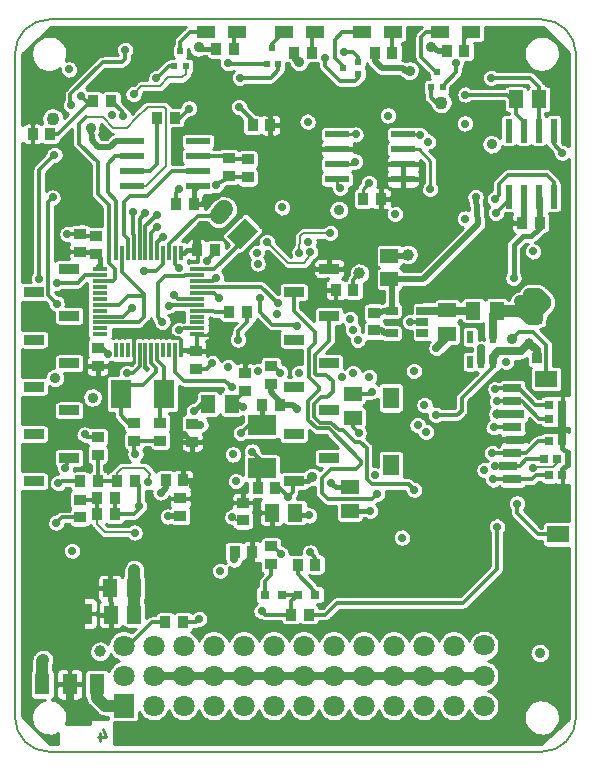
<source format=gbr>
G04 (created by PCBNEW (2013-may-18)-stable) date St 19. únor 2014, 18:08:51 CET*
%MOIN*%
G04 Gerber Fmt 3.4, Leading zero omitted, Abs format*
%FSLAX34Y34*%
G01*
G70*
G90*
G04 APERTURE LIST*
%ADD10C,0.00590551*%
%ADD11C,0.00984252*%
%ADD12C,0.06*%
%ADD13R,0.0335X0.0335*%
%ADD14C,0.0708661*%
%ADD15R,0.0708661X0.0787*%
%ADD16R,0.0394X0.0354*%
%ADD17R,0.0669X0.0334*%
%ADD18R,0.0394X0.0272*%
%ADD19R,0.0512X0.0709*%
%ADD20R,0.1496X0.0709*%
%ADD21R,0.0236X0.0394*%
%ADD22R,0.0236X0.0787*%
%ADD23R,0.0787X0.0236*%
%ADD24R,0.0472X0.059*%
%ADD25R,0.0354X0.0394*%
%ADD26R,0.059X0.0314*%
%ADD27R,0.0551X0.0708*%
%ADD28R,0.0748X0.0551*%
%ADD29R,0.0118X0.0512*%
%ADD30R,0.0512X0.0118*%
%ADD31R,0.0590551X0.0393701*%
%ADD32R,0.0314X0.0314*%
%ADD33R,0.0944882X0.0669291*%
%ADD34R,0.0669291X0.0944882*%
%ADD35R,0.0473X0.059*%
%ADD36R,0.059X0.0472*%
%ADD37R,0.059X0.0473*%
%ADD38C,0.019685*%
%ADD39R,0.0315X0.0275*%
%ADD40R,0.019685X0.023622*%
%ADD41R,0.023622X0.019685*%
%ADD42C,0.0275591*%
%ADD43C,0.0393701*%
%ADD44C,0.0354331*%
%ADD45C,0.0314961*%
%ADD46C,0.0433071*%
%ADD47C,0.0472441*%
%ADD48C,0.011811*%
%ADD49C,0.019685*%
%ADD50C,0.0275591*%
%ADD51C,0.015748*%
%ADD52C,0.00787402*%
%ADD53C,0.0984252*%
%ADD54C,0.0393701*%
G04 APERTURE END LIST*
G54D10*
G54D11*
X2641Y418D02*
X2641Y155D01*
X2735Y568D02*
X2829Y286D01*
X2585Y286D01*
G54D10*
X-196Y944D02*
G75*
G03X944Y-196I1141J0D01*
G74*
G01*
X944Y24212D02*
X17362Y24212D01*
X-196Y944D02*
X-196Y23070D01*
X17362Y-196D02*
X944Y-196D01*
X18503Y23070D02*
X18503Y944D01*
X17362Y-196D02*
G75*
G03X18503Y944I0J1141D01*
G74*
G01*
X944Y24212D02*
G75*
G03X-196Y23070I0J-1141D01*
G74*
G01*
X18503Y23070D02*
G75*
G03X17362Y24212I-1141J0D01*
G74*
G01*
G36*
X7911Y17177D02*
X7298Y16565D01*
X6874Y16989D01*
X7486Y17601D01*
X7911Y17177D01*
X7911Y17177D01*
G37*
G54D12*
X6591Y17696D02*
X6779Y17884D01*
G54D13*
X17192Y14241D03*
X17192Y12923D03*
G54D14*
X15433Y3346D03*
X15433Y2342D03*
X15433Y1338D03*
G54D15*
X3425Y1340D03*
G54D14*
X3425Y2340D03*
X4425Y1340D03*
X4425Y2340D03*
X5425Y1340D03*
X5425Y2340D03*
X6425Y1340D03*
X6425Y2340D03*
X7425Y1340D03*
X7425Y2340D03*
X8425Y1340D03*
X8425Y2340D03*
X9425Y1340D03*
X9425Y2340D03*
X10425Y1340D03*
X10425Y2340D03*
X11425Y1340D03*
X11425Y2340D03*
X12425Y1340D03*
X12425Y2340D03*
X3425Y3340D03*
X4425Y3340D03*
X5425Y3340D03*
X6425Y3340D03*
X7425Y3340D03*
X8425Y3340D03*
X9425Y3340D03*
X10425Y3340D03*
X11425Y3340D03*
X12425Y3340D03*
X13425Y1340D03*
X13425Y2340D03*
X13425Y3340D03*
X14425Y1340D03*
X14429Y2342D03*
X14425Y3340D03*
G54D16*
X7559Y18955D03*
X7559Y19547D03*
G54D17*
X10275Y15905D03*
X9094Y15117D03*
X10275Y14330D03*
X9094Y13542D03*
X10275Y12755D03*
X9094Y11968D03*
X10275Y11180D03*
X9094Y10393D03*
X10275Y9605D03*
X9094Y8818D03*
X433Y8818D03*
X1614Y9605D03*
X433Y10393D03*
X1614Y11180D03*
X433Y11968D03*
X1614Y12755D03*
X433Y13542D03*
X1614Y14330D03*
X433Y15117D03*
X1614Y15905D03*
G54D18*
X13386Y14507D03*
X13386Y13759D03*
X13386Y14133D03*
X12362Y13759D03*
X12362Y14507D03*
G54D19*
X2531Y2049D03*
X1625Y2049D03*
X719Y2049D03*
G54D20*
X1625Y4411D03*
G54D21*
X15725Y12804D03*
X14975Y12804D03*
X15350Y12804D03*
X14975Y13636D03*
X15725Y13636D03*
G54D22*
X17757Y18309D03*
X17257Y18309D03*
X16757Y18309D03*
X16257Y18309D03*
X16257Y20509D03*
X16757Y20509D03*
X17257Y20509D03*
X17757Y20509D03*
G54D23*
X3703Y18659D03*
X3703Y19159D03*
X3703Y19659D03*
X3703Y20159D03*
X5903Y20159D03*
X5903Y19659D03*
X5903Y19159D03*
X5903Y18659D03*
G54D24*
X16495Y21555D03*
X17283Y21555D03*
X15866Y14507D03*
X15078Y14507D03*
G54D25*
X2420Y21496D03*
X3012Y21496D03*
X12382Y23110D03*
X11790Y23110D03*
X14784Y23149D03*
X14192Y23149D03*
X9705Y23110D03*
X9113Y23110D03*
X7107Y23228D03*
X6515Y23228D03*
X1987Y8818D03*
X2579Y8818D03*
G54D16*
X8326Y12658D03*
X8326Y12066D03*
G54D25*
X6948Y14448D03*
X7540Y14448D03*
X3799Y8818D03*
X3207Y8818D03*
X3130Y8267D03*
X2538Y8267D03*
G54D16*
X1968Y7617D03*
X1968Y8209D03*
X8338Y6054D03*
X8338Y6646D03*
G54D25*
X9223Y6039D03*
X9815Y6039D03*
G54D16*
X7480Y12421D03*
X7480Y11829D03*
G54D26*
X16387Y8886D03*
X16230Y9319D03*
X16387Y9752D03*
X16466Y10185D03*
X16387Y10618D03*
X16466Y11051D03*
X16387Y11484D03*
X16387Y11917D03*
G54D27*
X12332Y11598D03*
X12332Y9354D03*
G54D28*
X17903Y7051D03*
X17509Y12228D03*
G54D29*
X4743Y13189D03*
X4546Y13189D03*
X4349Y13189D03*
X4153Y13189D03*
X3956Y13189D03*
X5334Y13189D03*
X5137Y13189D03*
X4940Y13189D03*
G54D30*
X2637Y13720D03*
X2637Y13917D03*
X2637Y14114D03*
X2637Y14311D03*
X2637Y14508D03*
X2637Y14705D03*
X2637Y14901D03*
X2637Y15098D03*
G54D29*
X3168Y16417D03*
X3365Y16417D03*
X3562Y16417D03*
X3759Y16417D03*
X3956Y16417D03*
X4153Y16417D03*
X4349Y16417D03*
X4546Y16417D03*
G54D30*
X5865Y15886D03*
X5865Y15689D03*
X5865Y15492D03*
X5865Y15295D03*
X5865Y15098D03*
X5865Y14901D03*
X5865Y14705D03*
X5865Y14508D03*
G54D29*
X3759Y13189D03*
X3562Y13189D03*
X3365Y13189D03*
X3168Y13189D03*
G54D30*
X2637Y15295D03*
X2637Y15492D03*
X2637Y15689D03*
X2637Y15886D03*
G54D29*
X4743Y16417D03*
X4940Y16417D03*
X5137Y16417D03*
X5334Y16417D03*
G54D30*
X5865Y14311D03*
X5865Y14114D03*
X5865Y13917D03*
X5865Y13720D03*
G54D31*
X6181Y23779D03*
X7204Y23779D03*
X8779Y23779D03*
X9803Y23779D03*
X13976Y23779D03*
X15000Y23779D03*
X11377Y23779D03*
X12401Y23779D03*
G54D32*
X8130Y5039D03*
X8720Y5039D03*
X9818Y5039D03*
X9228Y5039D03*
G54D33*
X8031Y9251D03*
X8031Y10708D03*
G54D34*
X3326Y11732D03*
X4783Y11732D03*
G54D24*
X8365Y7775D03*
G54D35*
X9153Y7775D03*
G54D24*
X7027Y11397D03*
G54D35*
X6239Y11397D03*
G54D36*
X12283Y15550D03*
G54D37*
X12283Y16338D03*
G54D36*
X10964Y7834D03*
G54D37*
X10964Y8622D03*
G54D36*
X11062Y11732D03*
G54D37*
X11062Y10944D03*
G54D24*
X2991Y4370D03*
G54D35*
X3779Y4370D03*
G54D36*
X14212Y14523D03*
G54D37*
X14212Y13735D03*
G54D24*
X2972Y5255D03*
G54D35*
X3760Y5255D03*
G54D25*
X8050Y11377D03*
X8642Y11377D03*
X7892Y8582D03*
X8484Y8582D03*
G54D16*
X4645Y10768D03*
X4645Y10176D03*
X3779Y10768D03*
X3779Y10176D03*
G54D25*
X3130Y7716D03*
X2538Y7716D03*
X16711Y17440D03*
X17303Y17440D03*
X11083Y15196D03*
X10491Y15196D03*
G54D16*
X6929Y18995D03*
X6929Y19587D03*
G54D25*
X5138Y20944D03*
X4546Y20944D03*
X7717Y6476D03*
X7125Y6476D03*
G54D16*
X5314Y8248D03*
X5314Y7656D03*
G54D25*
X5414Y8858D03*
X4822Y8858D03*
G54D16*
X5708Y10137D03*
X5708Y10729D03*
X2559Y10296D03*
X2559Y9704D03*
X7401Y8110D03*
X7401Y7518D03*
X2519Y16988D03*
X2519Y16396D03*
G54D25*
X6477Y16535D03*
X5885Y16535D03*
G54D16*
X5826Y12578D03*
X5826Y13170D03*
X2559Y13248D03*
X2559Y12656D03*
X1968Y17067D03*
X1968Y16475D03*
X11775Y14437D03*
X11775Y13845D03*
G54D25*
X5176Y18070D03*
X5768Y18070D03*
G54D38*
X4188Y12547D03*
G54D39*
X17618Y11377D03*
X18050Y11377D03*
X17618Y10157D03*
X18050Y10157D03*
X17618Y9015D03*
X18050Y9015D03*
X17618Y10905D03*
X18050Y10905D03*
X17869Y9566D03*
X17437Y9566D03*
G54D40*
X5511Y22657D03*
X5118Y22657D03*
X5314Y23169D03*
X8582Y22736D03*
X8188Y22736D03*
X8385Y23248D03*
X14055Y21948D03*
X13661Y21948D03*
X13858Y22460D03*
G54D41*
X11240Y22795D03*
X11240Y22401D03*
X10728Y22598D03*
G54D25*
X5406Y4125D03*
X4814Y4125D03*
X9599Y4377D03*
X9007Y4377D03*
X981Y20397D03*
X389Y20397D03*
X8315Y20688D03*
X7723Y20688D03*
G54D23*
X10537Y18883D03*
X10537Y19383D03*
X10537Y19883D03*
X10537Y20383D03*
X12737Y20383D03*
X12737Y19883D03*
X12737Y19383D03*
X12737Y18883D03*
G54D25*
X12000Y18236D03*
X11408Y18236D03*
G54D42*
X15177Y15818D03*
X11287Y19858D03*
X11169Y16244D03*
X8271Y15763D03*
X10027Y17661D03*
X8232Y21102D03*
G54D43*
X2484Y11137D03*
X1070Y3692D03*
G54D44*
X5700Y20791D03*
X4948Y23409D03*
X3409Y23661D03*
G54D42*
X6732Y13425D03*
G54D44*
X6165Y17338D03*
G54D42*
X2744Y20559D03*
X11279Y21409D03*
X6177Y18224D03*
X1921Y22724D03*
X12177Y12610D03*
G54D45*
X15870Y10185D03*
G54D42*
X14122Y8452D03*
X15070Y7775D03*
X5433Y10354D03*
X5748Y8657D03*
X7590Y6169D03*
X2799Y3594D03*
X12409Y6106D03*
X5881Y8334D03*
X15157Y18287D03*
G54D46*
X1062Y20905D03*
G54D44*
X12956Y22507D03*
X2389Y11610D03*
X5921Y23279D03*
X9283Y22803D03*
X13669Y23295D03*
X17299Y3090D03*
G54D43*
X748Y2874D03*
G54D47*
X16740Y14476D03*
G54D42*
X3791Y7110D03*
X4232Y8787D03*
X15830Y17763D03*
X11062Y13870D03*
X15799Y18228D03*
X10976Y14232D03*
X9559Y20807D03*
X4940Y14677D03*
X5114Y15035D03*
X12232Y21011D03*
X4720Y14133D03*
X6909Y12625D03*
X7027Y11956D03*
X7066Y9712D03*
X17070Y16480D03*
X10649Y18602D03*
X8023Y4492D03*
G54D44*
X15692Y20047D03*
G54D42*
X11157Y20381D03*
X11602Y18767D03*
G54D43*
X11287Y15748D03*
G54D42*
X8704Y17948D03*
X7267Y21303D03*
X5944Y4228D03*
X10141Y22929D03*
X6901Y22751D03*
X4519Y22251D03*
G54D44*
X10594Y17862D03*
G54D46*
X14015Y21437D03*
G54D43*
X12901Y16377D03*
G54D42*
X7244Y13543D03*
X17059Y9267D03*
G54D44*
X1141Y12263D03*
X2342Y20598D03*
G54D42*
X6519Y18704D03*
X1551Y17055D03*
X1192Y15429D03*
X5287Y18547D03*
X5259Y15929D03*
X6192Y16161D03*
X3539Y12437D03*
X5271Y13858D03*
X2893Y13078D03*
X6377Y12755D03*
X1602Y22547D03*
X5767Y11169D03*
X18043Y19771D03*
X16421Y15590D03*
X12972Y14137D03*
G54D44*
X16366Y13559D03*
G54D42*
X16531Y8078D03*
X15354Y13248D03*
X13854Y13259D03*
X15452Y9200D03*
G54D45*
X15870Y11051D03*
G54D42*
X8897Y8307D03*
X9200Y11240D03*
X2125Y10381D03*
X3937Y7992D03*
X3818Y9724D03*
G54D43*
X3779Y5866D03*
X2637Y3149D03*
G54D42*
X11259Y10433D03*
X13098Y12496D03*
X7047Y7637D03*
G54D44*
X9708Y8960D03*
G54D42*
X9614Y7681D03*
X10354Y8771D03*
X4657Y8444D03*
X4893Y7645D03*
X7165Y8818D03*
X5984Y10708D03*
X12712Y6940D03*
X7106Y6212D03*
X14496Y22767D03*
X4102Y15822D03*
X10759Y23133D03*
X4728Y16964D03*
X7299Y22263D03*
X4551Y17283D03*
X3755Y21720D03*
X4535Y17708D03*
X8208Y16795D03*
X9637Y16464D03*
X9267Y12433D03*
X10314Y17094D03*
X9287Y16444D03*
X7905Y12496D03*
X14799Y20744D03*
X14811Y17574D03*
X11692Y11811D03*
X8657Y6397D03*
X7330Y10421D03*
X7708Y9811D03*
X5598Y21244D03*
X2003Y21657D03*
X1181Y7440D03*
X1240Y8751D03*
X1192Y14744D03*
X1059Y18279D03*
X610Y15578D03*
X1118Y19696D03*
X15677Y22267D03*
X14818Y21708D03*
X11641Y7834D03*
X15866Y7307D03*
X7397Y11303D03*
X9641Y6448D03*
X8645Y12444D03*
X3692Y14610D03*
X1677Y21358D03*
X3476Y23196D03*
X3023Y21035D03*
X3732Y17787D03*
X3401Y21007D03*
X4137Y17748D03*
X15759Y10618D03*
X11228Y13535D03*
X15712Y9755D03*
X10700Y12283D03*
X15870Y11480D03*
X13511Y10456D03*
X15818Y11885D03*
X13224Y10696D03*
X15748Y8881D03*
X11610Y12291D03*
X15818Y9326D03*
X11074Y12433D03*
X1700Y6503D03*
X6645Y5838D03*
X11149Y19476D03*
X9586Y16803D03*
X13566Y20141D03*
X8555Y14755D03*
X13303Y20366D03*
X12476Y17724D03*
X7893Y16074D03*
X6598Y14925D03*
X8539Y14385D03*
X13649Y18562D03*
X7858Y16437D03*
X6496Y15586D03*
X7964Y14940D03*
X9196Y13980D03*
X13846Y11027D03*
G54D45*
X16952Y13440D03*
G54D42*
X16173Y12795D03*
X13452Y11354D03*
X1476Y9263D03*
X11811Y9015D03*
X11877Y8405D03*
X13110Y8539D03*
G54D48*
X8315Y20688D02*
X8315Y20979D01*
X8315Y20979D02*
X8232Y21102D01*
G54D49*
X1625Y4411D02*
X1625Y4247D01*
X1625Y4247D02*
X1070Y3692D01*
X15870Y10185D02*
X16465Y10185D01*
X17086Y10500D02*
X18050Y10500D01*
X16811Y10224D02*
X17086Y10500D01*
X16504Y10224D02*
X16811Y10224D01*
X16465Y10185D02*
X16504Y10224D01*
G54D50*
X18050Y10157D02*
X18050Y10500D01*
X18050Y10500D02*
X18050Y10905D01*
X18050Y10905D02*
X18050Y11377D01*
G54D49*
X5700Y20791D02*
X5696Y20791D01*
G54D50*
X5885Y16535D02*
X5885Y17058D01*
X5885Y17058D02*
X6165Y17338D01*
G54D51*
X18050Y9015D02*
X18050Y9219D01*
X18050Y9917D02*
X18050Y10157D01*
X18188Y9779D02*
X18050Y9917D01*
X18188Y9358D02*
X18188Y9779D01*
X18050Y9219D02*
X18188Y9358D01*
G54D48*
X5334Y13189D02*
X5334Y13531D01*
G54D49*
X3759Y13665D02*
X3795Y13700D01*
X3795Y13700D02*
X4889Y13700D01*
G54D48*
X3759Y13665D02*
X3759Y13189D01*
X5019Y13700D02*
X4889Y13700D01*
X5137Y13582D02*
X5019Y13700D01*
X5284Y13582D02*
X5137Y13582D01*
X5334Y13531D02*
X5284Y13582D01*
G54D52*
X3759Y13189D02*
X3759Y12834D01*
X3759Y12834D02*
X3665Y12740D01*
X3665Y12740D02*
X2996Y12740D01*
X2996Y12740D02*
X2912Y12656D01*
X2912Y12656D02*
X2559Y12656D01*
G54D48*
X5768Y18070D02*
X6023Y18070D01*
X6023Y18070D02*
X6177Y18224D01*
X5334Y13189D02*
X5807Y13189D01*
X5865Y13247D02*
X5865Y13720D01*
X5807Y13189D02*
X5865Y13247D01*
X1925Y22720D02*
X1929Y22720D01*
X1921Y22724D02*
X1925Y22720D01*
G54D49*
X15870Y10185D02*
X16466Y10185D01*
X15870Y10185D02*
X15870Y10185D01*
G54D48*
X15070Y7775D02*
X15074Y7775D01*
X5433Y10354D02*
X5491Y10354D01*
X5491Y10354D02*
X5708Y10137D01*
X5547Y8858D02*
X5414Y8858D01*
X5748Y8657D02*
X5547Y8858D01*
G54D52*
X7590Y6169D02*
X7590Y6349D01*
X7590Y6349D02*
X7717Y6476D01*
G54D48*
X2795Y3598D02*
X2728Y3598D01*
X2799Y3594D02*
X2795Y3598D01*
G54D51*
X12409Y6106D02*
X12397Y6118D01*
G54D50*
X5881Y8334D02*
X5870Y8346D01*
G54D49*
X16757Y18309D02*
X16757Y17486D01*
X16757Y17486D02*
X16711Y17440D01*
G54D50*
X1625Y2049D02*
X1625Y1367D01*
X1625Y1367D02*
X1633Y1358D01*
G54D11*
X3759Y13189D02*
X3759Y12767D01*
X3759Y12767D02*
X3759Y12767D01*
G54D51*
X5768Y18070D02*
X5768Y18524D01*
X5768Y18524D02*
X5903Y18659D01*
G54D11*
X5334Y16417D02*
X5432Y16417D01*
G54D51*
X5551Y16535D02*
X5885Y16535D01*
X5432Y16417D02*
X5551Y16535D01*
G54D11*
X2582Y15984D02*
X2582Y15941D01*
X2582Y15941D02*
X2637Y15886D01*
G54D51*
X1968Y16475D02*
X2440Y16475D01*
X2598Y15984D02*
X2582Y15984D01*
X2582Y15984D02*
X2559Y15984D01*
X2637Y16023D02*
X2598Y15984D01*
X2637Y16278D02*
X2637Y16023D01*
X2440Y16475D02*
X2637Y16278D01*
G54D53*
X1625Y4411D02*
X592Y4411D01*
X592Y4411D02*
X590Y4409D01*
X1625Y4411D02*
X1625Y3396D01*
X1625Y3396D02*
X1574Y3346D01*
X1625Y4411D02*
X1625Y5128D01*
X1625Y5128D02*
X1850Y5354D01*
G54D49*
X12283Y15550D02*
X13405Y15550D01*
X15251Y17397D02*
X15157Y18287D01*
X13405Y15550D02*
X15251Y17397D01*
X12362Y14507D02*
X12362Y15472D01*
X12362Y15472D02*
X12283Y15550D01*
X11775Y14437D02*
X11984Y14437D01*
X12055Y14507D02*
X12362Y14507D01*
X11984Y14437D02*
X12055Y14507D01*
G54D54*
X17192Y14241D02*
X17192Y14448D01*
X17228Y15074D02*
X16944Y15074D01*
X17472Y14830D02*
X17228Y15074D01*
X17472Y14728D02*
X17472Y14830D01*
X17192Y14448D02*
X17472Y14728D01*
X17192Y14241D02*
X17192Y14574D01*
X16952Y14814D02*
X16633Y14814D01*
X17192Y14574D02*
X16952Y14814D01*
X17192Y14241D02*
X16974Y14241D01*
X16974Y14241D02*
X16740Y14476D01*
G54D49*
X11790Y23110D02*
X11790Y22831D01*
X12811Y22507D02*
X12956Y22507D01*
X12728Y22590D02*
X12811Y22507D01*
X12031Y22590D02*
X12728Y22590D01*
X11790Y22831D02*
X12031Y22590D01*
G54D51*
X5972Y23228D02*
X6515Y23228D01*
X5921Y23279D02*
X5972Y23228D01*
G54D48*
X9283Y22803D02*
X9185Y22803D01*
X9113Y22874D02*
X9113Y23110D01*
X9185Y22803D02*
X9113Y22874D01*
G54D49*
X13669Y23295D02*
X13744Y23295D01*
X13889Y23149D02*
X14192Y23149D01*
X13744Y23295D02*
X13889Y23149D01*
G54D54*
X719Y2844D02*
X719Y2049D01*
X748Y2874D02*
X719Y2844D01*
G54D50*
X4425Y2340D02*
X5425Y2340D01*
X5425Y2340D02*
X6425Y2340D01*
X6425Y2340D02*
X7425Y2340D01*
X7425Y2340D02*
X8425Y2340D01*
X8425Y2340D02*
X9425Y2340D01*
X9425Y2340D02*
X10425Y2340D01*
X10425Y2340D02*
X11425Y2340D01*
X11425Y2340D02*
X12425Y2340D01*
X12425Y2340D02*
X13425Y2340D01*
X13425Y2340D02*
X13427Y2342D01*
X13427Y2342D02*
X15433Y2342D01*
G54D54*
X16708Y14507D02*
X15866Y14507D01*
X16740Y14476D02*
X16708Y14507D01*
G54D50*
X15725Y13636D02*
X15725Y14366D01*
X15725Y14366D02*
X15866Y14507D01*
G54D52*
X2538Y7394D02*
X2538Y7716D01*
X2799Y7133D02*
X2538Y7394D01*
X3767Y7133D02*
X2799Y7133D01*
X3791Y7110D02*
X3767Y7133D01*
G54D48*
X1968Y8209D02*
X2480Y8209D01*
X2538Y8151D02*
X2538Y7716D01*
X2480Y8209D02*
X2538Y8151D01*
X2559Y9704D02*
X2559Y8839D01*
X2559Y8839D02*
X2579Y8818D01*
G54D52*
X3207Y9105D02*
X3207Y8818D01*
X3374Y9271D02*
X3207Y9105D01*
X4110Y9271D02*
X3374Y9271D01*
X4307Y9074D02*
X4110Y9271D01*
X4208Y8811D02*
X4307Y9074D01*
X4232Y8787D02*
X4208Y8811D01*
G54D48*
X2579Y8818D02*
X3207Y8818D01*
X16257Y18190D02*
X16257Y18309D01*
X15830Y17763D02*
X16257Y18190D01*
X17757Y18797D02*
X17757Y18309D01*
X17523Y19031D02*
X17757Y18797D01*
X16228Y19031D02*
X17523Y19031D01*
X15925Y18728D02*
X16228Y19031D01*
X15925Y18354D02*
X15925Y18728D01*
X15799Y18228D02*
X15925Y18354D01*
X5865Y14705D02*
X4968Y14705D01*
X4968Y14705D02*
X4940Y14677D01*
X5865Y14901D02*
X5248Y14901D01*
X5248Y14901D02*
X5114Y15035D01*
X5480Y15689D02*
X5865Y15689D01*
X5440Y15649D02*
X5480Y15689D01*
X4795Y15649D02*
X5440Y15649D01*
X4559Y15413D02*
X4795Y15649D01*
X4559Y14295D02*
X4559Y15413D01*
X4720Y14133D02*
X4559Y14295D01*
X5137Y12472D02*
X5137Y13189D01*
X5444Y12165D02*
X5137Y12472D01*
X6818Y12165D02*
X5444Y12165D01*
X7027Y11956D02*
X6818Y12165D01*
G54D11*
X10537Y18714D02*
X10537Y18883D01*
X10649Y18602D02*
X10537Y18714D01*
G54D48*
X8720Y5039D02*
X9228Y5039D01*
X9228Y5039D02*
X9007Y4817D01*
X9007Y4817D02*
X9007Y4377D01*
X9007Y4377D02*
X8137Y4377D01*
X8137Y4377D02*
X8023Y4492D01*
G54D11*
X10537Y20383D02*
X11155Y20383D01*
X11155Y20383D02*
X11157Y20381D01*
X11404Y18374D02*
X11404Y18570D01*
X11404Y18570D02*
X11602Y18767D01*
G54D48*
X11083Y15544D02*
X11287Y15748D01*
X11083Y15544D02*
X11083Y15196D01*
X7723Y20688D02*
X7723Y20847D01*
X7723Y20847D02*
X7267Y21303D01*
X5406Y4125D02*
X5842Y4125D01*
X5842Y4125D02*
X5944Y4228D01*
X13661Y21948D02*
X13661Y21614D01*
X13838Y21437D02*
X14015Y21437D01*
X13661Y21614D02*
X13838Y21437D01*
X11240Y22401D02*
X11240Y22263D01*
X10141Y22653D02*
X10141Y22929D01*
X10629Y22165D02*
X10141Y22653D01*
X11141Y22165D02*
X10629Y22165D01*
X11240Y22263D02*
X11141Y22165D01*
X8188Y22736D02*
X6917Y22736D01*
X6917Y22736D02*
X6901Y22751D01*
X4519Y22251D02*
X4527Y22251D01*
X4933Y22657D02*
X5118Y22657D01*
X4527Y22251D02*
X4933Y22657D01*
G54D49*
X14015Y21437D02*
X14011Y21440D01*
X12283Y16338D02*
X12862Y16338D01*
X12862Y16338D02*
X12901Y16377D01*
G54D48*
X7540Y14448D02*
X7540Y14122D01*
X7244Y13826D02*
X7244Y13543D01*
X7540Y14122D02*
X7244Y13826D01*
G54D52*
X17869Y9566D02*
X17869Y9440D01*
X17086Y9295D02*
X17059Y9267D01*
X17724Y9295D02*
X17086Y9295D01*
X17869Y9440D02*
X17724Y9295D01*
G54D49*
X3703Y20159D02*
X3163Y20159D01*
X2366Y20185D02*
X2342Y20598D01*
X2578Y19972D02*
X2366Y20185D01*
X2976Y19972D02*
X2578Y19972D01*
X3163Y20159D02*
X2976Y19972D01*
G54D48*
X7559Y18955D02*
X6968Y18955D01*
X6523Y18743D02*
X6523Y18700D01*
X6968Y18955D02*
X6523Y18743D01*
X2519Y16988D02*
X2047Y16988D01*
X1981Y17055D02*
X1551Y17055D01*
X2047Y16988D02*
X1981Y17055D01*
X2637Y15689D02*
X2153Y15689D01*
X1893Y15429D02*
X1192Y15429D01*
X2153Y15689D02*
X1893Y15429D01*
X5176Y18070D02*
X5176Y18436D01*
X5176Y18436D02*
X5287Y18547D01*
X5137Y16417D02*
X5137Y16051D01*
X5137Y16051D02*
X5259Y15929D01*
X6477Y16535D02*
X6477Y16445D01*
X6477Y16445D02*
X6192Y16161D01*
X3956Y13189D02*
X3956Y12649D01*
X3744Y12437D02*
X3539Y12437D01*
X3956Y12649D02*
X3744Y12437D01*
X5865Y13917D02*
X5523Y13917D01*
X5271Y13889D02*
X5271Y13858D01*
X5523Y13917D02*
X5271Y13889D01*
X2559Y13248D02*
X2723Y13248D01*
X2723Y13248D02*
X2893Y13078D01*
X5826Y12578D02*
X6200Y12578D01*
X6200Y12578D02*
X6377Y12755D01*
X1602Y22547D02*
X1602Y22551D01*
G54D51*
X6239Y11397D02*
X5996Y11397D01*
X5996Y11397D02*
X5767Y11169D01*
G54D48*
X17757Y20509D02*
X17757Y20057D01*
X17757Y20057D02*
X18043Y19771D01*
G54D51*
X17303Y17440D02*
X17303Y17272D01*
X16421Y16685D02*
X16421Y15590D01*
X16724Y16988D02*
X16421Y16685D01*
X17019Y16988D02*
X16724Y16988D01*
X17303Y17272D02*
X17019Y16988D01*
G54D48*
X13386Y14133D02*
X12976Y14133D01*
X12976Y14133D02*
X12972Y14137D01*
X17509Y12228D02*
X17509Y13365D01*
X16598Y13791D02*
X16366Y13559D01*
X17082Y13791D02*
X16598Y13791D01*
X17509Y13365D02*
X17082Y13791D01*
X17903Y7051D02*
X17247Y7051D01*
X16531Y7767D02*
X16531Y8078D01*
X17247Y7051D02*
X16531Y7767D01*
G54D50*
X15350Y12804D02*
X15350Y13244D01*
X15350Y13244D02*
X15354Y13248D01*
X14212Y13735D02*
X14212Y13618D01*
X14212Y13618D02*
X13854Y13259D01*
X15870Y11051D02*
X16466Y11051D01*
X15870Y11051D02*
X15870Y11051D01*
G54D48*
X8897Y8307D02*
X9055Y8464D01*
X8622Y8582D02*
X8897Y8307D01*
X8484Y8582D02*
X8622Y8582D01*
X9055Y8779D02*
X9094Y8818D01*
X9055Y8464D02*
X9055Y8779D01*
X3937Y7992D02*
X3937Y7889D01*
X3763Y7716D02*
X3130Y7716D01*
X3937Y7889D02*
X3763Y7716D01*
G54D49*
X8642Y11377D02*
X9062Y11377D01*
X9062Y11377D02*
X9200Y11240D01*
X8642Y11377D02*
X8642Y11467D01*
X8326Y11783D02*
X8326Y12066D01*
X8642Y11467D02*
X8326Y11783D01*
G54D48*
X2211Y10296D02*
X2559Y10296D01*
X2125Y10381D02*
X2211Y10296D01*
X3937Y7992D02*
X3937Y8681D01*
X3937Y8681D02*
X3799Y8818D01*
X3130Y8267D02*
X3130Y7992D01*
X3130Y7992D02*
X3130Y7716D01*
X3779Y10176D02*
X4645Y10176D01*
X3779Y9763D02*
X3779Y10176D01*
X3818Y9724D02*
X3779Y9763D01*
G54D54*
X3779Y4370D02*
X3779Y5236D01*
X3779Y5236D02*
X3779Y5866D01*
X3779Y5236D02*
X3779Y5236D01*
X2531Y2049D02*
X2531Y1602D01*
X2793Y1340D02*
X3425Y1340D01*
X2531Y1602D02*
X2793Y1340D01*
G54D48*
X11062Y10944D02*
X11062Y10629D01*
X11062Y10629D02*
X11259Y10433D01*
G54D52*
X7401Y7518D02*
X7166Y7518D01*
X7166Y7518D02*
X7047Y7637D01*
X7106Y6212D02*
X7106Y6457D01*
X7106Y6457D02*
X7125Y6476D01*
G54D51*
X9094Y8818D02*
X9566Y8818D01*
X9566Y8818D02*
X9708Y8960D01*
X9614Y7681D02*
X9248Y7681D01*
X9248Y7681D02*
X9153Y7775D01*
X10964Y8622D02*
X10503Y8622D01*
X10503Y8622D02*
X10354Y8771D01*
G54D49*
X4822Y8858D02*
X4822Y8609D01*
X4822Y8609D02*
X4657Y8444D01*
X5314Y7656D02*
X4904Y7656D01*
X4904Y7656D02*
X4893Y7645D01*
G54D48*
X5944Y10748D02*
X5787Y10748D01*
X5984Y10708D02*
X5944Y10748D01*
X7118Y6200D02*
X7153Y6200D01*
X7106Y6212D02*
X7118Y6200D01*
G54D49*
X17303Y17440D02*
X17303Y18263D01*
X17303Y18263D02*
X17257Y18309D01*
G54D48*
X14055Y21948D02*
X14055Y22007D01*
X4743Y16062D02*
X4743Y16417D01*
X4503Y15822D02*
X4102Y15822D01*
X4743Y16062D02*
X4503Y15822D01*
X14496Y22448D02*
X14496Y22767D01*
X14055Y22007D02*
X14496Y22448D01*
X10759Y23133D02*
X11078Y23133D01*
X11240Y22972D02*
X11240Y22795D01*
X11078Y23133D02*
X11240Y22972D01*
X4546Y16417D02*
X4546Y16783D01*
X4546Y16783D02*
X4728Y16964D01*
X8582Y22736D02*
X8582Y22519D01*
X4349Y17082D02*
X4349Y16417D01*
X4349Y17082D02*
X4551Y17283D01*
X8326Y22263D02*
X7299Y22263D01*
X8582Y22519D02*
X8326Y22263D01*
G54D52*
X3755Y21720D02*
X3755Y21732D01*
X5511Y22409D02*
X5511Y22657D01*
X5381Y22279D02*
X5511Y22409D01*
X4917Y22279D02*
X5381Y22279D01*
X4625Y21988D02*
X4917Y22279D01*
X4011Y21988D02*
X4625Y21988D01*
X3755Y21732D02*
X4011Y21988D01*
G54D48*
X4153Y16417D02*
X4153Y17327D01*
X4153Y17327D02*
X4535Y17708D01*
G54D52*
X9637Y16464D02*
X9637Y16350D01*
X8905Y16098D02*
X8208Y16795D01*
X9444Y16098D02*
X8905Y16098D01*
X9637Y16350D02*
X9444Y16098D01*
X9311Y16980D02*
X9287Y16444D01*
X9413Y17082D02*
X9311Y16980D01*
X10303Y17082D02*
X9413Y17082D01*
X10314Y17094D02*
X10303Y17082D01*
G54D48*
X11614Y11732D02*
X11062Y11732D01*
X11692Y11811D02*
X11614Y11732D01*
X9818Y5039D02*
X9818Y5138D01*
X9223Y5733D02*
X9223Y6039D01*
X9818Y5138D02*
X9223Y5733D01*
X8338Y6646D02*
X8408Y6646D01*
X8408Y6646D02*
X8657Y6397D01*
X8130Y5039D02*
X8130Y5480D01*
X8338Y5688D02*
X8338Y6054D01*
X8130Y5480D02*
X8338Y5688D01*
X5865Y15886D02*
X6441Y15886D01*
X7392Y16837D02*
X7392Y17083D01*
X6441Y15886D02*
X7392Y16837D01*
X3779Y10768D02*
X3578Y10768D01*
X3326Y11019D02*
X3326Y11732D01*
X3578Y10768D02*
X3326Y11019D01*
X4349Y13189D02*
X4349Y12752D01*
X3633Y12039D02*
X3326Y11732D01*
X4078Y12039D02*
X3633Y12039D01*
X4500Y12460D02*
X4078Y12039D01*
X4500Y12602D02*
X4500Y12460D01*
X4349Y12752D02*
X4500Y12602D01*
X7618Y10708D02*
X8031Y10708D01*
X7330Y10421D02*
X7618Y10708D01*
G54D51*
X8031Y10708D02*
X8031Y11358D01*
X8031Y11358D02*
X8050Y11377D01*
G54D48*
X8031Y9488D02*
X8031Y9251D01*
X7708Y9811D02*
X8031Y9488D01*
G54D51*
X7892Y8582D02*
X7892Y9113D01*
X7892Y9113D02*
X8031Y9251D01*
G54D48*
X8385Y23248D02*
X8385Y23385D01*
X8385Y23385D02*
X8779Y23779D01*
X8779Y23744D02*
X8779Y23779D01*
X5314Y23169D02*
X5314Y23468D01*
X5625Y23779D02*
X6181Y23779D01*
X5314Y23468D02*
X5625Y23779D01*
X10728Y22598D02*
X10728Y22657D01*
X10708Y23779D02*
X11377Y23779D01*
X10472Y23543D02*
X10708Y23779D01*
X10472Y22913D02*
X10472Y23543D01*
X10728Y22657D02*
X10472Y22913D01*
X11377Y23751D02*
X11377Y23779D01*
X13858Y22460D02*
X13838Y22460D01*
X13503Y23779D02*
X13976Y23779D01*
X13346Y23622D02*
X13503Y23779D01*
X13346Y22952D02*
X13346Y23622D01*
X13838Y22460D02*
X13346Y22952D01*
G54D52*
X14145Y23779D02*
X13976Y23779D01*
G54D48*
X5299Y20944D02*
X5138Y20944D01*
X5598Y21244D02*
X5299Y20944D01*
X981Y20397D02*
X1224Y20397D01*
X2322Y21496D02*
X2420Y21496D01*
X1224Y20397D02*
X2322Y21496D01*
X2420Y21496D02*
X2165Y21496D01*
X2165Y21496D02*
X2003Y21657D01*
X4814Y4125D02*
X4370Y4125D01*
X3584Y3340D02*
X3425Y3340D01*
X4370Y4125D02*
X3584Y3340D01*
X1968Y7617D02*
X1357Y7617D01*
X1357Y7617D02*
X1181Y7440D01*
X1987Y8818D02*
X1377Y8818D01*
X1377Y8818D02*
X1240Y8751D01*
G54D49*
X12362Y13759D02*
X12110Y13759D01*
X12024Y13845D02*
X11775Y13845D01*
X12110Y13759D02*
X12024Y13845D01*
G54D48*
X913Y15023D02*
X1192Y14744D01*
X913Y18133D02*
X913Y15023D01*
X1059Y18279D02*
X913Y18133D01*
X610Y19188D02*
X610Y15578D01*
X1118Y19696D02*
X610Y19188D01*
G54D50*
X15078Y14507D02*
X14228Y14507D01*
X14228Y14507D02*
X13386Y14507D01*
X14228Y14507D02*
X14228Y14507D01*
G54D48*
X17257Y20509D02*
X17257Y21529D01*
X17257Y21529D02*
X17283Y21555D01*
X17283Y21555D02*
X17283Y21948D01*
X16964Y22267D02*
X15677Y22267D01*
X17283Y21948D02*
X16964Y22267D01*
X16757Y20509D02*
X16757Y20789D01*
X16495Y21051D02*
X16495Y21555D01*
X16757Y20789D02*
X16495Y21051D01*
X16495Y21555D02*
X16342Y21555D01*
X16188Y21708D02*
X14818Y21708D01*
X16342Y21555D02*
X16188Y21708D01*
X5903Y19659D02*
X6857Y19659D01*
X6968Y19547D02*
X7559Y19547D01*
X6857Y19659D02*
X6968Y19547D01*
G54D51*
X11145Y7834D02*
X10964Y7834D01*
X11641Y7834D02*
X11145Y7834D01*
G54D48*
X4546Y20944D02*
X4546Y19392D01*
X4312Y19159D02*
X3703Y19159D01*
X4546Y19392D02*
X4312Y19159D01*
X15866Y5972D02*
X15866Y5889D01*
X15866Y5972D02*
X15866Y7307D01*
X10149Y4377D02*
X9599Y4377D01*
X10535Y4763D02*
X10149Y4377D01*
X14740Y4763D02*
X10535Y4763D01*
X15866Y5889D02*
X14740Y4763D01*
X12382Y23110D02*
X12382Y23760D01*
X12382Y23760D02*
X12401Y23779D01*
X14784Y23149D02*
X14784Y23563D01*
X14784Y23563D02*
X15000Y23779D01*
X9705Y23110D02*
X9705Y23681D01*
X9705Y23681D02*
X9803Y23779D01*
X7107Y23228D02*
X7107Y23681D01*
X7107Y23681D02*
X7204Y23779D01*
X7303Y11397D02*
X7027Y11397D01*
X7397Y11303D02*
X7303Y11397D01*
X7027Y11397D02*
X7047Y11397D01*
X7047Y11397D02*
X7480Y11829D01*
X4153Y13189D02*
X4153Y12582D01*
X4153Y12582D02*
X4188Y12547D01*
X4645Y10768D02*
X4645Y11594D01*
X4645Y11594D02*
X4783Y11732D01*
X4546Y13189D02*
X4546Y12866D01*
X4783Y12629D02*
X4783Y11732D01*
X4546Y12866D02*
X4783Y12629D01*
X9815Y6274D02*
X9815Y6039D01*
X9641Y6448D02*
X9815Y6274D01*
X6948Y14448D02*
X6460Y14448D01*
X6401Y14508D02*
X5865Y14508D01*
X6460Y14448D02*
X6401Y14508D01*
X8432Y12658D02*
X8326Y12658D01*
X8645Y12444D02*
X8432Y12658D01*
X4940Y16417D02*
X4940Y16720D01*
X6568Y17673D02*
X6685Y17790D01*
X5893Y17673D02*
X6568Y17673D01*
X4940Y16720D02*
X5893Y17673D01*
X2637Y15492D02*
X3066Y15492D01*
G54D52*
X4179Y18659D02*
X3703Y18659D01*
X4842Y19322D02*
X4179Y18659D01*
X4842Y21228D02*
X4842Y19322D01*
X4767Y21303D02*
X4842Y21228D01*
X4228Y21303D02*
X4767Y21303D01*
X3846Y20921D02*
X4228Y21303D01*
X3531Y20606D02*
X3846Y20921D01*
X3078Y20606D02*
X3531Y20606D01*
X2728Y20956D02*
X3078Y20606D01*
X2177Y20956D02*
X2728Y20956D01*
G54D48*
X1937Y20716D02*
X2177Y20956D01*
X1937Y20074D02*
X1937Y20716D01*
X2559Y19452D02*
X1937Y20074D01*
X2559Y18389D02*
X2559Y19452D01*
X2929Y18019D02*
X2559Y18389D01*
X2929Y16110D02*
X2929Y18019D01*
X3133Y15905D02*
X2929Y16110D01*
X3133Y15559D02*
X3133Y15905D01*
X3066Y15492D02*
X3133Y15559D01*
X3562Y16417D02*
X3562Y16901D01*
X5041Y19159D02*
X5903Y19159D01*
X4212Y18330D02*
X5041Y19159D01*
X3625Y18330D02*
X4212Y18330D01*
X3433Y18137D02*
X3625Y18330D01*
X3433Y17031D02*
X3433Y18137D01*
X3562Y16901D02*
X3433Y17031D01*
X2637Y14311D02*
X3393Y14311D01*
X1677Y21358D02*
X1649Y21385D01*
X1649Y21385D02*
X1649Y21712D01*
X1649Y21712D02*
X2724Y22787D01*
X2724Y22787D02*
X3362Y22787D01*
X3362Y22787D02*
X3476Y22901D01*
X3476Y22901D02*
X3476Y23196D01*
X3393Y14311D02*
X3692Y14610D01*
X3759Y16417D02*
X3759Y17019D01*
X3732Y17047D02*
X3732Y17787D01*
X3759Y17019D02*
X3732Y17047D01*
X2637Y14705D02*
X3268Y14705D01*
X3574Y15011D02*
X4118Y15011D01*
X3268Y14705D02*
X3574Y15011D01*
X3365Y16417D02*
X3365Y15807D01*
X3921Y14114D02*
X2637Y14114D01*
X4118Y14311D02*
X3921Y14114D01*
X4118Y15055D02*
X4118Y15011D01*
X4118Y15011D02*
X4118Y14311D01*
X3365Y15807D02*
X4118Y15055D01*
X3956Y16417D02*
X3956Y17567D01*
X3362Y21146D02*
X3012Y21496D01*
X3362Y21047D02*
X3362Y21146D01*
X3401Y21007D02*
X3362Y21047D01*
X3956Y17567D02*
X4137Y17748D01*
X3168Y16417D02*
X3168Y18177D01*
X3139Y19659D02*
X3703Y19659D01*
X2889Y19409D02*
X3139Y19659D01*
X2889Y18456D02*
X2889Y19409D01*
X3168Y18177D02*
X2889Y18456D01*
X15760Y10618D02*
X16387Y10618D01*
X15759Y10618D02*
X15760Y10618D01*
X16387Y9752D02*
X16843Y9752D01*
X17248Y10157D02*
X17618Y10157D01*
X16843Y9752D02*
X17248Y10157D01*
X15715Y9752D02*
X16387Y9752D01*
X15712Y9755D02*
X15715Y9752D01*
X16387Y11484D02*
X16688Y11484D01*
X17267Y10905D02*
X17618Y10905D01*
X16688Y11484D02*
X17267Y10905D01*
X15874Y11484D02*
X16387Y11484D01*
X15870Y11480D02*
X15874Y11484D01*
X16387Y11917D02*
X16610Y11917D01*
X17149Y11377D02*
X17618Y11377D01*
X16610Y11917D02*
X17149Y11377D01*
X15850Y11917D02*
X16387Y11917D01*
X15818Y11885D02*
X15850Y11917D01*
X16387Y8886D02*
X17043Y8886D01*
X17173Y9015D02*
X17618Y9015D01*
X17043Y8886D02*
X17173Y9015D01*
X15752Y8886D02*
X16387Y8886D01*
X15748Y8881D02*
X15752Y8886D01*
X16230Y9319D02*
X16622Y9319D01*
X17417Y9547D02*
X17437Y9566D01*
X16850Y9547D02*
X17417Y9547D01*
X16622Y9319D02*
X16850Y9547D01*
X15826Y9319D02*
X16230Y9319D01*
X15818Y9326D02*
X15826Y9319D01*
G54D11*
X10537Y19383D02*
X11057Y19383D01*
X11057Y19383D02*
X11149Y19476D01*
G54D48*
X5870Y15291D02*
X5865Y15295D01*
X8019Y15291D02*
X5870Y15291D01*
X8555Y14755D02*
X8019Y15291D01*
G54D11*
X13285Y20383D02*
X12737Y20383D01*
X13303Y20366D02*
X13285Y20383D01*
G54D48*
X6425Y15098D02*
X5865Y15098D01*
X6598Y14925D02*
X6425Y15098D01*
G54D11*
X13649Y18562D02*
X13649Y19503D01*
X13269Y19883D02*
X12737Y19883D01*
X13649Y19503D02*
X13269Y19883D01*
G54D48*
X6401Y15492D02*
X5865Y15492D01*
X6496Y15586D02*
X6401Y15492D01*
X7964Y14452D02*
X7964Y14940D01*
X8377Y14039D02*
X7964Y14452D01*
X9137Y14039D02*
X8377Y14039D01*
X9196Y13980D02*
X9137Y14039D01*
G54D50*
X17192Y12923D02*
X17192Y13200D01*
X17192Y13200D02*
X16952Y13440D01*
G54D48*
X15725Y12804D02*
X15725Y12619D01*
X14547Y11027D02*
X13846Y11027D01*
X14692Y11173D02*
X14547Y11027D01*
X14692Y11586D02*
X14692Y11173D01*
X15725Y12619D02*
X14692Y11586D01*
G54D50*
X15725Y12977D02*
X15725Y12804D01*
X15897Y13149D02*
X15725Y12977D01*
X16661Y13149D02*
X15897Y13149D01*
X16952Y13440D02*
X16661Y13149D01*
G54D48*
X1614Y9567D02*
X1614Y9605D01*
X1476Y9263D02*
X1614Y9567D01*
X9094Y14511D02*
X9094Y15117D01*
X9811Y13795D02*
X9094Y14511D01*
X9811Y13440D02*
X9811Y13795D01*
X9606Y13236D02*
X9811Y13440D01*
X9606Y12311D02*
X9606Y13236D01*
X9950Y11967D02*
X9606Y12311D01*
X9950Y11849D02*
X9950Y11967D01*
X9586Y11485D02*
X9950Y11849D01*
X9586Y10872D02*
X9586Y11485D01*
X9876Y10582D02*
X9586Y10872D01*
X10262Y10582D02*
X9876Y10582D01*
X11334Y9510D02*
X10262Y10582D01*
X11334Y9397D02*
X11334Y9510D01*
X11169Y9232D02*
X11334Y9397D01*
X10326Y9232D02*
X11169Y9232D01*
X10035Y8940D02*
X10326Y9232D01*
X10035Y8413D02*
X10035Y8940D01*
X10224Y8224D02*
X10035Y8413D01*
X11696Y8224D02*
X10224Y8224D01*
X11877Y8405D02*
X11696Y8224D01*
X10275Y13511D02*
X10275Y14330D01*
X9799Y13035D02*
X10275Y13511D01*
X9799Y12401D02*
X9799Y13035D01*
X9846Y12354D02*
X9799Y12401D01*
X10185Y12354D02*
X9846Y12354D01*
X10389Y12149D02*
X10185Y12354D01*
X10389Y11807D02*
X10389Y12149D01*
X10204Y11622D02*
X10389Y11807D01*
X9996Y11622D02*
X10204Y11622D01*
X9779Y11405D02*
X9996Y11622D01*
X9779Y10952D02*
X9779Y11405D01*
X9956Y10775D02*
X9779Y10952D01*
X10342Y10775D02*
X9956Y10775D01*
X10594Y10523D02*
X10342Y10775D01*
X10751Y10523D02*
X10594Y10523D01*
X11133Y10141D02*
X10751Y10523D01*
X11311Y10141D02*
X11133Y10141D01*
X11527Y9925D02*
X11311Y10141D01*
X11527Y8905D02*
X11527Y9925D01*
X11708Y8724D02*
X11527Y8905D01*
X12925Y8724D02*
X11708Y8724D01*
X13110Y8539D02*
X12925Y8724D01*
G54D10*
G36*
X2557Y16367D02*
X2549Y16367D01*
X2549Y16359D01*
X2490Y16359D01*
X2490Y16367D01*
X2482Y16367D01*
X2482Y16426D01*
X2490Y16426D01*
X2490Y16434D01*
X2549Y16434D01*
X2549Y16426D01*
X2557Y16426D01*
X2557Y16367D01*
X2557Y16367D01*
G37*
G54D11*
X2557Y16367D02*
X2549Y16367D01*
X2549Y16359D01*
X2490Y16359D01*
X2490Y16367D01*
X2482Y16367D01*
X2482Y16426D01*
X2490Y16426D01*
X2490Y16434D01*
X2549Y16434D01*
X2549Y16426D01*
X2557Y16426D01*
X2557Y16367D01*
G54D10*
G36*
X3055Y20401D02*
X3040Y20393D01*
X3018Y20382D01*
X3017Y20381D01*
X3016Y20380D01*
X2997Y20365D01*
X2978Y20349D01*
X2976Y20348D01*
X2976Y20348D01*
X2976Y20347D01*
X2975Y20347D01*
X2866Y20238D01*
X2688Y20238D01*
X2625Y20301D01*
X2620Y20394D01*
X2643Y20427D01*
X2670Y20489D01*
X2685Y20555D01*
X2687Y20632D01*
X2673Y20698D01*
X2659Y20733D01*
X2932Y20460D01*
X2947Y20448D01*
X2961Y20435D01*
X2962Y20435D01*
X2963Y20434D01*
X2980Y20425D01*
X2997Y20416D01*
X2998Y20415D01*
X2999Y20415D01*
X3017Y20409D01*
X3035Y20404D01*
X3036Y20404D01*
X3037Y20403D01*
X3055Y20401D01*
X3055Y20401D01*
G37*
G54D11*
X3055Y20401D02*
X3040Y20393D01*
X3018Y20382D01*
X3017Y20381D01*
X3016Y20380D01*
X2997Y20365D01*
X2978Y20349D01*
X2976Y20348D01*
X2976Y20348D01*
X2976Y20347D01*
X2975Y20347D01*
X2866Y20238D01*
X2688Y20238D01*
X2625Y20301D01*
X2620Y20394D01*
X2643Y20427D01*
X2670Y20489D01*
X2685Y20555D01*
X2687Y20632D01*
X2673Y20698D01*
X2659Y20733D01*
X2932Y20460D01*
X2947Y20448D01*
X2961Y20435D01*
X2962Y20435D01*
X2963Y20434D01*
X2980Y20425D01*
X2997Y20416D01*
X2998Y20415D01*
X2999Y20415D01*
X3017Y20409D01*
X3035Y20404D01*
X3036Y20404D01*
X3037Y20403D01*
X3055Y20401D01*
G54D10*
G36*
X3730Y12743D02*
X3690Y12703D01*
X3685Y12706D01*
X3630Y12729D01*
X3571Y12741D01*
X3511Y12742D01*
X3452Y12731D01*
X3397Y12708D01*
X3347Y12675D01*
X3304Y12634D01*
X3270Y12584D01*
X3247Y12529D01*
X3234Y12471D01*
X3233Y12411D01*
X3241Y12372D01*
X2975Y12372D01*
X2943Y12365D01*
X2943Y12365D01*
X2943Y12461D01*
X2943Y12580D01*
X2896Y12627D01*
X2588Y12627D01*
X2588Y12339D01*
X2635Y12292D01*
X2739Y12292D01*
X2775Y12292D01*
X2811Y12300D01*
X2845Y12314D01*
X2875Y12334D01*
X2901Y12360D01*
X2921Y12391D01*
X2935Y12425D01*
X2943Y12461D01*
X2943Y12365D01*
X2913Y12353D01*
X2885Y12335D01*
X2862Y12311D01*
X2844Y12284D01*
X2831Y12254D01*
X2824Y12222D01*
X2824Y12189D01*
X2824Y11243D01*
X2831Y11211D01*
X2843Y11180D01*
X2861Y11153D01*
X2884Y11130D01*
X2912Y11111D01*
X2942Y11099D01*
X2974Y11092D01*
X3007Y11092D01*
X3100Y11092D01*
X3100Y11019D01*
X3102Y10998D01*
X3104Y10978D01*
X3104Y10976D01*
X3104Y10975D01*
X3110Y10955D01*
X3116Y10935D01*
X3117Y10934D01*
X3117Y10933D01*
X3127Y10914D01*
X3136Y10896D01*
X3137Y10895D01*
X3138Y10894D01*
X3151Y10878D01*
X3164Y10861D01*
X3166Y10860D01*
X3166Y10860D01*
X3166Y10860D01*
X3166Y10859D01*
X3415Y10611D01*
X3415Y10575D01*
X3421Y10542D01*
X3434Y10512D01*
X3452Y10485D01*
X3464Y10472D01*
X3452Y10460D01*
X3434Y10433D01*
X3421Y10403D01*
X3415Y10371D01*
X3415Y10338D01*
X3415Y9983D01*
X3421Y9950D01*
X3434Y9920D01*
X3452Y9893D01*
X3475Y9869D01*
X3502Y9851D01*
X3532Y9838D01*
X3535Y9838D01*
X3526Y9817D01*
X3514Y9758D01*
X3513Y9698D01*
X3524Y9639D01*
X3546Y9584D01*
X3578Y9533D01*
X3620Y9490D01*
X3638Y9478D01*
X3374Y9478D01*
X3355Y9476D01*
X3335Y9474D01*
X3334Y9474D01*
X3333Y9474D01*
X3315Y9468D01*
X3297Y9463D01*
X3296Y9463D01*
X3295Y9462D01*
X3278Y9453D01*
X3261Y9445D01*
X3260Y9444D01*
X3259Y9443D01*
X3244Y9431D01*
X3229Y9419D01*
X3228Y9418D01*
X3228Y9418D01*
X3228Y9418D01*
X3227Y9417D01*
X3061Y9251D01*
X3049Y9236D01*
X3037Y9222D01*
X3036Y9221D01*
X3036Y9220D01*
X3027Y9203D01*
X3017Y9187D01*
X3017Y9185D01*
X3017Y9185D01*
X3016Y9183D01*
X3014Y9183D01*
X2982Y9176D01*
X2952Y9164D01*
X2924Y9146D01*
X2901Y9123D01*
X2893Y9111D01*
X2886Y9122D01*
X2863Y9145D01*
X2836Y9163D01*
X2806Y9176D01*
X2785Y9180D01*
X2785Y9362D01*
X2804Y9366D01*
X2834Y9378D01*
X2862Y9396D01*
X2885Y9419D01*
X2903Y9447D01*
X2916Y9477D01*
X2923Y9509D01*
X2923Y9542D01*
X2923Y9897D01*
X2917Y9929D01*
X2904Y9959D01*
X2886Y9987D01*
X2873Y10000D01*
X2885Y10011D01*
X2903Y10039D01*
X2916Y10069D01*
X2923Y10101D01*
X2923Y10134D01*
X2923Y10489D01*
X2917Y10521D01*
X2904Y10551D01*
X2886Y10579D01*
X2863Y10602D01*
X2836Y10620D01*
X2805Y10633D01*
X2773Y10640D01*
X2740Y10640D01*
X2734Y10640D01*
X2734Y11644D01*
X2721Y11710D01*
X2695Y11772D01*
X2658Y11829D01*
X2610Y11876D01*
X2554Y11914D01*
X2529Y11925D01*
X2529Y12339D01*
X2529Y12627D01*
X2221Y12627D01*
X2175Y12580D01*
X2175Y12461D01*
X2182Y12425D01*
X2196Y12391D01*
X2216Y12360D01*
X2242Y12334D01*
X2272Y12314D01*
X2306Y12300D01*
X2342Y12292D01*
X2379Y12292D01*
X2482Y12292D01*
X2529Y12339D01*
X2529Y11925D01*
X2492Y11940D01*
X2425Y11954D01*
X2358Y11954D01*
X2292Y11942D01*
X2229Y11917D01*
X2172Y11880D01*
X2124Y11832D01*
X2086Y11776D01*
X2059Y11714D01*
X2045Y11648D01*
X2044Y11581D01*
X2057Y11514D01*
X2081Y11452D01*
X2118Y11395D01*
X2165Y11346D01*
X2220Y11308D01*
X2282Y11281D01*
X2348Y11266D01*
X2416Y11265D01*
X2482Y11276D01*
X2545Y11301D01*
X2602Y11337D01*
X2651Y11384D01*
X2690Y11439D01*
X2718Y11500D01*
X2733Y11566D01*
X2734Y11644D01*
X2734Y10640D01*
X2345Y10640D01*
X2313Y10633D01*
X2303Y10629D01*
X2271Y10651D01*
X2216Y10674D01*
X2158Y10686D01*
X2116Y10687D01*
X2116Y11028D01*
X2116Y11363D01*
X2109Y11396D01*
X2097Y11426D01*
X2079Y11453D01*
X2056Y11477D01*
X2028Y11495D01*
X1998Y11508D01*
X1966Y11514D01*
X1933Y11514D01*
X1263Y11514D01*
X1231Y11508D01*
X1200Y11495D01*
X1173Y11477D01*
X1150Y11454D01*
X1131Y11427D01*
X1119Y11397D01*
X1112Y11365D01*
X1112Y11332D01*
X1112Y10997D01*
X1118Y10964D01*
X1131Y10934D01*
X1149Y10907D01*
X1172Y10883D01*
X1199Y10865D01*
X1230Y10852D01*
X1262Y10846D01*
X1295Y10846D01*
X1965Y10846D01*
X1997Y10852D01*
X2027Y10865D01*
X2055Y10883D01*
X2078Y10906D01*
X2096Y10933D01*
X2109Y10963D01*
X2116Y10995D01*
X2116Y11028D01*
X2116Y10687D01*
X2098Y10687D01*
X2039Y10676D01*
X1983Y10653D01*
X1933Y10620D01*
X1891Y10578D01*
X1857Y10529D01*
X1833Y10474D01*
X1821Y10416D01*
X1820Y10356D01*
X1831Y10297D01*
X1853Y10241D01*
X1885Y10191D01*
X1927Y10148D01*
X1976Y10114D01*
X2031Y10090D01*
X2089Y10077D01*
X2149Y10076D01*
X2156Y10077D01*
X2164Y10074D01*
X2165Y10074D01*
X2167Y10074D01*
X2187Y10071D01*
X2201Y10070D01*
X2201Y10070D01*
X2213Y10040D01*
X2231Y10012D01*
X2244Y9999D01*
X2232Y9988D01*
X2214Y9960D01*
X2201Y9930D01*
X2194Y9898D01*
X2194Y9865D01*
X2194Y9510D01*
X2201Y9478D01*
X2213Y9448D01*
X2231Y9420D01*
X2254Y9397D01*
X2282Y9379D01*
X2312Y9366D01*
X2332Y9362D01*
X2332Y9168D01*
X2323Y9164D01*
X2296Y9146D01*
X2283Y9133D01*
X2271Y9145D01*
X2244Y9163D01*
X2214Y9176D01*
X2182Y9183D01*
X2149Y9183D01*
X1794Y9183D01*
X1769Y9178D01*
X1780Y9225D01*
X1781Y9271D01*
X1965Y9271D01*
X1997Y9277D01*
X2027Y9290D01*
X2055Y9308D01*
X2078Y9331D01*
X2096Y9358D01*
X2109Y9388D01*
X2116Y9420D01*
X2116Y9453D01*
X2116Y9788D01*
X2109Y9821D01*
X2097Y9851D01*
X2079Y9878D01*
X2056Y9902D01*
X2028Y9920D01*
X1998Y9933D01*
X1966Y9939D01*
X1933Y9939D01*
X1263Y9939D01*
X1231Y9933D01*
X1200Y9920D01*
X1173Y9902D01*
X1150Y9879D01*
X1131Y9852D01*
X1119Y9822D01*
X1112Y9790D01*
X1112Y9757D01*
X1112Y9422D01*
X1118Y9389D01*
X1131Y9359D01*
X1149Y9332D01*
X1172Y9308D01*
X1173Y9308D01*
X1171Y9297D01*
X1170Y9238D01*
X1181Y9179D01*
X1203Y9123D01*
X1236Y9073D01*
X1251Y9057D01*
X1212Y9057D01*
X1153Y9046D01*
X1098Y9023D01*
X1048Y8990D01*
X1005Y8949D01*
X971Y8899D01*
X947Y8844D01*
X935Y8786D01*
X935Y8769D01*
X935Y9001D01*
X928Y9034D01*
X916Y9064D01*
X898Y9091D01*
X875Y9115D01*
X847Y9133D01*
X817Y9146D01*
X785Y9152D01*
X752Y9152D01*
X82Y9152D01*
X50Y9146D01*
X49Y9146D01*
X49Y10065D01*
X81Y10059D01*
X114Y10059D01*
X784Y10059D01*
X816Y10065D01*
X846Y10078D01*
X874Y10096D01*
X897Y10119D01*
X915Y10146D01*
X928Y10176D01*
X935Y10208D01*
X935Y10241D01*
X935Y10576D01*
X928Y10609D01*
X916Y10639D01*
X898Y10666D01*
X875Y10690D01*
X847Y10708D01*
X817Y10721D01*
X785Y10727D01*
X752Y10727D01*
X82Y10727D01*
X50Y10721D01*
X49Y10721D01*
X49Y11640D01*
X81Y11634D01*
X114Y11634D01*
X784Y11634D01*
X816Y11640D01*
X846Y11653D01*
X874Y11671D01*
X897Y11694D01*
X915Y11721D01*
X928Y11751D01*
X935Y11783D01*
X935Y11816D01*
X935Y11987D01*
X972Y11961D01*
X1034Y11934D01*
X1100Y11920D01*
X1168Y11918D01*
X1234Y11930D01*
X1297Y11954D01*
X1354Y11991D01*
X1403Y12037D01*
X1442Y12092D01*
X1470Y12154D01*
X1485Y12220D01*
X1486Y12297D01*
X1473Y12363D01*
X1449Y12421D01*
X1965Y12421D01*
X1997Y12427D01*
X2027Y12440D01*
X2055Y12458D01*
X2078Y12481D01*
X2096Y12508D01*
X2109Y12538D01*
X2116Y12570D01*
X2116Y12603D01*
X2116Y12938D01*
X2109Y12971D01*
X2097Y13001D01*
X2079Y13028D01*
X2056Y13052D01*
X2028Y13070D01*
X1998Y13083D01*
X1966Y13089D01*
X1933Y13089D01*
X1263Y13089D01*
X1231Y13083D01*
X1200Y13070D01*
X1173Y13052D01*
X1150Y13029D01*
X1131Y13002D01*
X1119Y12972D01*
X1112Y12940D01*
X1112Y12907D01*
X1112Y12608D01*
X1110Y12608D01*
X1043Y12595D01*
X981Y12570D01*
X924Y12533D01*
X876Y12486D01*
X838Y12430D01*
X811Y12368D01*
X797Y12302D01*
X797Y12300D01*
X785Y12302D01*
X752Y12302D01*
X82Y12302D01*
X50Y12296D01*
X49Y12296D01*
X49Y13214D01*
X81Y13208D01*
X114Y13208D01*
X784Y13208D01*
X816Y13214D01*
X846Y13227D01*
X874Y13245D01*
X897Y13268D01*
X915Y13295D01*
X928Y13325D01*
X935Y13357D01*
X935Y13390D01*
X935Y13725D01*
X928Y13758D01*
X916Y13788D01*
X898Y13815D01*
X875Y13839D01*
X847Y13857D01*
X817Y13870D01*
X785Y13876D01*
X752Y13876D01*
X82Y13876D01*
X50Y13870D01*
X49Y13870D01*
X49Y14789D01*
X81Y14783D01*
X114Y14783D01*
X784Y14783D01*
X816Y14789D01*
X824Y14792D01*
X887Y14729D01*
X887Y14718D01*
X898Y14659D01*
X920Y14603D01*
X952Y14553D01*
X994Y14510D01*
X1043Y14476D01*
X1098Y14452D01*
X1112Y14449D01*
X1112Y14147D01*
X1118Y14114D01*
X1131Y14084D01*
X1149Y14057D01*
X1172Y14033D01*
X1199Y14015D01*
X1230Y14002D01*
X1262Y13996D01*
X1295Y13996D01*
X1965Y13996D01*
X1997Y14002D01*
X2027Y14015D01*
X2055Y14033D01*
X2078Y14056D01*
X2096Y14083D01*
X2109Y14113D01*
X2116Y14145D01*
X2116Y14178D01*
X2116Y14513D01*
X2109Y14546D01*
X2097Y14576D01*
X2079Y14603D01*
X2056Y14627D01*
X2028Y14645D01*
X1998Y14658D01*
X1966Y14664D01*
X1933Y14664D01*
X1487Y14664D01*
X1497Y14705D01*
X1498Y14774D01*
X1486Y14832D01*
X1463Y14888D01*
X1430Y14937D01*
X1388Y14980D01*
X1338Y15013D01*
X1283Y15036D01*
X1224Y15049D01*
X1208Y15049D01*
X1139Y15117D01*
X1139Y15128D01*
X1156Y15124D01*
X1216Y15123D01*
X1275Y15133D01*
X1331Y15155D01*
X1381Y15187D01*
X1397Y15202D01*
X1893Y15202D01*
X1914Y15204D01*
X1935Y15206D01*
X1936Y15206D01*
X1937Y15207D01*
X1957Y15213D01*
X1977Y15218D01*
X1978Y15219D01*
X1979Y15219D01*
X1998Y15229D01*
X2016Y15239D01*
X2017Y15240D01*
X2018Y15240D01*
X2035Y15253D01*
X2051Y15266D01*
X2053Y15268D01*
X2053Y15268D01*
X2053Y15268D01*
X2053Y15269D01*
X2214Y15429D01*
X2214Y15416D01*
X2219Y15393D01*
X2214Y15371D01*
X2214Y15338D01*
X2214Y15219D01*
X2219Y15196D01*
X2214Y15174D01*
X2214Y15141D01*
X2214Y15022D01*
X2219Y14999D01*
X2214Y14977D01*
X2214Y14944D01*
X2214Y14825D01*
X2219Y14803D01*
X2214Y14781D01*
X2214Y14748D01*
X2214Y14629D01*
X2219Y14606D01*
X2214Y14584D01*
X2214Y14551D01*
X2214Y14432D01*
X2219Y14409D01*
X2214Y14387D01*
X2214Y14354D01*
X2214Y14235D01*
X2219Y14212D01*
X2214Y14190D01*
X2214Y14157D01*
X2214Y14038D01*
X2219Y14015D01*
X2214Y13993D01*
X2214Y13960D01*
X2214Y13841D01*
X2219Y13818D01*
X2214Y13796D01*
X2214Y13763D01*
X2214Y13644D01*
X2221Y13612D01*
X2233Y13582D01*
X2251Y13554D01*
X2253Y13553D01*
X2232Y13532D01*
X2214Y13505D01*
X2201Y13475D01*
X2194Y13443D01*
X2194Y13410D01*
X2194Y13055D01*
X2201Y13023D01*
X2213Y12992D01*
X2230Y12966D01*
X2216Y12952D01*
X2196Y12921D01*
X2182Y12888D01*
X2175Y12852D01*
X2175Y12733D01*
X2221Y12686D01*
X2529Y12686D01*
X2529Y12694D01*
X2588Y12694D01*
X2588Y12686D01*
X2896Y12686D01*
X2943Y12733D01*
X2943Y12777D01*
X2976Y12783D01*
X3012Y12797D01*
X3030Y12785D01*
X3060Y12772D01*
X3092Y12765D01*
X3125Y12765D01*
X3244Y12765D01*
X3267Y12770D01*
X3289Y12765D01*
X3322Y12765D01*
X3441Y12765D01*
X3464Y12770D01*
X3486Y12765D01*
X3519Y12765D01*
X3616Y12765D01*
X3646Y12753D01*
X3682Y12746D01*
X3683Y12746D01*
X3730Y12792D01*
X3730Y12746D01*
X3730Y12746D01*
X3730Y12743D01*
X3730Y12743D01*
G37*
G54D11*
X3730Y12743D02*
X3690Y12703D01*
X3685Y12706D01*
X3630Y12729D01*
X3571Y12741D01*
X3511Y12742D01*
X3452Y12731D01*
X3397Y12708D01*
X3347Y12675D01*
X3304Y12634D01*
X3270Y12584D01*
X3247Y12529D01*
X3234Y12471D01*
X3233Y12411D01*
X3241Y12372D01*
X2975Y12372D01*
X2943Y12365D01*
X2943Y12365D01*
X2943Y12461D01*
X2943Y12580D01*
X2896Y12627D01*
X2588Y12627D01*
X2588Y12339D01*
X2635Y12292D01*
X2739Y12292D01*
X2775Y12292D01*
X2811Y12300D01*
X2845Y12314D01*
X2875Y12334D01*
X2901Y12360D01*
X2921Y12391D01*
X2935Y12425D01*
X2943Y12461D01*
X2943Y12365D01*
X2913Y12353D01*
X2885Y12335D01*
X2862Y12311D01*
X2844Y12284D01*
X2831Y12254D01*
X2824Y12222D01*
X2824Y12189D01*
X2824Y11243D01*
X2831Y11211D01*
X2843Y11180D01*
X2861Y11153D01*
X2884Y11130D01*
X2912Y11111D01*
X2942Y11099D01*
X2974Y11092D01*
X3007Y11092D01*
X3100Y11092D01*
X3100Y11019D01*
X3102Y10998D01*
X3104Y10978D01*
X3104Y10976D01*
X3104Y10975D01*
X3110Y10955D01*
X3116Y10935D01*
X3117Y10934D01*
X3117Y10933D01*
X3127Y10914D01*
X3136Y10896D01*
X3137Y10895D01*
X3138Y10894D01*
X3151Y10878D01*
X3164Y10861D01*
X3166Y10860D01*
X3166Y10860D01*
X3166Y10860D01*
X3166Y10859D01*
X3415Y10611D01*
X3415Y10575D01*
X3421Y10542D01*
X3434Y10512D01*
X3452Y10485D01*
X3464Y10472D01*
X3452Y10460D01*
X3434Y10433D01*
X3421Y10403D01*
X3415Y10371D01*
X3415Y10338D01*
X3415Y9983D01*
X3421Y9950D01*
X3434Y9920D01*
X3452Y9893D01*
X3475Y9869D01*
X3502Y9851D01*
X3532Y9838D01*
X3535Y9838D01*
X3526Y9817D01*
X3514Y9758D01*
X3513Y9698D01*
X3524Y9639D01*
X3546Y9584D01*
X3578Y9533D01*
X3620Y9490D01*
X3638Y9478D01*
X3374Y9478D01*
X3355Y9476D01*
X3335Y9474D01*
X3334Y9474D01*
X3333Y9474D01*
X3315Y9468D01*
X3297Y9463D01*
X3296Y9463D01*
X3295Y9462D01*
X3278Y9453D01*
X3261Y9445D01*
X3260Y9444D01*
X3259Y9443D01*
X3244Y9431D01*
X3229Y9419D01*
X3228Y9418D01*
X3228Y9418D01*
X3228Y9418D01*
X3227Y9417D01*
X3061Y9251D01*
X3049Y9236D01*
X3037Y9222D01*
X3036Y9221D01*
X3036Y9220D01*
X3027Y9203D01*
X3017Y9187D01*
X3017Y9185D01*
X3017Y9185D01*
X3016Y9183D01*
X3014Y9183D01*
X2982Y9176D01*
X2952Y9164D01*
X2924Y9146D01*
X2901Y9123D01*
X2893Y9111D01*
X2886Y9122D01*
X2863Y9145D01*
X2836Y9163D01*
X2806Y9176D01*
X2785Y9180D01*
X2785Y9362D01*
X2804Y9366D01*
X2834Y9378D01*
X2862Y9396D01*
X2885Y9419D01*
X2903Y9447D01*
X2916Y9477D01*
X2923Y9509D01*
X2923Y9542D01*
X2923Y9897D01*
X2917Y9929D01*
X2904Y9959D01*
X2886Y9987D01*
X2873Y10000D01*
X2885Y10011D01*
X2903Y10039D01*
X2916Y10069D01*
X2923Y10101D01*
X2923Y10134D01*
X2923Y10489D01*
X2917Y10521D01*
X2904Y10551D01*
X2886Y10579D01*
X2863Y10602D01*
X2836Y10620D01*
X2805Y10633D01*
X2773Y10640D01*
X2740Y10640D01*
X2734Y10640D01*
X2734Y11644D01*
X2721Y11710D01*
X2695Y11772D01*
X2658Y11829D01*
X2610Y11876D01*
X2554Y11914D01*
X2529Y11925D01*
X2529Y12339D01*
X2529Y12627D01*
X2221Y12627D01*
X2175Y12580D01*
X2175Y12461D01*
X2182Y12425D01*
X2196Y12391D01*
X2216Y12360D01*
X2242Y12334D01*
X2272Y12314D01*
X2306Y12300D01*
X2342Y12292D01*
X2379Y12292D01*
X2482Y12292D01*
X2529Y12339D01*
X2529Y11925D01*
X2492Y11940D01*
X2425Y11954D01*
X2358Y11954D01*
X2292Y11942D01*
X2229Y11917D01*
X2172Y11880D01*
X2124Y11832D01*
X2086Y11776D01*
X2059Y11714D01*
X2045Y11648D01*
X2044Y11581D01*
X2057Y11514D01*
X2081Y11452D01*
X2118Y11395D01*
X2165Y11346D01*
X2220Y11308D01*
X2282Y11281D01*
X2348Y11266D01*
X2416Y11265D01*
X2482Y11276D01*
X2545Y11301D01*
X2602Y11337D01*
X2651Y11384D01*
X2690Y11439D01*
X2718Y11500D01*
X2733Y11566D01*
X2734Y11644D01*
X2734Y10640D01*
X2345Y10640D01*
X2313Y10633D01*
X2303Y10629D01*
X2271Y10651D01*
X2216Y10674D01*
X2158Y10686D01*
X2116Y10687D01*
X2116Y11028D01*
X2116Y11363D01*
X2109Y11396D01*
X2097Y11426D01*
X2079Y11453D01*
X2056Y11477D01*
X2028Y11495D01*
X1998Y11508D01*
X1966Y11514D01*
X1933Y11514D01*
X1263Y11514D01*
X1231Y11508D01*
X1200Y11495D01*
X1173Y11477D01*
X1150Y11454D01*
X1131Y11427D01*
X1119Y11397D01*
X1112Y11365D01*
X1112Y11332D01*
X1112Y10997D01*
X1118Y10964D01*
X1131Y10934D01*
X1149Y10907D01*
X1172Y10883D01*
X1199Y10865D01*
X1230Y10852D01*
X1262Y10846D01*
X1295Y10846D01*
X1965Y10846D01*
X1997Y10852D01*
X2027Y10865D01*
X2055Y10883D01*
X2078Y10906D01*
X2096Y10933D01*
X2109Y10963D01*
X2116Y10995D01*
X2116Y11028D01*
X2116Y10687D01*
X2098Y10687D01*
X2039Y10676D01*
X1983Y10653D01*
X1933Y10620D01*
X1891Y10578D01*
X1857Y10529D01*
X1833Y10474D01*
X1821Y10416D01*
X1820Y10356D01*
X1831Y10297D01*
X1853Y10241D01*
X1885Y10191D01*
X1927Y10148D01*
X1976Y10114D01*
X2031Y10090D01*
X2089Y10077D01*
X2149Y10076D01*
X2156Y10077D01*
X2164Y10074D01*
X2165Y10074D01*
X2167Y10074D01*
X2187Y10071D01*
X2201Y10070D01*
X2201Y10070D01*
X2213Y10040D01*
X2231Y10012D01*
X2244Y9999D01*
X2232Y9988D01*
X2214Y9960D01*
X2201Y9930D01*
X2194Y9898D01*
X2194Y9865D01*
X2194Y9510D01*
X2201Y9478D01*
X2213Y9448D01*
X2231Y9420D01*
X2254Y9397D01*
X2282Y9379D01*
X2312Y9366D01*
X2332Y9362D01*
X2332Y9168D01*
X2323Y9164D01*
X2296Y9146D01*
X2283Y9133D01*
X2271Y9145D01*
X2244Y9163D01*
X2214Y9176D01*
X2182Y9183D01*
X2149Y9183D01*
X1794Y9183D01*
X1769Y9178D01*
X1780Y9225D01*
X1781Y9271D01*
X1965Y9271D01*
X1997Y9277D01*
X2027Y9290D01*
X2055Y9308D01*
X2078Y9331D01*
X2096Y9358D01*
X2109Y9388D01*
X2116Y9420D01*
X2116Y9453D01*
X2116Y9788D01*
X2109Y9821D01*
X2097Y9851D01*
X2079Y9878D01*
X2056Y9902D01*
X2028Y9920D01*
X1998Y9933D01*
X1966Y9939D01*
X1933Y9939D01*
X1263Y9939D01*
X1231Y9933D01*
X1200Y9920D01*
X1173Y9902D01*
X1150Y9879D01*
X1131Y9852D01*
X1119Y9822D01*
X1112Y9790D01*
X1112Y9757D01*
X1112Y9422D01*
X1118Y9389D01*
X1131Y9359D01*
X1149Y9332D01*
X1172Y9308D01*
X1173Y9308D01*
X1171Y9297D01*
X1170Y9238D01*
X1181Y9179D01*
X1203Y9123D01*
X1236Y9073D01*
X1251Y9057D01*
X1212Y9057D01*
X1153Y9046D01*
X1098Y9023D01*
X1048Y8990D01*
X1005Y8949D01*
X971Y8899D01*
X947Y8844D01*
X935Y8786D01*
X935Y8769D01*
X935Y9001D01*
X928Y9034D01*
X916Y9064D01*
X898Y9091D01*
X875Y9115D01*
X847Y9133D01*
X817Y9146D01*
X785Y9152D01*
X752Y9152D01*
X82Y9152D01*
X50Y9146D01*
X49Y9146D01*
X49Y10065D01*
X81Y10059D01*
X114Y10059D01*
X784Y10059D01*
X816Y10065D01*
X846Y10078D01*
X874Y10096D01*
X897Y10119D01*
X915Y10146D01*
X928Y10176D01*
X935Y10208D01*
X935Y10241D01*
X935Y10576D01*
X928Y10609D01*
X916Y10639D01*
X898Y10666D01*
X875Y10690D01*
X847Y10708D01*
X817Y10721D01*
X785Y10727D01*
X752Y10727D01*
X82Y10727D01*
X50Y10721D01*
X49Y10721D01*
X49Y11640D01*
X81Y11634D01*
X114Y11634D01*
X784Y11634D01*
X816Y11640D01*
X846Y11653D01*
X874Y11671D01*
X897Y11694D01*
X915Y11721D01*
X928Y11751D01*
X935Y11783D01*
X935Y11816D01*
X935Y11987D01*
X972Y11961D01*
X1034Y11934D01*
X1100Y11920D01*
X1168Y11918D01*
X1234Y11930D01*
X1297Y11954D01*
X1354Y11991D01*
X1403Y12037D01*
X1442Y12092D01*
X1470Y12154D01*
X1485Y12220D01*
X1486Y12297D01*
X1473Y12363D01*
X1449Y12421D01*
X1965Y12421D01*
X1997Y12427D01*
X2027Y12440D01*
X2055Y12458D01*
X2078Y12481D01*
X2096Y12508D01*
X2109Y12538D01*
X2116Y12570D01*
X2116Y12603D01*
X2116Y12938D01*
X2109Y12971D01*
X2097Y13001D01*
X2079Y13028D01*
X2056Y13052D01*
X2028Y13070D01*
X1998Y13083D01*
X1966Y13089D01*
X1933Y13089D01*
X1263Y13089D01*
X1231Y13083D01*
X1200Y13070D01*
X1173Y13052D01*
X1150Y13029D01*
X1131Y13002D01*
X1119Y12972D01*
X1112Y12940D01*
X1112Y12907D01*
X1112Y12608D01*
X1110Y12608D01*
X1043Y12595D01*
X981Y12570D01*
X924Y12533D01*
X876Y12486D01*
X838Y12430D01*
X811Y12368D01*
X797Y12302D01*
X797Y12300D01*
X785Y12302D01*
X752Y12302D01*
X82Y12302D01*
X50Y12296D01*
X49Y12296D01*
X49Y13214D01*
X81Y13208D01*
X114Y13208D01*
X784Y13208D01*
X816Y13214D01*
X846Y13227D01*
X874Y13245D01*
X897Y13268D01*
X915Y13295D01*
X928Y13325D01*
X935Y13357D01*
X935Y13390D01*
X935Y13725D01*
X928Y13758D01*
X916Y13788D01*
X898Y13815D01*
X875Y13839D01*
X847Y13857D01*
X817Y13870D01*
X785Y13876D01*
X752Y13876D01*
X82Y13876D01*
X50Y13870D01*
X49Y13870D01*
X49Y14789D01*
X81Y14783D01*
X114Y14783D01*
X784Y14783D01*
X816Y14789D01*
X824Y14792D01*
X887Y14729D01*
X887Y14718D01*
X898Y14659D01*
X920Y14603D01*
X952Y14553D01*
X994Y14510D01*
X1043Y14476D01*
X1098Y14452D01*
X1112Y14449D01*
X1112Y14147D01*
X1118Y14114D01*
X1131Y14084D01*
X1149Y14057D01*
X1172Y14033D01*
X1199Y14015D01*
X1230Y14002D01*
X1262Y13996D01*
X1295Y13996D01*
X1965Y13996D01*
X1997Y14002D01*
X2027Y14015D01*
X2055Y14033D01*
X2078Y14056D01*
X2096Y14083D01*
X2109Y14113D01*
X2116Y14145D01*
X2116Y14178D01*
X2116Y14513D01*
X2109Y14546D01*
X2097Y14576D01*
X2079Y14603D01*
X2056Y14627D01*
X2028Y14645D01*
X1998Y14658D01*
X1966Y14664D01*
X1933Y14664D01*
X1487Y14664D01*
X1497Y14705D01*
X1498Y14774D01*
X1486Y14832D01*
X1463Y14888D01*
X1430Y14937D01*
X1388Y14980D01*
X1338Y15013D01*
X1283Y15036D01*
X1224Y15049D01*
X1208Y15049D01*
X1139Y15117D01*
X1139Y15128D01*
X1156Y15124D01*
X1216Y15123D01*
X1275Y15133D01*
X1331Y15155D01*
X1381Y15187D01*
X1397Y15202D01*
X1893Y15202D01*
X1914Y15204D01*
X1935Y15206D01*
X1936Y15206D01*
X1937Y15207D01*
X1957Y15213D01*
X1977Y15218D01*
X1978Y15219D01*
X1979Y15219D01*
X1998Y15229D01*
X2016Y15239D01*
X2017Y15240D01*
X2018Y15240D01*
X2035Y15253D01*
X2051Y15266D01*
X2053Y15268D01*
X2053Y15268D01*
X2053Y15268D01*
X2053Y15269D01*
X2214Y15429D01*
X2214Y15416D01*
X2219Y15393D01*
X2214Y15371D01*
X2214Y15338D01*
X2214Y15219D01*
X2219Y15196D01*
X2214Y15174D01*
X2214Y15141D01*
X2214Y15022D01*
X2219Y14999D01*
X2214Y14977D01*
X2214Y14944D01*
X2214Y14825D01*
X2219Y14803D01*
X2214Y14781D01*
X2214Y14748D01*
X2214Y14629D01*
X2219Y14606D01*
X2214Y14584D01*
X2214Y14551D01*
X2214Y14432D01*
X2219Y14409D01*
X2214Y14387D01*
X2214Y14354D01*
X2214Y14235D01*
X2219Y14212D01*
X2214Y14190D01*
X2214Y14157D01*
X2214Y14038D01*
X2219Y14015D01*
X2214Y13993D01*
X2214Y13960D01*
X2214Y13841D01*
X2219Y13818D01*
X2214Y13796D01*
X2214Y13763D01*
X2214Y13644D01*
X2221Y13612D01*
X2233Y13582D01*
X2251Y13554D01*
X2253Y13553D01*
X2232Y13532D01*
X2214Y13505D01*
X2201Y13475D01*
X2194Y13443D01*
X2194Y13410D01*
X2194Y13055D01*
X2201Y13023D01*
X2213Y12992D01*
X2230Y12966D01*
X2216Y12952D01*
X2196Y12921D01*
X2182Y12888D01*
X2175Y12852D01*
X2175Y12733D01*
X2221Y12686D01*
X2529Y12686D01*
X2529Y12694D01*
X2588Y12694D01*
X2588Y12686D01*
X2896Y12686D01*
X2943Y12733D01*
X2943Y12777D01*
X2976Y12783D01*
X3012Y12797D01*
X3030Y12785D01*
X3060Y12772D01*
X3092Y12765D01*
X3125Y12765D01*
X3244Y12765D01*
X3267Y12770D01*
X3289Y12765D01*
X3322Y12765D01*
X3441Y12765D01*
X3464Y12770D01*
X3486Y12765D01*
X3519Y12765D01*
X3616Y12765D01*
X3646Y12753D01*
X3682Y12746D01*
X3683Y12746D01*
X3730Y12792D01*
X3730Y12746D01*
X3730Y12746D01*
X3730Y12743D01*
G54D10*
G36*
X5447Y14212D02*
X5442Y14190D01*
X5442Y14157D01*
X5442Y14136D01*
X5407Y14132D01*
X5362Y14151D01*
X5303Y14163D01*
X5243Y14163D01*
X5185Y14152D01*
X5129Y14129D01*
X5079Y14097D01*
X5036Y14055D01*
X5002Y14005D01*
X4979Y13950D01*
X4966Y13892D01*
X4966Y13832D01*
X4976Y13773D01*
X4998Y13718D01*
X5031Y13667D01*
X5072Y13624D01*
X5090Y13612D01*
X5062Y13612D01*
X5039Y13607D01*
X5017Y13612D01*
X4984Y13612D01*
X4865Y13612D01*
X4842Y13607D01*
X4820Y13612D01*
X4787Y13612D01*
X4668Y13612D01*
X4645Y13607D01*
X4623Y13612D01*
X4590Y13612D01*
X4471Y13612D01*
X4448Y13607D01*
X4426Y13612D01*
X4393Y13612D01*
X4274Y13612D01*
X4251Y13607D01*
X4230Y13612D01*
X4197Y13612D01*
X4078Y13612D01*
X4055Y13607D01*
X4033Y13612D01*
X4000Y13612D01*
X3903Y13612D01*
X3873Y13625D01*
X3837Y13632D01*
X3836Y13632D01*
X3789Y13585D01*
X3789Y13573D01*
X3768Y13552D01*
X3759Y13539D01*
X3752Y13551D01*
X3730Y13573D01*
X3730Y13585D01*
X3683Y13632D01*
X3682Y13632D01*
X3646Y13625D01*
X3616Y13612D01*
X3606Y13612D01*
X3487Y13612D01*
X3464Y13607D01*
X3442Y13612D01*
X3409Y13612D01*
X3290Y13612D01*
X3267Y13607D01*
X3245Y13612D01*
X3212Y13612D01*
X3093Y13612D01*
X3061Y13606D01*
X3050Y13601D01*
X3054Y13611D01*
X3061Y13643D01*
X3061Y13676D01*
X3061Y13795D01*
X3056Y13818D01*
X3061Y13840D01*
X3061Y13873D01*
X3061Y13887D01*
X3921Y13887D01*
X3942Y13889D01*
X3962Y13891D01*
X3964Y13891D01*
X3965Y13892D01*
X3985Y13898D01*
X4005Y13903D01*
X4006Y13904D01*
X4007Y13904D01*
X4025Y13914D01*
X4044Y13924D01*
X4045Y13925D01*
X4046Y13925D01*
X4062Y13938D01*
X4079Y13951D01*
X4080Y13953D01*
X4080Y13953D01*
X4080Y13953D01*
X4081Y13954D01*
X4278Y14150D01*
X4291Y14167D01*
X4304Y14183D01*
X4305Y14184D01*
X4306Y14185D01*
X4316Y14203D01*
X4326Y14221D01*
X4326Y14222D01*
X4327Y14224D01*
X4333Y14244D01*
X4336Y14254D01*
X4336Y14253D01*
X4336Y14252D01*
X4336Y14251D01*
X4343Y14231D01*
X4348Y14211D01*
X4349Y14210D01*
X4349Y14209D01*
X4359Y14190D01*
X4369Y14171D01*
X4369Y14171D01*
X4370Y14170D01*
X4383Y14153D01*
X4396Y14137D01*
X4398Y14135D01*
X4398Y14135D01*
X4398Y14135D01*
X4398Y14135D01*
X4415Y14119D01*
X4414Y14108D01*
X4425Y14049D01*
X4447Y13993D01*
X4480Y13943D01*
X4521Y13900D01*
X4570Y13866D01*
X4625Y13842D01*
X4684Y13829D01*
X4743Y13828D01*
X4802Y13838D01*
X4858Y13860D01*
X4909Y13892D01*
X4952Y13933D01*
X4987Y13982D01*
X5011Y14037D01*
X5024Y14095D01*
X5025Y14163D01*
X5013Y14222D01*
X4991Y14277D01*
X4958Y14327D01*
X4915Y14370D01*
X4912Y14372D01*
X4964Y14371D01*
X5023Y14381D01*
X5079Y14403D01*
X5129Y14435D01*
X5173Y14476D01*
X5174Y14478D01*
X5442Y14478D01*
X5442Y14432D01*
X5447Y14409D01*
X5442Y14387D01*
X5442Y14354D01*
X5442Y14235D01*
X5447Y14212D01*
X5447Y14212D01*
G37*
G54D11*
X5447Y14212D02*
X5442Y14190D01*
X5442Y14157D01*
X5442Y14136D01*
X5407Y14132D01*
X5362Y14151D01*
X5303Y14163D01*
X5243Y14163D01*
X5185Y14152D01*
X5129Y14129D01*
X5079Y14097D01*
X5036Y14055D01*
X5002Y14005D01*
X4979Y13950D01*
X4966Y13892D01*
X4966Y13832D01*
X4976Y13773D01*
X4998Y13718D01*
X5031Y13667D01*
X5072Y13624D01*
X5090Y13612D01*
X5062Y13612D01*
X5039Y13607D01*
X5017Y13612D01*
X4984Y13612D01*
X4865Y13612D01*
X4842Y13607D01*
X4820Y13612D01*
X4787Y13612D01*
X4668Y13612D01*
X4645Y13607D01*
X4623Y13612D01*
X4590Y13612D01*
X4471Y13612D01*
X4448Y13607D01*
X4426Y13612D01*
X4393Y13612D01*
X4274Y13612D01*
X4251Y13607D01*
X4230Y13612D01*
X4197Y13612D01*
X4078Y13612D01*
X4055Y13607D01*
X4033Y13612D01*
X4000Y13612D01*
X3903Y13612D01*
X3873Y13625D01*
X3837Y13632D01*
X3836Y13632D01*
X3789Y13585D01*
X3789Y13573D01*
X3768Y13552D01*
X3759Y13539D01*
X3752Y13551D01*
X3730Y13573D01*
X3730Y13585D01*
X3683Y13632D01*
X3682Y13632D01*
X3646Y13625D01*
X3616Y13612D01*
X3606Y13612D01*
X3487Y13612D01*
X3464Y13607D01*
X3442Y13612D01*
X3409Y13612D01*
X3290Y13612D01*
X3267Y13607D01*
X3245Y13612D01*
X3212Y13612D01*
X3093Y13612D01*
X3061Y13606D01*
X3050Y13601D01*
X3054Y13611D01*
X3061Y13643D01*
X3061Y13676D01*
X3061Y13795D01*
X3056Y13818D01*
X3061Y13840D01*
X3061Y13873D01*
X3061Y13887D01*
X3921Y13887D01*
X3942Y13889D01*
X3962Y13891D01*
X3964Y13891D01*
X3965Y13892D01*
X3985Y13898D01*
X4005Y13903D01*
X4006Y13904D01*
X4007Y13904D01*
X4025Y13914D01*
X4044Y13924D01*
X4045Y13925D01*
X4046Y13925D01*
X4062Y13938D01*
X4079Y13951D01*
X4080Y13953D01*
X4080Y13953D01*
X4080Y13953D01*
X4081Y13954D01*
X4278Y14150D01*
X4291Y14167D01*
X4304Y14183D01*
X4305Y14184D01*
X4306Y14185D01*
X4316Y14203D01*
X4326Y14221D01*
X4326Y14222D01*
X4327Y14224D01*
X4333Y14244D01*
X4336Y14254D01*
X4336Y14253D01*
X4336Y14252D01*
X4336Y14251D01*
X4343Y14231D01*
X4348Y14211D01*
X4349Y14210D01*
X4349Y14209D01*
X4359Y14190D01*
X4369Y14171D01*
X4369Y14171D01*
X4370Y14170D01*
X4383Y14153D01*
X4396Y14137D01*
X4398Y14135D01*
X4398Y14135D01*
X4398Y14135D01*
X4398Y14135D01*
X4415Y14119D01*
X4414Y14108D01*
X4425Y14049D01*
X4447Y13993D01*
X4480Y13943D01*
X4521Y13900D01*
X4570Y13866D01*
X4625Y13842D01*
X4684Y13829D01*
X4743Y13828D01*
X4802Y13838D01*
X4858Y13860D01*
X4909Y13892D01*
X4952Y13933D01*
X4987Y13982D01*
X5011Y14037D01*
X5024Y14095D01*
X5025Y14163D01*
X5013Y14222D01*
X4991Y14277D01*
X4958Y14327D01*
X4915Y14370D01*
X4912Y14372D01*
X4964Y14371D01*
X5023Y14381D01*
X5079Y14403D01*
X5129Y14435D01*
X5173Y14476D01*
X5174Y14478D01*
X5442Y14478D01*
X5442Y14432D01*
X5447Y14409D01*
X5442Y14387D01*
X5442Y14354D01*
X5442Y14235D01*
X5447Y14212D01*
G54D10*
G36*
X5940Y18629D02*
X5932Y18629D01*
X5932Y18622D01*
X5873Y18622D01*
X5873Y18629D01*
X5865Y18629D01*
X5865Y18688D01*
X5873Y18688D01*
X5873Y18696D01*
X5932Y18696D01*
X5932Y18688D01*
X5940Y18688D01*
X5940Y18629D01*
X5940Y18629D01*
G37*
G54D11*
X5940Y18629D02*
X5932Y18629D01*
X5932Y18622D01*
X5873Y18622D01*
X5873Y18629D01*
X5865Y18629D01*
X5865Y18688D01*
X5873Y18688D01*
X5873Y18696D01*
X5932Y18696D01*
X5932Y18688D01*
X5940Y18688D01*
X5940Y18629D01*
G54D10*
G36*
X9379Y12716D02*
X9358Y12725D01*
X9299Y12737D01*
X9239Y12738D01*
X9181Y12727D01*
X9125Y12704D01*
X9075Y12672D01*
X9032Y12630D01*
X8999Y12580D01*
X8975Y12525D01*
X8963Y12467D01*
X8962Y12407D01*
X8972Y12348D01*
X8991Y12302D01*
X8916Y12302D01*
X8936Y12348D01*
X8949Y12406D01*
X8950Y12474D01*
X8939Y12533D01*
X8916Y12588D01*
X8883Y12638D01*
X8841Y12681D01*
X8791Y12714D01*
X8736Y12737D01*
X8691Y12747D01*
X8691Y12851D01*
X8684Y12883D01*
X8672Y12914D01*
X8654Y12941D01*
X8630Y12964D01*
X8603Y12983D01*
X8573Y12995D01*
X8541Y13002D01*
X8508Y13002D01*
X8113Y13002D01*
X8081Y12996D01*
X8050Y12983D01*
X8023Y12965D01*
X8000Y12942D01*
X7981Y12915D01*
X7969Y12884D01*
X7962Y12852D01*
X7962Y12819D01*
X7962Y12795D01*
X7937Y12800D01*
X7877Y12801D01*
X7818Y12790D01*
X7763Y12767D01*
X7761Y12766D01*
X7732Y12778D01*
X7696Y12785D01*
X7660Y12786D01*
X7556Y12785D01*
X7509Y12739D01*
X7509Y12451D01*
X7517Y12451D01*
X7517Y12392D01*
X7509Y12392D01*
X7509Y12384D01*
X7450Y12384D01*
X7450Y12392D01*
X7442Y12392D01*
X7442Y12451D01*
X7450Y12451D01*
X7450Y12739D01*
X7404Y12785D01*
X7300Y12786D01*
X7263Y12785D01*
X7227Y12778D01*
X7193Y12764D01*
X7184Y12758D01*
X7180Y12769D01*
X7147Y12819D01*
X7104Y12862D01*
X7055Y12895D01*
X7000Y12918D01*
X6941Y12930D01*
X6881Y12931D01*
X6822Y12920D01*
X6767Y12897D01*
X6717Y12864D01*
X6675Y12823D01*
X6671Y12844D01*
X6648Y12899D01*
X6615Y12949D01*
X6573Y12992D01*
X6523Y13025D01*
X6468Y13048D01*
X6410Y13060D01*
X6350Y13061D01*
X6308Y13053D01*
X6291Y13050D01*
X6235Y13027D01*
X6210Y13011D01*
X6210Y13093D01*
X6164Y13140D01*
X5856Y13140D01*
X5856Y13132D01*
X5797Y13132D01*
X5797Y13140D01*
X5553Y13140D01*
X5534Y13159D01*
X5364Y13159D01*
X5364Y13151D01*
X5364Y13151D01*
X5364Y13226D01*
X5364Y13226D01*
X5364Y13218D01*
X5470Y13218D01*
X5489Y13199D01*
X5797Y13199D01*
X5797Y13207D01*
X5856Y13207D01*
X5856Y13199D01*
X6164Y13199D01*
X6210Y13246D01*
X6210Y13365D01*
X6203Y13401D01*
X6189Y13435D01*
X6169Y13465D01*
X6157Y13477D01*
X6176Y13481D01*
X6210Y13495D01*
X6240Y13515D01*
X6266Y13541D01*
X6287Y13571D01*
X6301Y13605D01*
X6308Y13641D01*
X6308Y13644D01*
X6262Y13690D01*
X5895Y13690D01*
X5895Y13682D01*
X5836Y13682D01*
X5836Y13690D01*
X5828Y13690D01*
X5828Y13690D01*
X6138Y13690D01*
X6170Y13697D01*
X6200Y13709D01*
X6228Y13727D01*
X6250Y13749D01*
X6262Y13749D01*
X6308Y13796D01*
X6308Y13798D01*
X6301Y13834D01*
X6289Y13863D01*
X6289Y13873D01*
X6289Y13992D01*
X6284Y14015D01*
X6289Y14037D01*
X6289Y14070D01*
X6289Y14189D01*
X6284Y14212D01*
X6289Y14234D01*
X6289Y14267D01*
X6289Y14281D01*
X6309Y14281D01*
X6316Y14275D01*
X6332Y14262D01*
X6333Y14261D01*
X6334Y14260D01*
X6353Y14250D01*
X6371Y14240D01*
X6372Y14240D01*
X6373Y14239D01*
X6393Y14233D01*
X6413Y14227D01*
X6414Y14227D01*
X6415Y14226D01*
X6436Y14224D01*
X6457Y14222D01*
X6459Y14222D01*
X6459Y14222D01*
X6459Y14222D01*
X6460Y14222D01*
X6606Y14222D01*
X6610Y14203D01*
X6622Y14172D01*
X6640Y14145D01*
X6663Y14122D01*
X6691Y14103D01*
X6721Y14091D01*
X6753Y14084D01*
X6786Y14084D01*
X7141Y14084D01*
X7173Y14090D01*
X7198Y14100D01*
X7084Y13986D01*
X7070Y13970D01*
X7057Y13954D01*
X7056Y13953D01*
X7055Y13952D01*
X7046Y13934D01*
X7036Y13915D01*
X7035Y13914D01*
X7035Y13913D01*
X7028Y13893D01*
X7022Y13873D01*
X7022Y13872D01*
X7022Y13871D01*
X7020Y13850D01*
X7017Y13829D01*
X7017Y13827D01*
X7017Y13827D01*
X7017Y13827D01*
X7017Y13826D01*
X7017Y13748D01*
X7009Y13740D01*
X6975Y13691D01*
X6951Y13636D01*
X6939Y13577D01*
X6938Y13517D01*
X6949Y13458D01*
X6971Y13403D01*
X7003Y13352D01*
X7045Y13309D01*
X7094Y13275D01*
X7149Y13251D01*
X7207Y13238D01*
X7267Y13237D01*
X7326Y13248D01*
X7382Y13269D01*
X7432Y13301D01*
X7476Y13342D01*
X7510Y13391D01*
X7535Y13446D01*
X7548Y13504D01*
X7549Y13573D01*
X7537Y13631D01*
X7514Y13687D01*
X7481Y13737D01*
X7478Y13740D01*
X7700Y13962D01*
X7713Y13978D01*
X7726Y13994D01*
X7727Y13995D01*
X7728Y13996D01*
X7738Y14015D01*
X7748Y14033D01*
X7748Y14034D01*
X7749Y14035D01*
X7755Y14055D01*
X7761Y14075D01*
X7761Y14076D01*
X7762Y14078D01*
X7763Y14090D01*
X7765Y14090D01*
X7796Y14103D01*
X7823Y14121D01*
X7846Y14144D01*
X7864Y14171D01*
X7877Y14202D01*
X7880Y14216D01*
X8217Y13879D01*
X8234Y13866D01*
X8250Y13852D01*
X8251Y13852D01*
X8252Y13851D01*
X8270Y13841D01*
X8288Y13831D01*
X8289Y13830D01*
X8290Y13830D01*
X8310Y13824D01*
X8330Y13817D01*
X8332Y13817D01*
X8333Y13817D01*
X8354Y13815D01*
X8374Y13813D01*
X8377Y13812D01*
X8377Y13812D01*
X8377Y13812D01*
X8377Y13812D01*
X8627Y13812D01*
X8611Y13789D01*
X8599Y13759D01*
X8592Y13727D01*
X8592Y13694D01*
X8592Y13359D01*
X8598Y13326D01*
X8611Y13296D01*
X8629Y13269D01*
X8652Y13245D01*
X8679Y13227D01*
X8710Y13214D01*
X8742Y13208D01*
X8775Y13208D01*
X9379Y13208D01*
X9379Y12716D01*
X9379Y12716D01*
G37*
G54D11*
X9379Y12716D02*
X9358Y12725D01*
X9299Y12737D01*
X9239Y12738D01*
X9181Y12727D01*
X9125Y12704D01*
X9075Y12672D01*
X9032Y12630D01*
X8999Y12580D01*
X8975Y12525D01*
X8963Y12467D01*
X8962Y12407D01*
X8972Y12348D01*
X8991Y12302D01*
X8916Y12302D01*
X8936Y12348D01*
X8949Y12406D01*
X8950Y12474D01*
X8939Y12533D01*
X8916Y12588D01*
X8883Y12638D01*
X8841Y12681D01*
X8791Y12714D01*
X8736Y12737D01*
X8691Y12747D01*
X8691Y12851D01*
X8684Y12883D01*
X8672Y12914D01*
X8654Y12941D01*
X8630Y12964D01*
X8603Y12983D01*
X8573Y12995D01*
X8541Y13002D01*
X8508Y13002D01*
X8113Y13002D01*
X8081Y12996D01*
X8050Y12983D01*
X8023Y12965D01*
X8000Y12942D01*
X7981Y12915D01*
X7969Y12884D01*
X7962Y12852D01*
X7962Y12819D01*
X7962Y12795D01*
X7937Y12800D01*
X7877Y12801D01*
X7818Y12790D01*
X7763Y12767D01*
X7761Y12766D01*
X7732Y12778D01*
X7696Y12785D01*
X7660Y12786D01*
X7556Y12785D01*
X7509Y12739D01*
X7509Y12451D01*
X7517Y12451D01*
X7517Y12392D01*
X7509Y12392D01*
X7509Y12384D01*
X7450Y12384D01*
X7450Y12392D01*
X7442Y12392D01*
X7442Y12451D01*
X7450Y12451D01*
X7450Y12739D01*
X7404Y12785D01*
X7300Y12786D01*
X7263Y12785D01*
X7227Y12778D01*
X7193Y12764D01*
X7184Y12758D01*
X7180Y12769D01*
X7147Y12819D01*
X7104Y12862D01*
X7055Y12895D01*
X7000Y12918D01*
X6941Y12930D01*
X6881Y12931D01*
X6822Y12920D01*
X6767Y12897D01*
X6717Y12864D01*
X6675Y12823D01*
X6671Y12844D01*
X6648Y12899D01*
X6615Y12949D01*
X6573Y12992D01*
X6523Y13025D01*
X6468Y13048D01*
X6410Y13060D01*
X6350Y13061D01*
X6308Y13053D01*
X6291Y13050D01*
X6235Y13027D01*
X6210Y13011D01*
X6210Y13093D01*
X6164Y13140D01*
X5856Y13140D01*
X5856Y13132D01*
X5797Y13132D01*
X5797Y13140D01*
X5553Y13140D01*
X5534Y13159D01*
X5364Y13159D01*
X5364Y13151D01*
X5364Y13151D01*
X5364Y13226D01*
X5364Y13226D01*
X5364Y13218D01*
X5470Y13218D01*
X5489Y13199D01*
X5797Y13199D01*
X5797Y13207D01*
X5856Y13207D01*
X5856Y13199D01*
X6164Y13199D01*
X6210Y13246D01*
X6210Y13365D01*
X6203Y13401D01*
X6189Y13435D01*
X6169Y13465D01*
X6157Y13477D01*
X6176Y13481D01*
X6210Y13495D01*
X6240Y13515D01*
X6266Y13541D01*
X6287Y13571D01*
X6301Y13605D01*
X6308Y13641D01*
X6308Y13644D01*
X6262Y13690D01*
X5895Y13690D01*
X5895Y13682D01*
X5836Y13682D01*
X5836Y13690D01*
X5828Y13690D01*
X5828Y13690D01*
X6138Y13690D01*
X6170Y13697D01*
X6200Y13709D01*
X6228Y13727D01*
X6250Y13749D01*
X6262Y13749D01*
X6308Y13796D01*
X6308Y13798D01*
X6301Y13834D01*
X6289Y13863D01*
X6289Y13873D01*
X6289Y13992D01*
X6284Y14015D01*
X6289Y14037D01*
X6289Y14070D01*
X6289Y14189D01*
X6284Y14212D01*
X6289Y14234D01*
X6289Y14267D01*
X6289Y14281D01*
X6309Y14281D01*
X6316Y14275D01*
X6332Y14262D01*
X6333Y14261D01*
X6334Y14260D01*
X6353Y14250D01*
X6371Y14240D01*
X6372Y14240D01*
X6373Y14239D01*
X6393Y14233D01*
X6413Y14227D01*
X6414Y14227D01*
X6415Y14226D01*
X6436Y14224D01*
X6457Y14222D01*
X6459Y14222D01*
X6459Y14222D01*
X6459Y14222D01*
X6460Y14222D01*
X6606Y14222D01*
X6610Y14203D01*
X6622Y14172D01*
X6640Y14145D01*
X6663Y14122D01*
X6691Y14103D01*
X6721Y14091D01*
X6753Y14084D01*
X6786Y14084D01*
X7141Y14084D01*
X7173Y14090D01*
X7198Y14100D01*
X7084Y13986D01*
X7070Y13970D01*
X7057Y13954D01*
X7056Y13953D01*
X7055Y13952D01*
X7046Y13934D01*
X7036Y13915D01*
X7035Y13914D01*
X7035Y13913D01*
X7028Y13893D01*
X7022Y13873D01*
X7022Y13872D01*
X7022Y13871D01*
X7020Y13850D01*
X7017Y13829D01*
X7017Y13827D01*
X7017Y13827D01*
X7017Y13827D01*
X7017Y13826D01*
X7017Y13748D01*
X7009Y13740D01*
X6975Y13691D01*
X6951Y13636D01*
X6939Y13577D01*
X6938Y13517D01*
X6949Y13458D01*
X6971Y13403D01*
X7003Y13352D01*
X7045Y13309D01*
X7094Y13275D01*
X7149Y13251D01*
X7207Y13238D01*
X7267Y13237D01*
X7326Y13248D01*
X7382Y13269D01*
X7432Y13301D01*
X7476Y13342D01*
X7510Y13391D01*
X7535Y13446D01*
X7548Y13504D01*
X7549Y13573D01*
X7537Y13631D01*
X7514Y13687D01*
X7481Y13737D01*
X7478Y13740D01*
X7700Y13962D01*
X7713Y13978D01*
X7726Y13994D01*
X7727Y13995D01*
X7728Y13996D01*
X7738Y14015D01*
X7748Y14033D01*
X7748Y14034D01*
X7749Y14035D01*
X7755Y14055D01*
X7761Y14075D01*
X7761Y14076D01*
X7762Y14078D01*
X7763Y14090D01*
X7765Y14090D01*
X7796Y14103D01*
X7823Y14121D01*
X7846Y14144D01*
X7864Y14171D01*
X7877Y14202D01*
X7880Y14216D01*
X8217Y13879D01*
X8234Y13866D01*
X8250Y13852D01*
X8251Y13852D01*
X8252Y13851D01*
X8270Y13841D01*
X8288Y13831D01*
X8289Y13830D01*
X8290Y13830D01*
X8310Y13824D01*
X8330Y13817D01*
X8332Y13817D01*
X8333Y13817D01*
X8354Y13815D01*
X8374Y13813D01*
X8377Y13812D01*
X8377Y13812D01*
X8377Y13812D01*
X8377Y13812D01*
X8627Y13812D01*
X8611Y13789D01*
X8599Y13759D01*
X8592Y13727D01*
X8592Y13694D01*
X8592Y13359D01*
X8598Y13326D01*
X8611Y13296D01*
X8629Y13269D01*
X8652Y13245D01*
X8679Y13227D01*
X8710Y13214D01*
X8742Y13208D01*
X8775Y13208D01*
X9379Y13208D01*
X9379Y12716D01*
G54D10*
G36*
X16795Y18279D02*
X16787Y18279D01*
X16787Y18272D01*
X16728Y18272D01*
X16728Y18279D01*
X16720Y18279D01*
X16720Y18338D01*
X16728Y18338D01*
X16728Y18346D01*
X16787Y18346D01*
X16787Y18338D01*
X16795Y18338D01*
X16795Y18279D01*
X16795Y18279D01*
G37*
G54D11*
X16795Y18279D02*
X16787Y18279D01*
X16787Y18272D01*
X16728Y18272D01*
X16728Y18279D01*
X16720Y18279D01*
X16720Y18338D01*
X16728Y18338D01*
X16728Y18346D01*
X16787Y18346D01*
X16787Y18338D01*
X16795Y18338D01*
X16795Y18279D01*
G54D10*
G36*
X18257Y9334D02*
X18226Y9340D01*
X18168Y9340D01*
X18174Y9349D01*
X18187Y9379D01*
X18194Y9411D01*
X18194Y9444D01*
X18194Y9720D01*
X18187Y9753D01*
X18175Y9783D01*
X18157Y9810D01*
X18135Y9832D01*
X18226Y9832D01*
X18257Y9839D01*
X18257Y9334D01*
X18257Y9334D01*
G37*
G54D11*
X18257Y9334D02*
X18226Y9340D01*
X18168Y9340D01*
X18174Y9349D01*
X18187Y9379D01*
X18194Y9411D01*
X18194Y9444D01*
X18194Y9720D01*
X18187Y9753D01*
X18175Y9783D01*
X18157Y9810D01*
X18135Y9832D01*
X18226Y9832D01*
X18257Y9839D01*
X18257Y9334D01*
G54D10*
G36*
X18257Y887D02*
X17962Y617D01*
X17962Y1003D01*
X17939Y1119D01*
X17894Y1228D01*
X17829Y1326D01*
X17746Y1409D01*
X17649Y1475D01*
X17643Y1477D01*
X17643Y3124D01*
X17630Y3190D01*
X17604Y3253D01*
X17567Y3309D01*
X17519Y3357D01*
X17463Y3395D01*
X17401Y3421D01*
X17335Y3434D01*
X17267Y3435D01*
X17201Y3422D01*
X17138Y3397D01*
X17082Y3360D01*
X17034Y3313D01*
X16995Y3257D01*
X16969Y3195D01*
X16955Y3129D01*
X16954Y3061D01*
X16966Y2995D01*
X16991Y2932D01*
X17027Y2875D01*
X17074Y2826D01*
X17130Y2788D01*
X17192Y2761D01*
X17258Y2746D01*
X17325Y2745D01*
X17392Y2757D01*
X17455Y2781D01*
X17512Y2817D01*
X17561Y2864D01*
X17600Y2919D01*
X17627Y2981D01*
X17642Y3047D01*
X17643Y3124D01*
X17643Y1477D01*
X17540Y1521D01*
X17425Y1544D01*
X17307Y1545D01*
X17191Y1523D01*
X17082Y1479D01*
X16984Y1415D01*
X16900Y1332D01*
X16833Y1235D01*
X16787Y1127D01*
X16762Y1012D01*
X16761Y894D01*
X16782Y778D01*
X16825Y669D01*
X16889Y570D01*
X16971Y485D01*
X17067Y418D01*
X17175Y371D01*
X17290Y345D01*
X17408Y343D01*
X17524Y363D01*
X17634Y406D01*
X17733Y469D01*
X17818Y550D01*
X17886Y646D01*
X17934Y754D01*
X17960Y869D01*
X17962Y1003D01*
X17962Y617D01*
X17343Y49D01*
X16171Y49D01*
X16171Y7337D01*
X16159Y7395D01*
X16136Y7451D01*
X16103Y7500D01*
X16061Y7543D01*
X16011Y7576D01*
X15956Y7599D01*
X15898Y7612D01*
X15838Y7612D01*
X15779Y7601D01*
X15724Y7578D01*
X15674Y7546D01*
X15631Y7504D01*
X15597Y7454D01*
X15573Y7399D01*
X15561Y7341D01*
X15560Y7281D01*
X15571Y7222D01*
X15593Y7166D01*
X15625Y7116D01*
X15639Y7102D01*
X15639Y5983D01*
X14646Y4990D01*
X13816Y4990D01*
X13816Y10486D01*
X13805Y10545D01*
X13782Y10600D01*
X13749Y10650D01*
X13707Y10692D01*
X13657Y10726D01*
X13602Y10749D01*
X13543Y10761D01*
X13522Y10761D01*
X13517Y10785D01*
X13495Y10840D01*
X13462Y10890D01*
X13419Y10933D01*
X13370Y10966D01*
X13315Y10989D01*
X13256Y11001D01*
X13196Y11002D01*
X13137Y10990D01*
X13082Y10968D01*
X13032Y10935D01*
X12989Y10893D01*
X12955Y10844D01*
X12932Y10789D01*
X12919Y10731D01*
X12918Y10671D01*
X12929Y10612D01*
X12951Y10556D01*
X12984Y10506D01*
X13025Y10463D01*
X13074Y10429D01*
X13129Y10405D01*
X13188Y10392D01*
X13213Y10391D01*
X13217Y10372D01*
X13239Y10316D01*
X13271Y10266D01*
X13313Y10223D01*
X13362Y10189D01*
X13417Y10165D01*
X13475Y10152D01*
X13535Y10151D01*
X13594Y10161D01*
X13650Y10183D01*
X13700Y10215D01*
X13743Y10256D01*
X13778Y10305D01*
X13802Y10359D01*
X13815Y10418D01*
X13816Y10486D01*
X13816Y4990D01*
X13017Y4990D01*
X13017Y6970D01*
X13006Y7029D01*
X12983Y7084D01*
X12950Y7134D01*
X12908Y7177D01*
X12858Y7210D01*
X12803Y7233D01*
X12744Y7245D01*
X12684Y7246D01*
X12626Y7235D01*
X12570Y7212D01*
X12520Y7179D01*
X12477Y7138D01*
X12443Y7088D01*
X12420Y7033D01*
X12407Y6975D01*
X12407Y6915D01*
X12417Y6856D01*
X12439Y6800D01*
X12472Y6750D01*
X12513Y6707D01*
X12563Y6673D01*
X12617Y6649D01*
X12676Y6636D01*
X12736Y6635D01*
X12795Y6645D01*
X12850Y6667D01*
X12901Y6699D01*
X12944Y6740D01*
X12979Y6789D01*
X13003Y6844D01*
X13016Y6902D01*
X13017Y6970D01*
X13017Y4990D01*
X10535Y4990D01*
X10514Y4988D01*
X10493Y4986D01*
X10492Y4985D01*
X10491Y4985D01*
X10471Y4979D01*
X10451Y4973D01*
X10450Y4973D01*
X10449Y4973D01*
X10430Y4963D01*
X10412Y4953D01*
X10411Y4952D01*
X10410Y4952D01*
X10393Y4939D01*
X10377Y4926D01*
X10375Y4924D01*
X10375Y4924D01*
X10375Y4924D01*
X10375Y4923D01*
X10055Y4604D01*
X9940Y4604D01*
X9937Y4623D01*
X9924Y4653D01*
X9906Y4681D01*
X9883Y4704D01*
X9867Y4714D01*
X9992Y4715D01*
X10024Y4721D01*
X10054Y4733D01*
X10081Y4752D01*
X10105Y4775D01*
X10123Y4802D01*
X10136Y4832D01*
X10142Y4864D01*
X10143Y4897D01*
X10142Y5212D01*
X10136Y5244D01*
X10124Y5275D01*
X10105Y5302D01*
X10082Y5325D01*
X10055Y5344D01*
X10025Y5356D01*
X9993Y5363D01*
X9960Y5363D01*
X9913Y5363D01*
X9596Y5680D01*
X9621Y5675D01*
X9653Y5674D01*
X10009Y5675D01*
X10041Y5681D01*
X10071Y5693D01*
X10098Y5712D01*
X10122Y5735D01*
X10140Y5762D01*
X10153Y5792D01*
X10159Y5824D01*
X10160Y5857D01*
X10160Y6252D01*
X10153Y6284D01*
X10141Y6315D01*
X10122Y6342D01*
X10099Y6365D01*
X10072Y6384D01*
X10042Y6396D01*
X10010Y6403D01*
X10001Y6403D01*
X9991Y6416D01*
X9977Y6432D01*
X9976Y6434D01*
X9976Y6434D01*
X9976Y6434D01*
X9975Y6434D01*
X9946Y6464D01*
X9946Y6478D01*
X9935Y6537D01*
X9912Y6592D01*
X9879Y6642D01*
X9837Y6685D01*
X9787Y6718D01*
X9732Y6741D01*
X9673Y6753D01*
X9613Y6754D01*
X9555Y6742D01*
X9499Y6720D01*
X9449Y6687D01*
X9406Y6645D01*
X9373Y6596D01*
X9349Y6541D01*
X9337Y6482D01*
X9336Y6423D01*
X9339Y6403D01*
X9030Y6403D01*
X8998Y6397D01*
X8967Y6384D01*
X8961Y6380D01*
X8962Y6427D01*
X8950Y6486D01*
X8928Y6541D01*
X8895Y6591D01*
X8852Y6633D01*
X8803Y6667D01*
X8748Y6690D01*
X8702Y6699D01*
X8702Y6839D01*
X8696Y6871D01*
X8684Y6902D01*
X8665Y6929D01*
X8642Y6952D01*
X8615Y6971D01*
X8585Y6984D01*
X8553Y6990D01*
X8520Y6990D01*
X8336Y6990D01*
X8336Y7340D01*
X8336Y7746D01*
X7989Y7746D01*
X7942Y7699D01*
X7942Y7497D01*
X7942Y7460D01*
X7950Y7425D01*
X7964Y7391D01*
X7985Y7360D01*
X8011Y7334D01*
X8041Y7314D01*
X8075Y7300D01*
X8111Y7293D01*
X8289Y7293D01*
X8336Y7340D01*
X8336Y6990D01*
X8125Y6990D01*
X8092Y6984D01*
X8062Y6971D01*
X8035Y6953D01*
X8012Y6930D01*
X7993Y6903D01*
X7980Y6873D01*
X7974Y6842D01*
X7948Y6853D01*
X7912Y6860D01*
X7793Y6860D01*
X7785Y6852D01*
X7785Y7915D01*
X7785Y8034D01*
X7738Y8081D01*
X7431Y8081D01*
X7431Y8073D01*
X7372Y8073D01*
X7372Y8081D01*
X7372Y8140D01*
X7372Y8428D01*
X7325Y8474D01*
X7221Y8475D01*
X7184Y8474D01*
X7149Y8467D01*
X7115Y8453D01*
X7084Y8432D01*
X7058Y8406D01*
X7038Y8376D01*
X7024Y8342D01*
X7017Y8306D01*
X7017Y8187D01*
X7064Y8140D01*
X7372Y8140D01*
X7372Y8081D01*
X7064Y8081D01*
X7017Y8034D01*
X7017Y7942D01*
X6960Y7931D01*
X6905Y7909D01*
X6855Y7876D01*
X6812Y7834D01*
X6778Y7785D01*
X6755Y7730D01*
X6742Y7671D01*
X6741Y7612D01*
X6752Y7553D01*
X6774Y7497D01*
X6806Y7447D01*
X6848Y7404D01*
X6897Y7370D01*
X6952Y7346D01*
X7010Y7333D01*
X7037Y7332D01*
X7037Y7325D01*
X7043Y7293D01*
X7056Y7263D01*
X7074Y7235D01*
X7097Y7212D01*
X7124Y7194D01*
X7154Y7181D01*
X7187Y7174D01*
X7219Y7174D01*
X7614Y7174D01*
X7647Y7181D01*
X7677Y7193D01*
X7704Y7211D01*
X7728Y7234D01*
X7746Y7261D01*
X7759Y7292D01*
X7765Y7324D01*
X7766Y7357D01*
X7765Y7712D01*
X7759Y7744D01*
X7747Y7774D01*
X7729Y7800D01*
X7744Y7815D01*
X7764Y7845D01*
X7778Y7879D01*
X7785Y7915D01*
X7785Y6852D01*
X7746Y6813D01*
X7746Y6505D01*
X7754Y6505D01*
X7754Y6446D01*
X7746Y6446D01*
X7746Y6139D01*
X7793Y6092D01*
X7912Y6092D01*
X7948Y6099D01*
X7974Y6110D01*
X7974Y5860D01*
X7980Y5828D01*
X7993Y5798D01*
X8011Y5771D01*
X8034Y5747D01*
X8060Y5730D01*
X7970Y5640D01*
X7956Y5624D01*
X7943Y5608D01*
X7942Y5607D01*
X7942Y5606D01*
X7932Y5588D01*
X7922Y5569D01*
X7921Y5568D01*
X7921Y5567D01*
X7915Y5547D01*
X7908Y5527D01*
X7908Y5526D01*
X7908Y5525D01*
X7906Y5504D01*
X7903Y5483D01*
X7903Y5481D01*
X7903Y5481D01*
X7903Y5481D01*
X7903Y5480D01*
X7903Y5348D01*
X7894Y5344D01*
X7866Y5326D01*
X7843Y5303D01*
X7825Y5276D01*
X7812Y5246D01*
X7805Y5213D01*
X7805Y5181D01*
X7805Y4865D01*
X7812Y4833D01*
X7824Y4803D01*
X7842Y4776D01*
X7865Y4753D01*
X7831Y4731D01*
X7788Y4689D01*
X7754Y4639D01*
X7731Y4584D01*
X7718Y4526D01*
X7718Y4466D01*
X7728Y4407D01*
X7750Y4351D01*
X7783Y4301D01*
X7824Y4258D01*
X7874Y4224D01*
X7928Y4200D01*
X7987Y4187D01*
X8017Y4187D01*
X8030Y4179D01*
X8048Y4169D01*
X8049Y4169D01*
X8050Y4168D01*
X8070Y4162D01*
X8090Y4156D01*
X8091Y4156D01*
X8093Y4156D01*
X8113Y4153D01*
X8134Y4151D01*
X8136Y4151D01*
X8137Y4151D01*
X8137Y4151D01*
X8137Y4151D01*
X8665Y4151D01*
X8669Y4132D01*
X8681Y4102D01*
X8699Y4074D01*
X8722Y4051D01*
X8750Y4033D01*
X8780Y4020D01*
X8812Y4013D01*
X8845Y4013D01*
X9200Y4013D01*
X9232Y4019D01*
X9263Y4032D01*
X9290Y4050D01*
X9303Y4063D01*
X9314Y4051D01*
X9342Y4033D01*
X9372Y4020D01*
X9404Y4013D01*
X9437Y4013D01*
X9792Y4013D01*
X9824Y4019D01*
X9855Y4032D01*
X9882Y4050D01*
X9905Y4073D01*
X9924Y4100D01*
X9936Y4131D01*
X9940Y4151D01*
X10149Y4151D01*
X10170Y4153D01*
X10191Y4155D01*
X10192Y4155D01*
X10193Y4155D01*
X10213Y4161D01*
X10233Y4167D01*
X10234Y4168D01*
X10235Y4168D01*
X10254Y4178D01*
X10272Y4188D01*
X10273Y4188D01*
X10274Y4189D01*
X10291Y4202D01*
X10307Y4215D01*
X10309Y4217D01*
X10309Y4217D01*
X10309Y4217D01*
X10309Y4217D01*
X10629Y4537D01*
X14740Y4537D01*
X14760Y4539D01*
X14781Y4541D01*
X14782Y4541D01*
X14784Y4541D01*
X14804Y4547D01*
X14824Y4553D01*
X14825Y4554D01*
X14826Y4554D01*
X14844Y4564D01*
X14863Y4573D01*
X14864Y4574D01*
X14865Y4575D01*
X14881Y4588D01*
X14897Y4601D01*
X14899Y4603D01*
X14899Y4603D01*
X14899Y4603D01*
X14900Y4603D01*
X16026Y5729D01*
X16039Y5745D01*
X16052Y5761D01*
X16053Y5762D01*
X16054Y5763D01*
X16064Y5782D01*
X16074Y5800D01*
X16074Y5801D01*
X16075Y5802D01*
X16081Y5822D01*
X16087Y5842D01*
X16087Y5843D01*
X16088Y5845D01*
X16090Y5865D01*
X16092Y5886D01*
X16092Y5888D01*
X16092Y5888D01*
X16092Y5889D01*
X16092Y5889D01*
X16092Y5972D01*
X16092Y7101D01*
X16098Y7106D01*
X16132Y7155D01*
X16157Y7210D01*
X16170Y7268D01*
X16171Y7337D01*
X16171Y49D01*
X3120Y49D01*
X3120Y779D01*
X3795Y779D01*
X3828Y786D01*
X3858Y798D01*
X3885Y816D01*
X3909Y840D01*
X3927Y867D01*
X3940Y897D01*
X3946Y929D01*
X3946Y962D01*
X3946Y1131D01*
X3958Y1101D01*
X4014Y1015D01*
X4085Y941D01*
X4169Y883D01*
X4263Y842D01*
X4363Y820D01*
X4465Y818D01*
X4566Y835D01*
X4661Y872D01*
X4747Y927D01*
X4821Y998D01*
X4880Y1081D01*
X4922Y1175D01*
X4925Y1186D01*
X4958Y1101D01*
X5014Y1015D01*
X5085Y941D01*
X5169Y883D01*
X5263Y842D01*
X5363Y820D01*
X5465Y818D01*
X5566Y835D01*
X5661Y872D01*
X5747Y927D01*
X5821Y998D01*
X5880Y1081D01*
X5922Y1175D01*
X5925Y1186D01*
X5958Y1101D01*
X6014Y1015D01*
X6085Y941D01*
X6169Y883D01*
X6263Y842D01*
X6363Y820D01*
X6465Y818D01*
X6566Y835D01*
X6661Y872D01*
X6747Y927D01*
X6821Y998D01*
X6880Y1081D01*
X6922Y1175D01*
X6925Y1186D01*
X6958Y1101D01*
X7014Y1015D01*
X7085Y941D01*
X7169Y883D01*
X7263Y842D01*
X7363Y820D01*
X7465Y818D01*
X7566Y835D01*
X7661Y872D01*
X7747Y927D01*
X7821Y998D01*
X7880Y1081D01*
X7922Y1175D01*
X7925Y1186D01*
X7958Y1101D01*
X8014Y1015D01*
X8085Y941D01*
X8169Y883D01*
X8263Y842D01*
X8363Y820D01*
X8465Y818D01*
X8566Y835D01*
X8661Y872D01*
X8747Y927D01*
X8821Y998D01*
X8880Y1081D01*
X8922Y1175D01*
X8925Y1186D01*
X8958Y1101D01*
X9014Y1015D01*
X9085Y941D01*
X9169Y883D01*
X9263Y842D01*
X9363Y820D01*
X9465Y818D01*
X9566Y835D01*
X9661Y872D01*
X9747Y927D01*
X9821Y998D01*
X9880Y1081D01*
X9922Y1175D01*
X9925Y1186D01*
X9958Y1101D01*
X10014Y1015D01*
X10085Y941D01*
X10169Y883D01*
X10263Y842D01*
X10363Y820D01*
X10465Y818D01*
X10566Y835D01*
X10661Y872D01*
X10747Y927D01*
X10821Y998D01*
X10880Y1081D01*
X10922Y1175D01*
X10925Y1186D01*
X10958Y1101D01*
X11014Y1015D01*
X11085Y941D01*
X11169Y883D01*
X11263Y842D01*
X11363Y820D01*
X11465Y818D01*
X11566Y835D01*
X11661Y872D01*
X11747Y927D01*
X11821Y998D01*
X11880Y1081D01*
X11922Y1175D01*
X11925Y1186D01*
X11958Y1101D01*
X12014Y1015D01*
X12085Y941D01*
X12169Y883D01*
X12263Y842D01*
X12363Y820D01*
X12465Y818D01*
X12566Y835D01*
X12661Y872D01*
X12747Y927D01*
X12821Y998D01*
X12880Y1081D01*
X12922Y1175D01*
X12925Y1186D01*
X12958Y1101D01*
X13014Y1015D01*
X13085Y941D01*
X13169Y883D01*
X13263Y842D01*
X13363Y820D01*
X13465Y818D01*
X13566Y835D01*
X13661Y872D01*
X13747Y927D01*
X13821Y998D01*
X13880Y1081D01*
X13922Y1175D01*
X13925Y1186D01*
X13958Y1101D01*
X14014Y1015D01*
X14085Y941D01*
X14169Y883D01*
X14263Y842D01*
X14363Y820D01*
X14465Y818D01*
X14566Y835D01*
X14661Y872D01*
X14747Y927D01*
X14821Y998D01*
X14880Y1081D01*
X14922Y1175D01*
X14928Y1199D01*
X14929Y1194D01*
X14966Y1098D01*
X15022Y1012D01*
X15093Y939D01*
X15177Y881D01*
X15271Y840D01*
X15371Y818D01*
X15473Y815D01*
X15574Y833D01*
X15669Y870D01*
X15755Y925D01*
X15829Y996D01*
X15888Y1079D01*
X15930Y1173D01*
X15953Y1272D01*
X15954Y1389D01*
X15934Y1490D01*
X15895Y1584D01*
X15839Y1669D01*
X15767Y1742D01*
X15682Y1799D01*
X15588Y1839D01*
X15581Y1840D01*
X15669Y1874D01*
X15755Y1929D01*
X15829Y2000D01*
X15888Y2083D01*
X15930Y2177D01*
X15953Y2276D01*
X15954Y2393D01*
X15934Y2494D01*
X15895Y2588D01*
X15839Y2673D01*
X15767Y2746D01*
X15682Y2803D01*
X15588Y2843D01*
X15581Y2844D01*
X15669Y2878D01*
X15755Y2933D01*
X15829Y3003D01*
X15888Y3087D01*
X15930Y3181D01*
X15953Y3280D01*
X15954Y3397D01*
X15934Y3497D01*
X15895Y3592D01*
X15839Y3677D01*
X15767Y3750D01*
X15682Y3807D01*
X15588Y3847D01*
X15487Y3867D01*
X15385Y3868D01*
X15285Y3849D01*
X15190Y3810D01*
X15104Y3754D01*
X15031Y3683D01*
X14973Y3598D01*
X14933Y3504D01*
X14928Y3483D01*
X14927Y3492D01*
X14888Y3586D01*
X14831Y3672D01*
X14759Y3744D01*
X14674Y3801D01*
X14580Y3841D01*
X14479Y3862D01*
X14377Y3862D01*
X14277Y3843D01*
X14182Y3805D01*
X14096Y3749D01*
X14023Y3677D01*
X13965Y3593D01*
X13925Y3499D01*
X13925Y3496D01*
X13888Y3586D01*
X13831Y3672D01*
X13759Y3744D01*
X13674Y3801D01*
X13580Y3841D01*
X13479Y3862D01*
X13377Y3862D01*
X13277Y3843D01*
X13182Y3805D01*
X13096Y3749D01*
X13023Y3677D01*
X12965Y3593D01*
X12925Y3499D01*
X12925Y3496D01*
X12888Y3586D01*
X12831Y3672D01*
X12759Y3744D01*
X12674Y3801D01*
X12580Y3841D01*
X12479Y3862D01*
X12377Y3862D01*
X12277Y3843D01*
X12182Y3805D01*
X12096Y3749D01*
X12023Y3677D01*
X11965Y3593D01*
X11925Y3499D01*
X11925Y3496D01*
X11888Y3586D01*
X11831Y3672D01*
X11759Y3744D01*
X11674Y3801D01*
X11580Y3841D01*
X11479Y3862D01*
X11377Y3862D01*
X11277Y3843D01*
X11182Y3805D01*
X11096Y3749D01*
X11023Y3677D01*
X10965Y3593D01*
X10925Y3499D01*
X10925Y3496D01*
X10888Y3586D01*
X10831Y3672D01*
X10759Y3744D01*
X10674Y3801D01*
X10580Y3841D01*
X10479Y3862D01*
X10377Y3862D01*
X10277Y3843D01*
X10182Y3805D01*
X10096Y3749D01*
X10023Y3677D01*
X9965Y3593D01*
X9925Y3499D01*
X9925Y3496D01*
X9888Y3586D01*
X9831Y3672D01*
X9759Y3744D01*
X9674Y3801D01*
X9580Y3841D01*
X9479Y3862D01*
X9377Y3862D01*
X9277Y3843D01*
X9182Y3805D01*
X9096Y3749D01*
X9023Y3677D01*
X8965Y3593D01*
X8925Y3499D01*
X8925Y3496D01*
X8888Y3586D01*
X8831Y3672D01*
X8759Y3744D01*
X8674Y3801D01*
X8580Y3841D01*
X8479Y3862D01*
X8377Y3862D01*
X8277Y3843D01*
X8182Y3805D01*
X8096Y3749D01*
X8023Y3677D01*
X7965Y3593D01*
X7925Y3499D01*
X7925Y3496D01*
X7888Y3586D01*
X7831Y3672D01*
X7759Y3744D01*
X7687Y3792D01*
X7687Y6139D01*
X7687Y6446D01*
X7679Y6446D01*
X7679Y6505D01*
X7687Y6505D01*
X7687Y6813D01*
X7640Y6860D01*
X7521Y6860D01*
X7485Y6853D01*
X7452Y6839D01*
X7421Y6818D01*
X7406Y6804D01*
X7382Y6821D01*
X7351Y6833D01*
X7319Y6840D01*
X7287Y6840D01*
X6931Y6840D01*
X6899Y6834D01*
X6869Y6821D01*
X6841Y6803D01*
X6818Y6780D01*
X6800Y6753D01*
X6787Y6723D01*
X6781Y6690D01*
X6780Y6658D01*
X6780Y6262D01*
X6787Y6230D01*
X6799Y6200D01*
X6800Y6198D01*
X6800Y6186D01*
X6811Y6128D01*
X6829Y6082D01*
X6791Y6108D01*
X6736Y6131D01*
X6677Y6143D01*
X6617Y6143D01*
X6559Y6132D01*
X6503Y6110D01*
X6453Y6077D01*
X6410Y6035D01*
X6376Y5986D01*
X6353Y5931D01*
X6340Y5872D01*
X6340Y5812D01*
X6350Y5754D01*
X6372Y5698D01*
X6405Y5648D01*
X6446Y5605D01*
X6496Y5570D01*
X6550Y5546D01*
X6609Y5534D01*
X6669Y5532D01*
X6728Y5543D01*
X6783Y5564D01*
X6834Y5596D01*
X6877Y5638D01*
X6912Y5687D01*
X6936Y5741D01*
X6949Y5800D01*
X6950Y5868D01*
X6939Y5927D01*
X6921Y5969D01*
X6956Y5944D01*
X7011Y5921D01*
X7069Y5908D01*
X7129Y5906D01*
X7188Y5917D01*
X7244Y5938D01*
X7295Y5970D01*
X7338Y6012D01*
X7372Y6061D01*
X7397Y6115D01*
X7404Y6146D01*
X7407Y6148D01*
X7421Y6133D01*
X7452Y6113D01*
X7485Y6099D01*
X7521Y6092D01*
X7640Y6092D01*
X7687Y6139D01*
X7687Y3792D01*
X7674Y3801D01*
X7580Y3841D01*
X7479Y3862D01*
X7377Y3862D01*
X7277Y3843D01*
X7182Y3805D01*
X7096Y3749D01*
X7023Y3677D01*
X6965Y3593D01*
X6925Y3499D01*
X6925Y3496D01*
X6888Y3586D01*
X6831Y3672D01*
X6759Y3744D01*
X6674Y3801D01*
X6580Y3841D01*
X6479Y3862D01*
X6377Y3862D01*
X6277Y3843D01*
X6182Y3805D01*
X6096Y3749D01*
X6023Y3677D01*
X5965Y3593D01*
X5925Y3499D01*
X5925Y3496D01*
X5888Y3586D01*
X5831Y3672D01*
X5759Y3744D01*
X5684Y3795D01*
X5689Y3798D01*
X5712Y3821D01*
X5731Y3849D01*
X5743Y3879D01*
X5748Y3899D01*
X5842Y3899D01*
X5863Y3901D01*
X5884Y3903D01*
X5885Y3903D01*
X5886Y3903D01*
X5906Y3909D01*
X5926Y3915D01*
X5927Y3916D01*
X5928Y3916D01*
X5941Y3923D01*
X5968Y3922D01*
X6027Y3933D01*
X6083Y3954D01*
X6133Y3986D01*
X6176Y4028D01*
X6211Y4076D01*
X6235Y4131D01*
X6249Y4189D01*
X6250Y4258D01*
X6238Y4316D01*
X6215Y4372D01*
X6182Y4422D01*
X6140Y4464D01*
X6092Y4496D01*
X6092Y9941D01*
X6092Y10060D01*
X6045Y10107D01*
X5738Y10107D01*
X5738Y9819D01*
X5784Y9773D01*
X5888Y9772D01*
X5925Y9773D01*
X5961Y9780D01*
X5995Y9794D01*
X6025Y9815D01*
X6051Y9841D01*
X6071Y9871D01*
X6085Y9905D01*
X6092Y9941D01*
X6092Y4496D01*
X6090Y4498D01*
X6035Y4521D01*
X5976Y4533D01*
X5917Y4533D01*
X5858Y4522D01*
X5802Y4500D01*
X5752Y4467D01*
X5713Y4429D01*
X5713Y4429D01*
X5698Y4443D01*
X5698Y8053D01*
X5698Y8172D01*
X5652Y8219D01*
X5344Y8219D01*
X5344Y8211D01*
X5285Y8211D01*
X5285Y8219D01*
X4977Y8219D01*
X4930Y8172D01*
X4930Y8053D01*
X4938Y8017D01*
X4952Y7983D01*
X4972Y7952D01*
X4986Y7938D01*
X4986Y7937D01*
X4984Y7938D01*
X4925Y7950D01*
X4865Y7951D01*
X4807Y7939D01*
X4751Y7917D01*
X4701Y7884D01*
X4658Y7842D01*
X4625Y7793D01*
X4601Y7738D01*
X4589Y7679D01*
X4588Y7620D01*
X4598Y7561D01*
X4621Y7505D01*
X4653Y7455D01*
X4694Y7412D01*
X4744Y7378D01*
X4798Y7354D01*
X4857Y7341D01*
X4917Y7339D01*
X4976Y7350D01*
X5001Y7360D01*
X5010Y7350D01*
X5037Y7331D01*
X5068Y7319D01*
X5100Y7312D01*
X5133Y7312D01*
X5528Y7312D01*
X5560Y7318D01*
X5590Y7331D01*
X5618Y7349D01*
X5641Y7372D01*
X5659Y7399D01*
X5672Y7430D01*
X5679Y7462D01*
X5679Y7494D01*
X5679Y7850D01*
X5672Y7882D01*
X5660Y7912D01*
X5643Y7938D01*
X5657Y7952D01*
X5677Y7983D01*
X5691Y8017D01*
X5698Y8053D01*
X5698Y4443D01*
X5690Y4452D01*
X5663Y4470D01*
X5632Y4483D01*
X5600Y4490D01*
X5567Y4490D01*
X5212Y4490D01*
X5180Y4483D01*
X5150Y4471D01*
X5122Y4453D01*
X5110Y4440D01*
X5098Y4452D01*
X5071Y4470D01*
X5040Y4483D01*
X5008Y4490D01*
X4975Y4490D01*
X4620Y4490D01*
X4588Y4483D01*
X4558Y4471D01*
X4530Y4453D01*
X4507Y4430D01*
X4489Y4402D01*
X4476Y4372D01*
X4472Y4352D01*
X4370Y4352D01*
X4349Y4350D01*
X4328Y4348D01*
X4327Y4348D01*
X4326Y4348D01*
X4306Y4342D01*
X4286Y4336D01*
X4284Y4335D01*
X4283Y4335D01*
X4265Y4325D01*
X4246Y4315D01*
X4245Y4315D01*
X4244Y4314D01*
X4228Y4301D01*
X4212Y4288D01*
X4210Y4286D01*
X4210Y4286D01*
X4210Y4286D01*
X4210Y4286D01*
X4183Y4259D01*
X4183Y4681D01*
X4177Y4713D01*
X4164Y4744D01*
X4146Y4771D01*
X4144Y4773D01*
X4144Y4880D01*
X4144Y4880D01*
X4157Y4911D01*
X4163Y4943D01*
X4164Y4976D01*
X4163Y5567D01*
X4157Y5599D01*
X4145Y5629D01*
X4143Y5631D01*
X4143Y5866D01*
X4143Y5870D01*
X4143Y5901D01*
X4129Y5971D01*
X4102Y6037D01*
X4063Y6097D01*
X4012Y6148D01*
X3953Y6188D01*
X3887Y6215D01*
X3817Y6230D01*
X3746Y6230D01*
X3676Y6217D01*
X3609Y6190D01*
X3550Y6151D01*
X3499Y6101D01*
X3458Y6042D01*
X3430Y5976D01*
X3415Y5906D01*
X3414Y5835D01*
X3415Y5832D01*
X3415Y5679D01*
X3394Y5658D01*
X3376Y5632D01*
X3373Y5640D01*
X3352Y5670D01*
X3326Y5696D01*
X3296Y5716D01*
X3262Y5730D01*
X3226Y5737D01*
X3048Y5737D01*
X3001Y5691D01*
X3001Y5285D01*
X3009Y5285D01*
X3009Y5226D01*
X3001Y5226D01*
X3001Y4820D01*
X3021Y4800D01*
X3021Y4399D01*
X3029Y4399D01*
X3029Y4340D01*
X3021Y4340D01*
X3021Y3934D01*
X3068Y3888D01*
X3246Y3888D01*
X3282Y3895D01*
X3316Y3909D01*
X3346Y3929D01*
X3372Y3955D01*
X3393Y3985D01*
X3396Y3993D01*
X3413Y3968D01*
X3436Y3945D01*
X3463Y3927D01*
X3493Y3914D01*
X3525Y3907D01*
X3558Y3907D01*
X3831Y3907D01*
X3705Y3781D01*
X3674Y3801D01*
X3580Y3841D01*
X3479Y3862D01*
X3377Y3862D01*
X3277Y3843D01*
X3182Y3805D01*
X3096Y3749D01*
X3023Y3677D01*
X2965Y3593D01*
X2962Y3584D01*
X2962Y3934D01*
X2962Y4340D01*
X2962Y4399D01*
X2962Y4805D01*
X2942Y4825D01*
X2942Y5226D01*
X2942Y5285D01*
X2942Y5691D01*
X2895Y5737D01*
X2717Y5737D01*
X2681Y5730D01*
X2647Y5716D01*
X2617Y5696D01*
X2591Y5670D01*
X2570Y5640D01*
X2556Y5606D01*
X2549Y5570D01*
X2549Y5533D01*
X2549Y5332D01*
X2595Y5285D01*
X2942Y5285D01*
X2942Y5226D01*
X2595Y5226D01*
X2549Y5179D01*
X2549Y4977D01*
X2549Y4941D01*
X2556Y4905D01*
X2570Y4871D01*
X2591Y4841D01*
X2617Y4815D01*
X2631Y4805D01*
X2611Y4784D01*
X2590Y4754D01*
X2576Y4720D01*
X2568Y4684D01*
X2568Y4648D01*
X2568Y4446D01*
X2615Y4399D01*
X2962Y4399D01*
X2962Y4340D01*
X2615Y4340D01*
X2568Y4293D01*
X2568Y4092D01*
X2568Y4055D01*
X2576Y4019D01*
X2590Y3985D01*
X2611Y3955D01*
X2637Y3929D01*
X2667Y3909D01*
X2701Y3895D01*
X2737Y3888D01*
X2915Y3888D01*
X2962Y3934D01*
X2962Y3584D01*
X2925Y3499D01*
X2904Y3399D01*
X2904Y3398D01*
X2871Y3431D01*
X2811Y3471D01*
X2746Y3499D01*
X2676Y3513D01*
X2604Y3514D01*
X2560Y3505D01*
X2560Y4074D01*
X2560Y4748D01*
X2559Y4785D01*
X2552Y4821D01*
X2538Y4855D01*
X2517Y4885D01*
X2491Y4911D01*
X2461Y4931D01*
X2427Y4945D01*
X2391Y4953D01*
X2005Y4953D01*
X2005Y6533D01*
X1994Y6592D01*
X1971Y6647D01*
X1938Y6697D01*
X1896Y6740D01*
X1846Y6773D01*
X1791Y6796D01*
X1732Y6808D01*
X1673Y6809D01*
X1614Y6798D01*
X1558Y6775D01*
X1508Y6742D01*
X1465Y6701D01*
X1432Y6651D01*
X1408Y6596D01*
X1396Y6538D01*
X1395Y6478D01*
X1406Y6419D01*
X1428Y6363D01*
X1460Y6313D01*
X1502Y6270D01*
X1551Y6236D01*
X1606Y6212D01*
X1664Y6199D01*
X1724Y6198D01*
X1783Y6208D01*
X1839Y6230D01*
X1889Y6262D01*
X1932Y6303D01*
X1967Y6352D01*
X1991Y6407D01*
X2004Y6465D01*
X2005Y6533D01*
X2005Y4953D01*
X1701Y4953D01*
X1654Y4906D01*
X1654Y4441D01*
X2513Y4441D01*
X2560Y4487D01*
X2560Y4748D01*
X2560Y4074D01*
X2560Y4335D01*
X2513Y4381D01*
X1654Y4381D01*
X1654Y3916D01*
X1701Y3870D01*
X2391Y3869D01*
X2427Y3877D01*
X2461Y3891D01*
X2491Y3911D01*
X2517Y3937D01*
X2538Y3967D01*
X2552Y4001D01*
X2559Y4037D01*
X2560Y4074D01*
X2560Y3505D01*
X2534Y3500D01*
X2468Y3473D01*
X2408Y3434D01*
X2357Y3384D01*
X2317Y3325D01*
X2288Y3260D01*
X2274Y3190D01*
X2273Y3118D01*
X2286Y3048D01*
X2312Y2982D01*
X2351Y2922D01*
X2400Y2870D01*
X2459Y2830D01*
X2524Y2801D01*
X2594Y2786D01*
X2665Y2784D01*
X2736Y2797D01*
X2802Y2822D01*
X2863Y2861D01*
X2914Y2910D01*
X2955Y2968D01*
X2985Y3034D01*
X2989Y3053D01*
X3014Y3015D01*
X3085Y2941D01*
X3169Y2883D01*
X3263Y2842D01*
X3270Y2840D01*
X3182Y2805D01*
X3096Y2749D01*
X3023Y2677D01*
X2965Y2593D01*
X2925Y2499D01*
X2925Y2498D01*
X2917Y2510D01*
X2894Y2533D01*
X2866Y2551D01*
X2836Y2564D01*
X2804Y2571D01*
X2771Y2571D01*
X2258Y2571D01*
X2226Y2564D01*
X2196Y2552D01*
X2168Y2534D01*
X2145Y2511D01*
X2127Y2483D01*
X2114Y2453D01*
X2107Y2421D01*
X2107Y2388D01*
X2107Y1678D01*
X2114Y1646D01*
X2126Y1616D01*
X2144Y1588D01*
X2167Y1565D01*
X2170Y1563D01*
X2173Y1535D01*
X2173Y1534D01*
X2173Y1532D01*
X2183Y1499D01*
X2192Y1467D01*
X2193Y1465D01*
X2194Y1464D01*
X2210Y1434D01*
X2225Y1404D01*
X2226Y1403D01*
X2227Y1401D01*
X2248Y1375D01*
X2269Y1348D01*
X2272Y1346D01*
X2272Y1346D01*
X2272Y1346D01*
X2273Y1345D01*
X2535Y1083D01*
X2561Y1061D01*
X2587Y1040D01*
X2589Y1039D01*
X2590Y1038D01*
X2620Y1022D01*
X2649Y1005D01*
X2651Y1005D01*
X2653Y1004D01*
X2685Y994D01*
X2717Y984D01*
X2719Y984D01*
X2721Y983D01*
X2754Y980D01*
X2788Y976D01*
X2791Y976D01*
X2791Y976D01*
X2791Y976D01*
X2793Y976D01*
X2903Y976D01*
X2903Y930D01*
X2908Y905D01*
X2312Y905D01*
X2312Y718D01*
X2068Y718D01*
X2068Y1712D01*
X2068Y2386D01*
X2067Y2423D01*
X2060Y2459D01*
X2046Y2493D01*
X2025Y2523D01*
X1999Y2549D01*
X1969Y2569D01*
X1935Y2583D01*
X1899Y2591D01*
X1701Y2591D01*
X1654Y2544D01*
X1654Y2079D01*
X2021Y2079D01*
X2068Y2125D01*
X2068Y2386D01*
X2068Y1712D01*
X2068Y1973D01*
X2021Y2019D01*
X1654Y2019D01*
X1654Y1554D01*
X1701Y1508D01*
X1899Y1507D01*
X1935Y1515D01*
X1969Y1529D01*
X1999Y1549D01*
X2025Y1575D01*
X2046Y1605D01*
X2060Y1639D01*
X2067Y1675D01*
X2068Y1712D01*
X2068Y718D01*
X1595Y718D01*
X1595Y1554D01*
X1595Y2019D01*
X1595Y2079D01*
X1595Y2544D01*
X1595Y3916D01*
X1595Y4381D01*
X1595Y4441D01*
X1595Y4906D01*
X1548Y4953D01*
X858Y4953D01*
X822Y4945D01*
X788Y4931D01*
X758Y4911D01*
X732Y4885D01*
X711Y4855D01*
X697Y4821D01*
X690Y4785D01*
X689Y4748D01*
X689Y4487D01*
X736Y4441D01*
X1595Y4441D01*
X1595Y4381D01*
X736Y4381D01*
X689Y4335D01*
X689Y4074D01*
X690Y4037D01*
X697Y4001D01*
X711Y3967D01*
X732Y3937D01*
X758Y3911D01*
X788Y3891D01*
X822Y3877D01*
X858Y3869D01*
X1548Y3870D01*
X1595Y3916D01*
X1595Y2544D01*
X1548Y2591D01*
X1350Y2591D01*
X1314Y2583D01*
X1280Y2569D01*
X1250Y2549D01*
X1224Y2523D01*
X1203Y2493D01*
X1189Y2459D01*
X1182Y2423D01*
X1181Y2386D01*
X1181Y2125D01*
X1228Y2079D01*
X1595Y2079D01*
X1595Y2019D01*
X1228Y2019D01*
X1181Y1973D01*
X1181Y1712D01*
X1182Y1675D01*
X1189Y1639D01*
X1203Y1605D01*
X1224Y1575D01*
X1250Y1549D01*
X1280Y1529D01*
X1314Y1515D01*
X1350Y1507D01*
X1548Y1508D01*
X1595Y1554D01*
X1595Y718D01*
X1501Y718D01*
X1517Y754D01*
X1543Y869D01*
X1545Y1003D01*
X1522Y1119D01*
X1477Y1228D01*
X1412Y1326D01*
X1329Y1409D01*
X1231Y1475D01*
X1123Y1521D01*
X1035Y1539D01*
X1053Y1546D01*
X1081Y1564D01*
X1104Y1587D01*
X1122Y1615D01*
X1135Y1645D01*
X1142Y1677D01*
X1142Y1710D01*
X1142Y2420D01*
X1135Y2452D01*
X1123Y2482D01*
X1105Y2510D01*
X1083Y2532D01*
X1083Y2731D01*
X1095Y2758D01*
X1111Y2828D01*
X1111Y2867D01*
X1112Y2872D01*
X1111Y2877D01*
X1112Y2909D01*
X1098Y2979D01*
X1071Y3045D01*
X1031Y3105D01*
X981Y3155D01*
X922Y3195D01*
X856Y3223D01*
X786Y3237D01*
X714Y3238D01*
X644Y3225D01*
X578Y3198D01*
X518Y3159D01*
X467Y3109D01*
X466Y3107D01*
X461Y3102D01*
X440Y3076D01*
X418Y3050D01*
X417Y3049D01*
X416Y3047D01*
X400Y3017D01*
X384Y2988D01*
X383Y2986D01*
X382Y2984D01*
X372Y2952D01*
X362Y2920D01*
X362Y2918D01*
X362Y2916D01*
X358Y2883D01*
X354Y2850D01*
X354Y2846D01*
X354Y2846D01*
X354Y2846D01*
X354Y2844D01*
X354Y2532D01*
X333Y2511D01*
X315Y2483D01*
X302Y2453D01*
X295Y2421D01*
X295Y2388D01*
X295Y1678D01*
X302Y1646D01*
X314Y1616D01*
X332Y1588D01*
X355Y1565D01*
X383Y1547D01*
X413Y1534D01*
X445Y1527D01*
X478Y1527D01*
X795Y1527D01*
X774Y1523D01*
X665Y1479D01*
X566Y1415D01*
X482Y1332D01*
X416Y1235D01*
X369Y1127D01*
X345Y1012D01*
X343Y894D01*
X364Y778D01*
X408Y669D01*
X472Y570D01*
X553Y485D01*
X650Y418D01*
X758Y371D01*
X873Y345D01*
X991Y343D01*
X1107Y363D01*
X1216Y406D01*
X1250Y427D01*
X1250Y49D01*
X965Y49D01*
X49Y1004D01*
X49Y8490D01*
X81Y8484D01*
X114Y8484D01*
X784Y8484D01*
X816Y8490D01*
X846Y8503D01*
X874Y8521D01*
X897Y8544D01*
X915Y8571D01*
X928Y8601D01*
X935Y8633D01*
X935Y8666D01*
X935Y8722D01*
X945Y8667D01*
X967Y8611D01*
X999Y8561D01*
X1041Y8518D01*
X1090Y8484D01*
X1145Y8460D01*
X1203Y8447D01*
X1263Y8446D01*
X1322Y8456D01*
X1378Y8478D01*
X1428Y8510D01*
X1472Y8551D01*
X1501Y8592D01*
X1645Y8592D01*
X1649Y8573D01*
X1662Y8542D01*
X1675Y8523D01*
X1665Y8516D01*
X1641Y8493D01*
X1623Y8466D01*
X1610Y8436D01*
X1604Y8403D01*
X1604Y8371D01*
X1604Y8015D01*
X1610Y7983D01*
X1623Y7953D01*
X1641Y7926D01*
X1653Y7913D01*
X1641Y7901D01*
X1623Y7874D01*
X1610Y7844D01*
X1610Y7843D01*
X1357Y7843D01*
X1336Y7841D01*
X1315Y7839D01*
X1314Y7839D01*
X1313Y7839D01*
X1293Y7833D01*
X1273Y7827D01*
X1272Y7827D01*
X1271Y7826D01*
X1252Y7816D01*
X1234Y7807D01*
X1233Y7806D01*
X1232Y7805D01*
X1216Y7792D01*
X1199Y7779D01*
X1198Y7778D01*
X1198Y7778D01*
X1198Y7777D01*
X1197Y7777D01*
X1166Y7746D01*
X1153Y7746D01*
X1094Y7735D01*
X1039Y7712D01*
X988Y7679D01*
X946Y7638D01*
X912Y7588D01*
X888Y7533D01*
X876Y7475D01*
X875Y7415D01*
X886Y7356D01*
X908Y7300D01*
X940Y7250D01*
X982Y7207D01*
X1031Y7173D01*
X1086Y7149D01*
X1144Y7136D01*
X1204Y7135D01*
X1263Y7145D01*
X1319Y7167D01*
X1369Y7199D01*
X1413Y7240D01*
X1447Y7289D01*
X1472Y7344D01*
X1482Y7391D01*
X1610Y7391D01*
X1623Y7361D01*
X1641Y7334D01*
X1664Y7310D01*
X1691Y7292D01*
X1721Y7279D01*
X1753Y7273D01*
X1786Y7272D01*
X2181Y7273D01*
X2214Y7279D01*
X2244Y7291D01*
X2271Y7310D01*
X2295Y7333D01*
X2312Y7358D01*
X2335Y7353D01*
X2341Y7336D01*
X2346Y7317D01*
X2347Y7316D01*
X2347Y7315D01*
X2356Y7298D01*
X2365Y7281D01*
X2365Y7281D01*
X2366Y7280D01*
X2378Y7265D01*
X2390Y7250D01*
X2391Y7248D01*
X2391Y7248D01*
X2392Y7248D01*
X2392Y7248D01*
X2653Y6987D01*
X2667Y6975D01*
X2682Y6963D01*
X2683Y6962D01*
X2684Y6962D01*
X2701Y6953D01*
X2717Y6943D01*
X2718Y6943D01*
X2719Y6943D01*
X2738Y6937D01*
X2756Y6931D01*
X2757Y6931D01*
X2758Y6931D01*
X2777Y6929D01*
X2796Y6927D01*
X2798Y6927D01*
X2798Y6927D01*
X2798Y6927D01*
X2799Y6927D01*
X3546Y6927D01*
X3551Y6919D01*
X3592Y6876D01*
X3641Y6842D01*
X3696Y6818D01*
X3755Y6805D01*
X3814Y6804D01*
X3873Y6814D01*
X3929Y6836D01*
X3980Y6868D01*
X4023Y6909D01*
X4057Y6958D01*
X4082Y7013D01*
X4095Y7071D01*
X4096Y7140D01*
X4084Y7198D01*
X4062Y7254D01*
X4028Y7304D01*
X3986Y7346D01*
X3937Y7379D01*
X3882Y7403D01*
X3823Y7415D01*
X3763Y7415D01*
X3704Y7404D01*
X3649Y7381D01*
X3599Y7349D01*
X3590Y7340D01*
X2884Y7340D01*
X2829Y7396D01*
X2834Y7401D01*
X2846Y7389D01*
X2873Y7371D01*
X2903Y7358D01*
X2936Y7352D01*
X2968Y7352D01*
X3324Y7352D01*
X3356Y7358D01*
X3386Y7371D01*
X3413Y7389D01*
X3437Y7412D01*
X3455Y7439D01*
X3468Y7469D01*
X3472Y7490D01*
X3763Y7490D01*
X3784Y7492D01*
X3805Y7494D01*
X3806Y7494D01*
X3807Y7494D01*
X3827Y7500D01*
X3847Y7506D01*
X3848Y7506D01*
X3850Y7507D01*
X3868Y7517D01*
X3887Y7526D01*
X3888Y7527D01*
X3889Y7527D01*
X3905Y7541D01*
X3921Y7554D01*
X3923Y7555D01*
X3923Y7555D01*
X3923Y7555D01*
X3923Y7556D01*
X4097Y7729D01*
X4101Y7735D01*
X4125Y7750D01*
X4169Y7791D01*
X4203Y7840D01*
X4227Y7895D01*
X4241Y7953D01*
X4242Y8022D01*
X4230Y8080D01*
X4207Y8136D01*
X4174Y8185D01*
X4163Y8197D01*
X4163Y8490D01*
X4195Y8482D01*
X4255Y8481D01*
X4314Y8492D01*
X4359Y8509D01*
X4352Y8479D01*
X4351Y8419D01*
X4362Y8360D01*
X4384Y8304D01*
X4417Y8254D01*
X4458Y8211D01*
X4507Y8177D01*
X4562Y8153D01*
X4621Y8140D01*
X4681Y8139D01*
X4739Y8149D01*
X4795Y8171D01*
X4846Y8203D01*
X4889Y8244D01*
X4924Y8293D01*
X4935Y8320D01*
X4977Y8278D01*
X5285Y8278D01*
X5285Y8286D01*
X5344Y8286D01*
X5344Y8278D01*
X5652Y8278D01*
X5698Y8325D01*
X5698Y8444D01*
X5691Y8480D01*
X5684Y8498D01*
X5709Y8515D01*
X5735Y8541D01*
X5756Y8571D01*
X5770Y8605D01*
X5777Y8641D01*
X5778Y8678D01*
X5778Y9038D01*
X5777Y9074D01*
X5770Y9110D01*
X5756Y9144D01*
X5735Y9175D01*
X5709Y9200D01*
X5679Y9221D01*
X5679Y9221D01*
X5679Y9819D01*
X5679Y10107D01*
X5371Y10107D01*
X5324Y10060D01*
X5324Y9941D01*
X5331Y9905D01*
X5345Y9871D01*
X5366Y9841D01*
X5391Y9815D01*
X5422Y9794D01*
X5456Y9780D01*
X5492Y9773D01*
X5528Y9772D01*
X5632Y9773D01*
X5679Y9819D01*
X5679Y9221D01*
X5645Y9235D01*
X5609Y9242D01*
X5490Y9242D01*
X5443Y9195D01*
X5443Y8887D01*
X5731Y8887D01*
X5778Y8934D01*
X5778Y9038D01*
X5778Y8678D01*
X5778Y8781D01*
X5731Y8828D01*
X5443Y8828D01*
X5443Y8820D01*
X5384Y8820D01*
X5384Y8828D01*
X5376Y8828D01*
X5376Y8887D01*
X5384Y8887D01*
X5384Y9195D01*
X5337Y9242D01*
X5218Y9242D01*
X5182Y9235D01*
X5148Y9221D01*
X5118Y9200D01*
X5103Y9186D01*
X5079Y9203D01*
X5048Y9215D01*
X5016Y9222D01*
X4983Y9222D01*
X4628Y9222D01*
X4596Y9216D01*
X4566Y9203D01*
X4538Y9185D01*
X4515Y9162D01*
X4501Y9142D01*
X4498Y9151D01*
X4497Y9154D01*
X4495Y9159D01*
X4486Y9175D01*
X4480Y9187D01*
X4478Y9190D01*
X4475Y9194D01*
X4463Y9208D01*
X4455Y9218D01*
X4453Y9220D01*
X4256Y9417D01*
X4241Y9429D01*
X4227Y9442D01*
X4226Y9442D01*
X4225Y9443D01*
X4208Y9452D01*
X4191Y9461D01*
X4190Y9461D01*
X4189Y9462D01*
X4171Y9468D01*
X4153Y9473D01*
X4152Y9473D01*
X4151Y9474D01*
X4132Y9476D01*
X4113Y9478D01*
X4110Y9478D01*
X4110Y9478D01*
X4110Y9478D01*
X4110Y9478D01*
X4000Y9478D01*
X4007Y9482D01*
X4050Y9524D01*
X4085Y9572D01*
X4109Y9627D01*
X4123Y9685D01*
X4124Y9754D01*
X4112Y9813D01*
X4089Y9868D01*
X4086Y9872D01*
X4106Y9892D01*
X4124Y9919D01*
X4137Y9949D01*
X4137Y9950D01*
X4288Y9950D01*
X4300Y9920D01*
X4318Y9893D01*
X4341Y9869D01*
X4368Y9851D01*
X4398Y9838D01*
X4431Y9832D01*
X4463Y9832D01*
X4859Y9832D01*
X4891Y9838D01*
X4921Y9850D01*
X4948Y9869D01*
X4972Y9892D01*
X4990Y9919D01*
X5003Y9949D01*
X5009Y9981D01*
X5010Y10014D01*
X5009Y10369D01*
X5003Y10402D01*
X4991Y10432D01*
X4972Y10459D01*
X4960Y10472D01*
X4972Y10484D01*
X4990Y10511D01*
X5003Y10541D01*
X5009Y10573D01*
X5010Y10606D01*
X5009Y10961D01*
X5003Y10994D01*
X4991Y11024D01*
X4972Y11051D01*
X4949Y11074D01*
X4923Y11092D01*
X5134Y11092D01*
X5166Y11098D01*
X5197Y11111D01*
X5224Y11129D01*
X5247Y11152D01*
X5266Y11179D01*
X5278Y11210D01*
X5285Y11242D01*
X5285Y11275D01*
X5285Y12004D01*
X5300Y11992D01*
X5316Y11978D01*
X5318Y11977D01*
X5318Y11977D01*
X5337Y11967D01*
X5355Y11957D01*
X5356Y11956D01*
X5357Y11956D01*
X5377Y11950D01*
X5397Y11943D01*
X5398Y11943D01*
X5400Y11943D01*
X5420Y11941D01*
X5441Y11938D01*
X5444Y11938D01*
X5444Y11938D01*
X5444Y11938D01*
X5444Y11938D01*
X6722Y11938D01*
X6722Y11931D01*
X6732Y11872D01*
X6740Y11852D01*
X6712Y11841D01*
X6685Y11822D01*
X6662Y11799D01*
X6643Y11772D01*
X6634Y11749D01*
X6624Y11771D01*
X6606Y11798D01*
X6583Y11822D01*
X6556Y11840D01*
X6526Y11853D01*
X6493Y11859D01*
X6461Y11860D01*
X5986Y11859D01*
X5954Y11853D01*
X5924Y11841D01*
X5897Y11822D01*
X5873Y11799D01*
X5855Y11772D01*
X5842Y11742D01*
X5836Y11710D01*
X5835Y11677D01*
X5835Y11583D01*
X5824Y11574D01*
X5822Y11572D01*
X5822Y11572D01*
X5822Y11572D01*
X5822Y11571D01*
X5721Y11471D01*
X5681Y11463D01*
X5625Y11440D01*
X5575Y11408D01*
X5532Y11366D01*
X5499Y11316D01*
X5475Y11261D01*
X5463Y11203D01*
X5462Y11143D01*
X5472Y11084D01*
X5478Y11070D01*
X5463Y11067D01*
X5432Y11054D01*
X5405Y11036D01*
X5382Y11013D01*
X5363Y10986D01*
X5351Y10955D01*
X5344Y10923D01*
X5344Y10890D01*
X5344Y10535D01*
X5350Y10503D01*
X5363Y10473D01*
X5380Y10447D01*
X5366Y10432D01*
X5345Y10402D01*
X5331Y10368D01*
X5324Y10332D01*
X5324Y10213D01*
X5371Y10166D01*
X5679Y10166D01*
X5679Y10174D01*
X5738Y10174D01*
X5738Y10166D01*
X6045Y10166D01*
X6092Y10213D01*
X6092Y10332D01*
X6085Y10368D01*
X6071Y10402D01*
X6064Y10412D01*
X6066Y10413D01*
X6122Y10434D01*
X6173Y10467D01*
X6216Y10508D01*
X6250Y10557D01*
X6275Y10611D01*
X6288Y10670D01*
X6289Y10738D01*
X6277Y10797D01*
X6254Y10852D01*
X6221Y10902D01*
X6189Y10935D01*
X6492Y10935D01*
X6524Y10941D01*
X6555Y10954D01*
X6582Y10972D01*
X6605Y10995D01*
X6624Y11022D01*
X6634Y11046D01*
X6643Y11023D01*
X6661Y10996D01*
X6684Y10973D01*
X6711Y10954D01*
X6742Y10942D01*
X6774Y10935D01*
X6807Y10935D01*
X7280Y10935D01*
X7312Y10941D01*
X7342Y10954D01*
X7370Y10972D01*
X7391Y10993D01*
X7391Y10802D01*
X7315Y10726D01*
X7302Y10726D01*
X7244Y10715D01*
X7188Y10692D01*
X7138Y10660D01*
X7095Y10618D01*
X7062Y10568D01*
X7038Y10513D01*
X7026Y10455D01*
X7025Y10395D01*
X7035Y10336D01*
X7058Y10281D01*
X7090Y10230D01*
X7131Y10187D01*
X7181Y10153D01*
X7235Y10129D01*
X7294Y10116D01*
X7354Y10115D01*
X7413Y10125D01*
X7468Y10147D01*
X7519Y10179D01*
X7547Y10206D01*
X7574Y10206D01*
X8520Y10206D01*
X8552Y10213D01*
X8582Y10225D01*
X8592Y10231D01*
X8592Y10210D01*
X8598Y10177D01*
X8611Y10147D01*
X8629Y10120D01*
X8652Y10096D01*
X8679Y10078D01*
X8710Y10065D01*
X8742Y10059D01*
X8775Y10059D01*
X9445Y10059D01*
X9477Y10065D01*
X9507Y10078D01*
X9535Y10096D01*
X9558Y10119D01*
X9576Y10146D01*
X9589Y10176D01*
X9596Y10208D01*
X9596Y10241D01*
X9596Y10543D01*
X9716Y10422D01*
X9732Y10409D01*
X9748Y10395D01*
X9749Y10395D01*
X9750Y10394D01*
X9769Y10384D01*
X9787Y10374D01*
X9788Y10374D01*
X9789Y10373D01*
X9809Y10367D01*
X9829Y10361D01*
X9830Y10361D01*
X9832Y10360D01*
X9852Y10358D01*
X9873Y10356D01*
X9875Y10356D01*
X9875Y10356D01*
X9876Y10356D01*
X9876Y10356D01*
X10168Y10356D01*
X10585Y9939D01*
X9924Y9939D01*
X9892Y9933D01*
X9861Y9920D01*
X9834Y9902D01*
X9811Y9879D01*
X9792Y9852D01*
X9780Y9822D01*
X9773Y9790D01*
X9773Y9757D01*
X9773Y9422D01*
X9779Y9389D01*
X9792Y9359D01*
X9810Y9332D01*
X9833Y9308D01*
X9860Y9290D01*
X9891Y9277D01*
X9923Y9271D01*
X9956Y9271D01*
X10045Y9271D01*
X9965Y9191D01*
X9929Y9227D01*
X9873Y9265D01*
X9811Y9291D01*
X9744Y9304D01*
X9677Y9305D01*
X9610Y9292D01*
X9548Y9267D01*
X9491Y9230D01*
X9443Y9183D01*
X9422Y9152D01*
X9413Y9152D01*
X8743Y9152D01*
X8711Y9146D01*
X8680Y9133D01*
X8671Y9127D01*
X8671Y9603D01*
X8664Y9635D01*
X8652Y9665D01*
X8634Y9692D01*
X8611Y9716D01*
X8583Y9734D01*
X8553Y9747D01*
X8521Y9753D01*
X8488Y9754D01*
X8085Y9754D01*
X8013Y9826D01*
X8013Y9840D01*
X8002Y9899D01*
X7979Y9954D01*
X7946Y10004D01*
X7904Y10047D01*
X7854Y10080D01*
X7799Y10103D01*
X7740Y10115D01*
X7680Y10116D01*
X7622Y10105D01*
X7566Y10082D01*
X7516Y10049D01*
X7473Y10008D01*
X7439Y9958D01*
X7416Y9903D01*
X7403Y9845D01*
X7403Y9785D01*
X7413Y9726D01*
X7427Y9691D01*
X7411Y9666D01*
X7398Y9636D01*
X7391Y9604D01*
X7391Y9571D01*
X7391Y9023D01*
X7372Y9043D01*
X7372Y9742D01*
X7360Y9801D01*
X7337Y9856D01*
X7304Y9906D01*
X7262Y9948D01*
X7212Y9982D01*
X7157Y10005D01*
X7098Y10017D01*
X7039Y10017D01*
X6980Y10006D01*
X6924Y9984D01*
X6874Y9951D01*
X6832Y9909D01*
X6798Y9860D01*
X6774Y9805D01*
X6762Y9746D01*
X6761Y9686D01*
X6772Y9628D01*
X6794Y9572D01*
X6826Y9522D01*
X6868Y9479D01*
X6917Y9444D01*
X6972Y9421D01*
X7030Y9408D01*
X7090Y9406D01*
X7149Y9417D01*
X7205Y9438D01*
X7255Y9470D01*
X7299Y9512D01*
X7333Y9561D01*
X7357Y9615D01*
X7371Y9674D01*
X7372Y9742D01*
X7372Y9043D01*
X7360Y9055D01*
X7311Y9088D01*
X7256Y9111D01*
X7197Y9123D01*
X7137Y9124D01*
X7078Y9113D01*
X7023Y9090D01*
X6973Y9057D01*
X6930Y9015D01*
X6896Y8966D01*
X6873Y8911D01*
X6860Y8853D01*
X6859Y8793D01*
X6870Y8734D01*
X6892Y8678D01*
X6925Y8628D01*
X6966Y8585D01*
X7015Y8551D01*
X7070Y8527D01*
X7129Y8514D01*
X7188Y8513D01*
X7247Y8523D01*
X7303Y8545D01*
X7354Y8577D01*
X7397Y8618D01*
X7431Y8667D01*
X7456Y8722D01*
X7468Y8776D01*
X7479Y8769D01*
X7509Y8756D01*
X7541Y8750D01*
X7548Y8750D01*
X7548Y8475D01*
X7477Y8474D01*
X7431Y8428D01*
X7431Y8140D01*
X7738Y8140D01*
X7785Y8187D01*
X7785Y8218D01*
X8014Y8218D01*
X8011Y8216D01*
X7985Y8190D01*
X7964Y8159D01*
X7950Y8126D01*
X7942Y8090D01*
X7942Y8053D01*
X7942Y7851D01*
X7989Y7805D01*
X8336Y7805D01*
X8336Y7812D01*
X8395Y7812D01*
X8395Y7805D01*
X8403Y7805D01*
X8403Y7746D01*
X8395Y7746D01*
X8395Y7340D01*
X8442Y7293D01*
X8620Y7293D01*
X8656Y7300D01*
X8690Y7314D01*
X8720Y7334D01*
X8746Y7360D01*
X8767Y7391D01*
X8770Y7399D01*
X8787Y7374D01*
X8810Y7351D01*
X8837Y7332D01*
X8867Y7319D01*
X8899Y7313D01*
X8932Y7313D01*
X9406Y7313D01*
X9438Y7319D01*
X9469Y7332D01*
X9496Y7350D01*
X9519Y7373D01*
X9529Y7387D01*
X9577Y7376D01*
X9637Y7375D01*
X9696Y7385D01*
X9752Y7407D01*
X9802Y7439D01*
X9846Y7480D01*
X9880Y7529D01*
X9905Y7584D01*
X9918Y7642D01*
X9919Y7711D01*
X9907Y7769D01*
X9884Y7825D01*
X9851Y7874D01*
X9809Y7917D01*
X9759Y7950D01*
X9704Y7973D01*
X9646Y7986D01*
X9586Y7986D01*
X9557Y7980D01*
X9557Y8086D01*
X9551Y8119D01*
X9538Y8149D01*
X9520Y8176D01*
X9497Y8200D01*
X9470Y8218D01*
X9440Y8231D01*
X9407Y8237D01*
X9375Y8238D01*
X9194Y8237D01*
X9201Y8268D01*
X9202Y8291D01*
X9215Y8304D01*
X9228Y8320D01*
X9241Y8336D01*
X9242Y8337D01*
X9243Y8338D01*
X9253Y8357D01*
X9263Y8375D01*
X9263Y8376D01*
X9264Y8377D01*
X9270Y8397D01*
X9276Y8417D01*
X9276Y8418D01*
X9277Y8419D01*
X9279Y8440D01*
X9281Y8461D01*
X9281Y8463D01*
X9281Y8463D01*
X9281Y8463D01*
X9281Y8464D01*
X9281Y8484D01*
X9445Y8484D01*
X9477Y8490D01*
X9507Y8503D01*
X9535Y8521D01*
X9558Y8544D01*
X9576Y8571D01*
X9577Y8573D01*
X9589Y8574D01*
X9611Y8576D01*
X9613Y8576D01*
X9614Y8577D01*
X9636Y8583D01*
X9657Y8590D01*
X9659Y8590D01*
X9660Y8590D01*
X9680Y8601D01*
X9700Y8612D01*
X9701Y8612D01*
X9702Y8613D01*
X9705Y8616D01*
X9735Y8615D01*
X9801Y8627D01*
X9809Y8630D01*
X9809Y8413D01*
X9811Y8392D01*
X9812Y8371D01*
X9813Y8370D01*
X9813Y8369D01*
X9819Y8349D01*
X9825Y8329D01*
X9825Y8328D01*
X9826Y8327D01*
X9835Y8308D01*
X9845Y8290D01*
X9846Y8289D01*
X9846Y8288D01*
X9860Y8271D01*
X9873Y8255D01*
X9874Y8253D01*
X9874Y8253D01*
X9874Y8253D01*
X9875Y8253D01*
X10064Y8064D01*
X10080Y8051D01*
X10096Y8037D01*
X10097Y8037D01*
X10098Y8036D01*
X10116Y8026D01*
X10135Y8016D01*
X10136Y8015D01*
X10137Y8015D01*
X10157Y8009D01*
X10177Y8002D01*
X10178Y8002D01*
X10179Y8002D01*
X10200Y8000D01*
X10221Y7998D01*
X10223Y7998D01*
X10223Y7998D01*
X10223Y7998D01*
X10224Y7998D01*
X10502Y7998D01*
X10502Y7581D01*
X10508Y7549D01*
X10521Y7519D01*
X10539Y7492D01*
X10562Y7468D01*
X10589Y7450D01*
X10619Y7437D01*
X10651Y7431D01*
X10684Y7430D01*
X11275Y7431D01*
X11308Y7437D01*
X11338Y7449D01*
X11365Y7468D01*
X11389Y7491D01*
X11407Y7518D01*
X11420Y7548D01*
X11426Y7580D01*
X11426Y7588D01*
X11461Y7588D01*
X11492Y7567D01*
X11546Y7543D01*
X11605Y7530D01*
X11665Y7528D01*
X11724Y7539D01*
X11779Y7560D01*
X11830Y7593D01*
X11873Y7634D01*
X11908Y7683D01*
X11932Y7737D01*
X11945Y7796D01*
X11946Y7864D01*
X11935Y7923D01*
X11912Y7978D01*
X11879Y8028D01*
X11849Y8058D01*
X11854Y8062D01*
X11856Y8063D01*
X11856Y8063D01*
X11856Y8063D01*
X11856Y8064D01*
X11892Y8100D01*
X11901Y8099D01*
X11960Y8110D01*
X12016Y8131D01*
X12066Y8163D01*
X12110Y8205D01*
X12144Y8254D01*
X12168Y8308D01*
X12182Y8367D01*
X12183Y8435D01*
X12171Y8494D01*
X12169Y8498D01*
X12807Y8498D01*
X12815Y8454D01*
X12837Y8399D01*
X12869Y8348D01*
X12911Y8305D01*
X12960Y8271D01*
X13015Y8247D01*
X13073Y8234D01*
X13133Y8233D01*
X13192Y8244D01*
X13248Y8265D01*
X13298Y8297D01*
X13342Y8339D01*
X13376Y8387D01*
X13401Y8442D01*
X13414Y8500D01*
X13415Y8569D01*
X13403Y8627D01*
X13380Y8683D01*
X13347Y8733D01*
X13305Y8775D01*
X13256Y8809D01*
X13200Y8832D01*
X13142Y8844D01*
X13125Y8844D01*
X13085Y8884D01*
X13069Y8897D01*
X13053Y8911D01*
X13052Y8911D01*
X13051Y8912D01*
X13032Y8922D01*
X13014Y8932D01*
X13013Y8932D01*
X13012Y8933D01*
X12992Y8939D01*
X12972Y8945D01*
X12971Y8945D01*
X12969Y8946D01*
X12949Y8948D01*
X12928Y8950D01*
X12926Y8950D01*
X12925Y8950D01*
X12925Y8950D01*
X12925Y8950D01*
X12768Y8950D01*
X12768Y8950D01*
X12774Y8982D01*
X12774Y9015D01*
X12774Y9724D01*
X12768Y9757D01*
X12755Y9787D01*
X12737Y9814D01*
X12714Y9838D01*
X12687Y9856D01*
X12657Y9869D01*
X12625Y9875D01*
X12592Y9875D01*
X12040Y9875D01*
X12007Y9869D01*
X11977Y9856D01*
X11950Y9838D01*
X11926Y9815D01*
X11908Y9788D01*
X11895Y9758D01*
X11889Y9726D01*
X11889Y9693D01*
X11889Y9311D01*
X11843Y9320D01*
X11783Y9321D01*
X11753Y9315D01*
X11753Y9925D01*
X11751Y9946D01*
X11750Y9966D01*
X11749Y9967D01*
X11749Y9969D01*
X11743Y9989D01*
X11737Y10009D01*
X11737Y10010D01*
X11736Y10011D01*
X11727Y10029D01*
X11717Y10048D01*
X11716Y10049D01*
X11716Y10050D01*
X11702Y10066D01*
X11689Y10083D01*
X11688Y10084D01*
X11688Y10084D01*
X11688Y10084D01*
X11687Y10085D01*
X11511Y10261D01*
X11526Y10281D01*
X11550Y10336D01*
X11564Y10394D01*
X11564Y10462D01*
X11553Y10521D01*
X11530Y10577D01*
X11501Y10621D01*
X11505Y10628D01*
X11518Y10658D01*
X11525Y10690D01*
X11525Y10723D01*
X11525Y11197D01*
X11518Y11229D01*
X11506Y11260D01*
X11488Y11287D01*
X11465Y11310D01*
X11437Y11328D01*
X11414Y11338D01*
X11436Y11348D01*
X11464Y11366D01*
X11487Y11389D01*
X11505Y11416D01*
X11518Y11446D01*
X11525Y11479D01*
X11525Y11506D01*
X11614Y11506D01*
X11635Y11508D01*
X11645Y11509D01*
X11656Y11506D01*
X11716Y11505D01*
X11775Y11515D01*
X11831Y11537D01*
X11881Y11569D01*
X11889Y11576D01*
X11889Y11228D01*
X11895Y11195D01*
X11908Y11165D01*
X11926Y11138D01*
X11949Y11114D01*
X11976Y11096D01*
X12006Y11083D01*
X12038Y11077D01*
X12071Y11077D01*
X12623Y11077D01*
X12656Y11083D01*
X12686Y11096D01*
X12713Y11114D01*
X12737Y11137D01*
X12755Y11164D01*
X12768Y11194D01*
X12774Y11226D01*
X12774Y11259D01*
X12774Y11968D01*
X12768Y12001D01*
X12755Y12031D01*
X12737Y12058D01*
X12714Y12082D01*
X12687Y12100D01*
X12657Y12113D01*
X12625Y12119D01*
X12592Y12119D01*
X12040Y12119D01*
X12007Y12113D01*
X11977Y12100D01*
X11950Y12082D01*
X11926Y12059D01*
X11908Y12032D01*
X11906Y12028D01*
X11888Y12047D01*
X11838Y12080D01*
X11833Y12082D01*
X11842Y12091D01*
X11876Y12139D01*
X11901Y12194D01*
X11914Y12252D01*
X11915Y12321D01*
X11903Y12379D01*
X11880Y12435D01*
X11847Y12485D01*
X11805Y12527D01*
X11756Y12561D01*
X11700Y12584D01*
X11642Y12596D01*
X11582Y12596D01*
X11523Y12585D01*
X11468Y12563D01*
X11418Y12530D01*
X11375Y12488D01*
X11375Y12487D01*
X11368Y12521D01*
X11345Y12577D01*
X11312Y12626D01*
X11270Y12669D01*
X11220Y12702D01*
X11165Y12725D01*
X11106Y12737D01*
X11047Y12738D01*
X10988Y12727D01*
X10932Y12704D01*
X10882Y12672D01*
X10839Y12630D01*
X10806Y12580D01*
X10802Y12571D01*
X10791Y12576D01*
X10777Y12579D01*
X10777Y12603D01*
X10777Y12938D01*
X10770Y12971D01*
X10758Y13001D01*
X10740Y13028D01*
X10717Y13052D01*
X10689Y13070D01*
X10659Y13083D01*
X10627Y13089D01*
X10594Y13089D01*
X10173Y13089D01*
X10435Y13351D01*
X10448Y13367D01*
X10462Y13383D01*
X10462Y13384D01*
X10463Y13385D01*
X10473Y13404D01*
X10483Y13422D01*
X10483Y13423D01*
X10484Y13424D01*
X10490Y13444D01*
X10496Y13464D01*
X10496Y13465D01*
X10497Y13466D01*
X10499Y13487D01*
X10501Y13508D01*
X10501Y13510D01*
X10501Y13510D01*
X10501Y13510D01*
X10501Y13511D01*
X10501Y13996D01*
X10626Y13996D01*
X10658Y14002D01*
X10688Y14015D01*
X10716Y14033D01*
X10731Y14048D01*
X10736Y14041D01*
X10777Y13998D01*
X10784Y13994D01*
X10770Y13962D01*
X10758Y13904D01*
X10757Y13844D01*
X10768Y13785D01*
X10790Y13729D01*
X10822Y13679D01*
X10864Y13636D01*
X10913Y13602D01*
X10929Y13595D01*
X10923Y13569D01*
X10922Y13509D01*
X10933Y13450D01*
X10955Y13395D01*
X10988Y13344D01*
X11029Y13301D01*
X11078Y13267D01*
X11133Y13243D01*
X11192Y13230D01*
X11251Y13229D01*
X11310Y13240D01*
X11366Y13261D01*
X11417Y13293D01*
X11460Y13335D01*
X11494Y13383D01*
X11519Y13438D01*
X11532Y13497D01*
X11532Y13507D01*
X11561Y13501D01*
X11593Y13501D01*
X11988Y13501D01*
X12021Y13507D01*
X12025Y13509D01*
X12031Y13507D01*
X12051Y13501D01*
X12057Y13494D01*
X12085Y13475D01*
X12115Y13463D01*
X12147Y13456D01*
X12180Y13456D01*
X12575Y13456D01*
X12607Y13462D01*
X12637Y13475D01*
X12665Y13493D01*
X12688Y13516D01*
X12706Y13543D01*
X12719Y13574D01*
X12726Y13606D01*
X12726Y13639D01*
X12726Y13912D01*
X12719Y13944D01*
X12707Y13974D01*
X12689Y14002D01*
X12666Y14025D01*
X12638Y14043D01*
X12608Y14056D01*
X12576Y14063D01*
X12543Y14063D01*
X12176Y14063D01*
X12174Y14065D01*
X12173Y14065D01*
X12172Y14066D01*
X12150Y14078D01*
X12129Y14089D01*
X12127Y14090D01*
X12126Y14091D01*
X12125Y14091D01*
X12121Y14101D01*
X12102Y14128D01*
X12090Y14141D01*
X12102Y14153D01*
X12120Y14180D01*
X12131Y14207D01*
X12147Y14204D01*
X12180Y14204D01*
X12575Y14204D01*
X12607Y14210D01*
X12637Y14223D01*
X12665Y14241D01*
X12688Y14264D01*
X12706Y14291D01*
X12719Y14322D01*
X12726Y14354D01*
X12726Y14387D01*
X12726Y14660D01*
X12719Y14692D01*
X12707Y14722D01*
X12689Y14750D01*
X12666Y14773D01*
X12638Y14791D01*
X12627Y14796D01*
X12627Y15154D01*
X12657Y15166D01*
X12684Y15184D01*
X12708Y15207D01*
X12726Y15234D01*
X12739Y15265D01*
X12743Y15285D01*
X13405Y15285D01*
X13429Y15287D01*
X13454Y15289D01*
X13455Y15290D01*
X13456Y15290D01*
X13480Y15297D01*
X13503Y15304D01*
X13505Y15304D01*
X13506Y15305D01*
X13528Y15316D01*
X13549Y15328D01*
X13551Y15328D01*
X13552Y15329D01*
X13571Y15345D01*
X13590Y15360D01*
X13592Y15362D01*
X13592Y15362D01*
X13592Y15362D01*
X13593Y15362D01*
X15439Y17209D01*
X15445Y17216D01*
X15457Y17228D01*
X15467Y17243D01*
X15472Y17249D01*
X15476Y17256D01*
X15486Y17271D01*
X15493Y17288D01*
X15497Y17295D01*
X15499Y17302D01*
X15506Y17319D01*
X15510Y17338D01*
X15512Y17345D01*
X15513Y17352D01*
X15516Y17370D01*
X15517Y17389D01*
X15517Y17396D01*
X15517Y17403D01*
X15517Y17422D01*
X15516Y17425D01*
X15437Y18166D01*
X15448Y18190D01*
X15461Y18248D01*
X15462Y18317D01*
X15450Y18376D01*
X15428Y18431D01*
X15395Y18481D01*
X15352Y18523D01*
X15303Y18557D01*
X15248Y18580D01*
X15189Y18592D01*
X15129Y18592D01*
X15104Y18587D01*
X15104Y20774D01*
X15092Y20832D01*
X15069Y20888D01*
X15036Y20937D01*
X14994Y20980D01*
X14945Y21013D01*
X14889Y21036D01*
X14831Y21049D01*
X14771Y21049D01*
X14712Y21038D01*
X14657Y21015D01*
X14607Y20983D01*
X14564Y20941D01*
X14530Y20891D01*
X14506Y20836D01*
X14494Y20778D01*
X14493Y20718D01*
X14504Y20659D01*
X14526Y20603D01*
X14558Y20553D01*
X14600Y20510D01*
X14649Y20476D01*
X14704Y20452D01*
X14762Y20439D01*
X14822Y20438D01*
X14881Y20448D01*
X14937Y20470D01*
X14987Y20502D01*
X15031Y20543D01*
X15065Y20592D01*
X15090Y20647D01*
X15103Y20705D01*
X15104Y20774D01*
X15104Y18587D01*
X15070Y18581D01*
X15015Y18559D01*
X14965Y18526D01*
X14922Y18484D01*
X14888Y18435D01*
X14865Y18380D01*
X14852Y18321D01*
X14851Y18261D01*
X14862Y18202D01*
X14884Y18147D01*
X14909Y18109D01*
X14936Y17852D01*
X14901Y17867D01*
X14843Y17879D01*
X14783Y17880D01*
X14724Y17868D01*
X14668Y17846D01*
X14618Y17813D01*
X14576Y17771D01*
X14542Y17722D01*
X14518Y17667D01*
X14506Y17608D01*
X14505Y17549D01*
X14516Y17490D01*
X14538Y17434D01*
X14570Y17384D01*
X14612Y17341D01*
X14661Y17307D01*
X14716Y17283D01*
X14753Y17275D01*
X13954Y16476D01*
X13954Y18592D01*
X13943Y18651D01*
X13920Y18706D01*
X13887Y18756D01*
X13866Y18777D01*
X13866Y19503D01*
X13864Y19523D01*
X13862Y19543D01*
X13862Y19544D01*
X13862Y19545D01*
X13856Y19565D01*
X13850Y19584D01*
X13850Y19585D01*
X13849Y19586D01*
X13840Y19604D01*
X13831Y19621D01*
X13830Y19622D01*
X13829Y19623D01*
X13817Y19639D01*
X13804Y19654D01*
X13803Y19656D01*
X13803Y19656D01*
X13803Y19656D01*
X13802Y19657D01*
X13618Y19841D01*
X13649Y19846D01*
X13705Y19868D01*
X13755Y19900D01*
X13799Y19941D01*
X13833Y19990D01*
X13857Y20044D01*
X13871Y20103D01*
X13872Y20171D01*
X13860Y20230D01*
X13837Y20285D01*
X13804Y20335D01*
X13762Y20377D01*
X13712Y20411D01*
X13657Y20434D01*
X13598Y20446D01*
X13598Y20446D01*
X13596Y20454D01*
X13573Y20510D01*
X13540Y20559D01*
X13498Y20602D01*
X13448Y20635D01*
X13393Y20659D01*
X13335Y20671D01*
X13275Y20671D01*
X13216Y20660D01*
X13201Y20654D01*
X13181Y20662D01*
X13148Y20669D01*
X13116Y20669D01*
X12537Y20669D01*
X12537Y21041D01*
X12525Y21100D01*
X12502Y21155D01*
X12469Y21205D01*
X12427Y21248D01*
X12378Y21281D01*
X12322Y21304D01*
X12264Y21316D01*
X12204Y21317D01*
X12145Y21305D01*
X12090Y21283D01*
X12040Y21250D01*
X11997Y21208D01*
X11963Y21159D01*
X11940Y21104D01*
X11927Y21045D01*
X11926Y20986D01*
X11937Y20927D01*
X11959Y20871D01*
X11992Y20821D01*
X12033Y20778D01*
X12082Y20744D01*
X12137Y20720D01*
X12195Y20707D01*
X12255Y20706D01*
X12314Y20716D01*
X12370Y20738D01*
X12421Y20770D01*
X12464Y20811D01*
X12498Y20860D01*
X12523Y20915D01*
X12536Y20973D01*
X12537Y21041D01*
X12537Y20669D01*
X12327Y20669D01*
X12295Y20662D01*
X12265Y20650D01*
X12238Y20632D01*
X12214Y20609D01*
X12196Y20581D01*
X12183Y20551D01*
X12177Y20519D01*
X12176Y20486D01*
X12176Y20249D01*
X12183Y20217D01*
X12195Y20186D01*
X12214Y20159D01*
X12237Y20136D01*
X12240Y20133D01*
X12238Y20132D01*
X12214Y20109D01*
X12196Y20081D01*
X12183Y20051D01*
X12177Y20019D01*
X12176Y19986D01*
X12176Y19749D01*
X12183Y19717D01*
X12195Y19686D01*
X12214Y19659D01*
X12225Y19647D01*
X12224Y19646D01*
X12198Y19620D01*
X12178Y19590D01*
X12164Y19556D01*
X12157Y19520D01*
X12157Y19460D01*
X12204Y19413D01*
X12708Y19413D01*
X12708Y19421D01*
X12767Y19421D01*
X12767Y19413D01*
X13271Y19413D01*
X13318Y19460D01*
X13318Y19520D01*
X13316Y19531D01*
X13433Y19414D01*
X13433Y18778D01*
X13414Y18760D01*
X13380Y18710D01*
X13357Y18655D01*
X13344Y18597D01*
X13344Y18537D01*
X13354Y18478D01*
X13376Y18422D01*
X13409Y18372D01*
X13450Y18329D01*
X13500Y18295D01*
X13554Y18271D01*
X13613Y18258D01*
X13673Y18257D01*
X13732Y18267D01*
X13787Y18289D01*
X13838Y18321D01*
X13881Y18362D01*
X13916Y18411D01*
X13940Y18466D01*
X13953Y18524D01*
X13954Y18592D01*
X13954Y16476D01*
X13318Y15839D01*
X13318Y18747D01*
X13318Y19020D01*
X13311Y19056D01*
X13297Y19090D01*
X13276Y19120D01*
X13263Y19133D01*
X13276Y19147D01*
X13297Y19177D01*
X13311Y19211D01*
X13318Y19247D01*
X13318Y19307D01*
X13271Y19354D01*
X12767Y19354D01*
X12767Y19142D01*
X12767Y19125D01*
X12767Y18913D01*
X13271Y18913D01*
X13318Y18960D01*
X13318Y19020D01*
X13318Y18747D01*
X13318Y18807D01*
X13271Y18854D01*
X12767Y18854D01*
X12767Y18625D01*
X12814Y18578D01*
X13114Y18578D01*
X13150Y18578D01*
X13186Y18586D01*
X13220Y18600D01*
X13251Y18621D01*
X13276Y18647D01*
X13297Y18677D01*
X13311Y18711D01*
X13318Y18747D01*
X13318Y15839D01*
X13295Y15816D01*
X12743Y15816D01*
X12739Y15835D01*
X12726Y15865D01*
X12708Y15893D01*
X12685Y15916D01*
X12658Y15934D01*
X12634Y15944D01*
X12657Y15953D01*
X12684Y15972D01*
X12708Y15995D01*
X12726Y16022D01*
X12738Y16051D01*
X12788Y16029D01*
X12858Y16014D01*
X12929Y16013D01*
X12999Y16025D01*
X13066Y16051D01*
X13126Y16089D01*
X13178Y16138D01*
X13219Y16197D01*
X13248Y16262D01*
X13264Y16332D01*
X13265Y16413D01*
X13251Y16483D01*
X13224Y16549D01*
X13185Y16609D01*
X13134Y16659D01*
X13075Y16699D01*
X13009Y16727D01*
X12939Y16741D01*
X12868Y16742D01*
X12798Y16728D01*
X12781Y16722D01*
X12781Y17754D01*
X12769Y17813D01*
X12747Y17868D01*
X12713Y17918D01*
X12708Y17923D01*
X12708Y18625D01*
X12708Y18854D01*
X12708Y18913D01*
X12708Y19125D01*
X12708Y19142D01*
X12708Y19354D01*
X12204Y19354D01*
X12157Y19307D01*
X12157Y19247D01*
X12164Y19211D01*
X12178Y19177D01*
X12198Y19147D01*
X12211Y19133D01*
X12198Y19120D01*
X12178Y19090D01*
X12164Y19056D01*
X12157Y19020D01*
X12157Y18960D01*
X12204Y18913D01*
X12708Y18913D01*
X12708Y18854D01*
X12204Y18854D01*
X12157Y18807D01*
X12157Y18747D01*
X12164Y18711D01*
X12178Y18677D01*
X12198Y18647D01*
X12224Y18621D01*
X12243Y18608D01*
X12232Y18613D01*
X12196Y18620D01*
X12077Y18620D01*
X12030Y18573D01*
X12030Y18265D01*
X12317Y18265D01*
X12364Y18312D01*
X12364Y18416D01*
X12364Y18452D01*
X12357Y18488D01*
X12343Y18522D01*
X12322Y18553D01*
X12296Y18578D01*
X12279Y18590D01*
X12288Y18586D01*
X12324Y18578D01*
X12361Y18578D01*
X12661Y18578D01*
X12708Y18625D01*
X12708Y17923D01*
X12671Y17960D01*
X12622Y17994D01*
X12567Y18017D01*
X12508Y18029D01*
X12448Y18029D01*
X12389Y18018D01*
X12362Y18007D01*
X12364Y18019D01*
X12364Y18056D01*
X12364Y18159D01*
X12317Y18206D01*
X12030Y18206D01*
X12030Y17898D01*
X12077Y17852D01*
X12196Y17852D01*
X12199Y17852D01*
X12184Y17817D01*
X12171Y17758D01*
X12170Y17698D01*
X12181Y17639D01*
X12203Y17584D01*
X12236Y17533D01*
X12277Y17490D01*
X12326Y17456D01*
X12381Y17432D01*
X12440Y17419D01*
X12499Y17418D01*
X12558Y17429D01*
X12614Y17450D01*
X12665Y17482D01*
X12708Y17524D01*
X12742Y17572D01*
X12767Y17627D01*
X12780Y17685D01*
X12781Y17754D01*
X12781Y16722D01*
X12732Y16702D01*
X12705Y16684D01*
X12685Y16704D01*
X12658Y16723D01*
X12628Y16735D01*
X12596Y16742D01*
X12563Y16742D01*
X11972Y16742D01*
X11971Y16742D01*
X11971Y17898D01*
X11971Y18206D01*
X11963Y18206D01*
X11963Y18265D01*
X11971Y18265D01*
X11971Y18573D01*
X11924Y18620D01*
X11870Y18620D01*
X11893Y18670D01*
X11906Y18729D01*
X11907Y18797D01*
X11895Y18856D01*
X11873Y18911D01*
X11839Y18961D01*
X11797Y19003D01*
X11748Y19037D01*
X11693Y19060D01*
X11634Y19072D01*
X11574Y19073D01*
X11515Y19061D01*
X11462Y19040D01*
X11462Y20411D01*
X11450Y20470D01*
X11428Y20525D01*
X11395Y20575D01*
X11352Y20618D01*
X11303Y20651D01*
X11248Y20674D01*
X11189Y20686D01*
X11129Y20687D01*
X11070Y20676D01*
X11015Y20653D01*
X11010Y20650D01*
X10981Y20662D01*
X10948Y20669D01*
X10916Y20669D01*
X10127Y20669D01*
X10095Y20662D01*
X10065Y20650D01*
X10038Y20632D01*
X10014Y20609D01*
X9996Y20581D01*
X9983Y20551D01*
X9977Y20519D01*
X9976Y20486D01*
X9976Y20249D01*
X9983Y20217D01*
X9995Y20186D01*
X10014Y20159D01*
X10025Y20147D01*
X10024Y20146D01*
X9998Y20120D01*
X9978Y20090D01*
X9964Y20056D01*
X9957Y20020D01*
X9957Y19960D01*
X10004Y19913D01*
X10508Y19913D01*
X10508Y19921D01*
X10567Y19921D01*
X10567Y19913D01*
X11071Y19913D01*
X11118Y19960D01*
X11118Y20020D01*
X11111Y20056D01*
X11100Y20081D01*
X11121Y20077D01*
X11181Y20076D01*
X11239Y20086D01*
X11295Y20108D01*
X11346Y20140D01*
X11389Y20181D01*
X11424Y20230D01*
X11448Y20285D01*
X11461Y20343D01*
X11462Y20411D01*
X11462Y19040D01*
X11460Y19039D01*
X11454Y19035D01*
X11454Y19506D01*
X11443Y19564D01*
X11420Y19620D01*
X11387Y19670D01*
X11345Y19712D01*
X11295Y19746D01*
X11240Y19769D01*
X11181Y19781D01*
X11121Y19781D01*
X11118Y19781D01*
X11118Y19807D01*
X11071Y19854D01*
X10567Y19854D01*
X10567Y19846D01*
X10508Y19846D01*
X10508Y19854D01*
X10004Y19854D01*
X9957Y19807D01*
X9957Y19747D01*
X9964Y19711D01*
X9978Y19677D01*
X9998Y19647D01*
X10024Y19621D01*
X10025Y19620D01*
X10014Y19609D01*
X9996Y19581D01*
X9983Y19551D01*
X9977Y19519D01*
X9976Y19486D01*
X9976Y19249D01*
X9983Y19217D01*
X9995Y19186D01*
X10014Y19159D01*
X10037Y19136D01*
X10040Y19133D01*
X10038Y19132D01*
X10014Y19109D01*
X9996Y19081D01*
X9983Y19051D01*
X9977Y19019D01*
X9976Y18986D01*
X9976Y18749D01*
X9983Y18717D01*
X9995Y18686D01*
X10014Y18659D01*
X10037Y18636D01*
X10064Y18617D01*
X10094Y18605D01*
X10126Y18598D01*
X10159Y18598D01*
X10344Y18598D01*
X10344Y18576D01*
X10354Y18517D01*
X10376Y18462D01*
X10409Y18411D01*
X10450Y18368D01*
X10500Y18334D01*
X10554Y18310D01*
X10613Y18297D01*
X10673Y18296D01*
X10732Y18307D01*
X10787Y18328D01*
X10838Y18360D01*
X10881Y18402D01*
X10916Y18450D01*
X10940Y18505D01*
X10953Y18563D01*
X10954Y18599D01*
X10979Y18604D01*
X11010Y18617D01*
X11037Y18635D01*
X11060Y18658D01*
X11079Y18685D01*
X11091Y18716D01*
X11098Y18748D01*
X11098Y18781D01*
X11098Y19018D01*
X11092Y19050D01*
X11079Y19080D01*
X11061Y19108D01*
X11038Y19131D01*
X11034Y19133D01*
X11037Y19135D01*
X11060Y19158D01*
X11067Y19168D01*
X11076Y19169D01*
X11096Y19171D01*
X11098Y19171D01*
X11099Y19171D01*
X11106Y19173D01*
X11113Y19171D01*
X11173Y19170D01*
X11232Y19181D01*
X11287Y19202D01*
X11338Y19234D01*
X11381Y19276D01*
X11416Y19324D01*
X11440Y19379D01*
X11453Y19437D01*
X11454Y19506D01*
X11454Y19035D01*
X11410Y19006D01*
X11367Y18964D01*
X11333Y18915D01*
X11310Y18860D01*
X11297Y18801D01*
X11297Y18768D01*
X11251Y18723D01*
X11238Y18707D01*
X11226Y18692D01*
X11225Y18691D01*
X11224Y18690D01*
X11215Y18672D01*
X11205Y18655D01*
X11205Y18654D01*
X11204Y18653D01*
X11199Y18634D01*
X11192Y18615D01*
X11192Y18614D01*
X11192Y18612D01*
X11190Y18595D01*
X11183Y18594D01*
X11152Y18581D01*
X11125Y18563D01*
X11102Y18540D01*
X11083Y18513D01*
X11071Y18482D01*
X11064Y18450D01*
X11064Y18417D01*
X11064Y18022D01*
X11070Y17990D01*
X11083Y17960D01*
X11101Y17932D01*
X11124Y17909D01*
X11151Y17891D01*
X11182Y17878D01*
X11214Y17872D01*
X11246Y17871D01*
X11602Y17871D01*
X11634Y17878D01*
X11664Y17890D01*
X11690Y17907D01*
X11704Y17893D01*
X11735Y17873D01*
X11769Y17859D01*
X11805Y17852D01*
X11924Y17852D01*
X11971Y17898D01*
X11971Y16742D01*
X11939Y16736D01*
X11909Y16723D01*
X11882Y16705D01*
X11858Y16682D01*
X11840Y16655D01*
X11827Y16625D01*
X11821Y16592D01*
X11821Y16560D01*
X11821Y16085D01*
X11827Y16053D01*
X11840Y16023D01*
X11858Y15996D01*
X11881Y15972D01*
X11908Y15954D01*
X11932Y15944D01*
X11909Y15935D01*
X11882Y15917D01*
X11858Y15894D01*
X11840Y15866D01*
X11827Y15836D01*
X11821Y15804D01*
X11821Y15771D01*
X11821Y15298D01*
X11827Y15266D01*
X11840Y15235D01*
X11858Y15208D01*
X11881Y15185D01*
X11908Y15166D01*
X11938Y15154D01*
X11970Y15147D01*
X12003Y15147D01*
X12096Y15147D01*
X12096Y14796D01*
X12086Y14792D01*
X12058Y14774D01*
X12058Y14773D01*
X12055Y14773D01*
X12031Y14771D01*
X12022Y14775D01*
X11990Y14781D01*
X11957Y14782D01*
X11651Y14782D01*
X11651Y15783D01*
X11637Y15853D01*
X11610Y15919D01*
X11570Y15979D01*
X11520Y16029D01*
X11461Y16069D01*
X11395Y16097D01*
X11325Y16111D01*
X11254Y16112D01*
X11184Y16099D01*
X11117Y16072D01*
X11058Y16033D01*
X11007Y15983D01*
X10966Y15924D01*
X10938Y15859D01*
X10938Y17895D01*
X10925Y17962D01*
X10900Y18024D01*
X10862Y18080D01*
X10815Y18128D01*
X10759Y18166D01*
X10696Y18192D01*
X10630Y18206D01*
X10563Y18206D01*
X10496Y18194D01*
X10434Y18168D01*
X10377Y18131D01*
X10329Y18084D01*
X10291Y18028D01*
X10264Y17966D01*
X10250Y17900D01*
X10249Y17833D01*
X10261Y17766D01*
X10286Y17703D01*
X10323Y17647D01*
X10370Y17598D01*
X10425Y17560D01*
X10487Y17532D01*
X10553Y17518D01*
X10621Y17517D01*
X10687Y17528D01*
X10750Y17553D01*
X10807Y17589D01*
X10856Y17636D01*
X10895Y17691D01*
X10922Y17752D01*
X10937Y17818D01*
X10938Y17895D01*
X10938Y15859D01*
X10938Y15858D01*
X10923Y15788D01*
X10922Y15717D01*
X10924Y15705D01*
X10923Y15704D01*
X10910Y15687D01*
X10896Y15671D01*
X10896Y15670D01*
X10895Y15669D01*
X10885Y15651D01*
X10875Y15633D01*
X10874Y15632D01*
X10874Y15631D01*
X10868Y15611D01*
X10861Y15591D01*
X10861Y15589D01*
X10861Y15588D01*
X10859Y15567D01*
X10857Y15554D01*
X10857Y15554D01*
X10827Y15542D01*
X10801Y15525D01*
X10787Y15539D01*
X10756Y15559D01*
X10722Y15573D01*
X10705Y15577D01*
X10729Y15593D01*
X10755Y15619D01*
X10775Y15650D01*
X10789Y15684D01*
X10796Y15720D01*
X10796Y16090D01*
X10789Y16126D01*
X10775Y16160D01*
X10755Y16191D01*
X10729Y16217D01*
X10699Y16237D01*
X10665Y16252D01*
X10629Y16259D01*
X10620Y16259D01*
X10620Y17124D01*
X10608Y17183D01*
X10585Y17238D01*
X10552Y17288D01*
X10510Y17330D01*
X10460Y17364D01*
X10405Y17387D01*
X10347Y17399D01*
X10287Y17399D01*
X10228Y17388D01*
X10172Y17366D01*
X10122Y17333D01*
X10080Y17291D01*
X10078Y17289D01*
X9864Y17289D01*
X9864Y20837D01*
X9852Y20895D01*
X9829Y20951D01*
X9796Y21000D01*
X9754Y21043D01*
X9704Y21076D01*
X9649Y21099D01*
X9591Y21112D01*
X9531Y21112D01*
X9472Y21101D01*
X9417Y21078D01*
X9366Y21046D01*
X9324Y21004D01*
X9290Y20954D01*
X9266Y20899D01*
X9254Y20841D01*
X9253Y20781D01*
X9264Y20722D01*
X9286Y20666D01*
X9318Y20616D01*
X9360Y20573D01*
X9409Y20539D01*
X9464Y20515D01*
X9522Y20502D01*
X9582Y20501D01*
X9641Y20511D01*
X9697Y20533D01*
X9747Y20565D01*
X9791Y20606D01*
X9825Y20655D01*
X9849Y20710D01*
X9863Y20768D01*
X9864Y20837D01*
X9864Y17289D01*
X9413Y17289D01*
X9394Y17287D01*
X9375Y17285D01*
X9374Y17285D01*
X9373Y17285D01*
X9354Y17279D01*
X9336Y17274D01*
X9335Y17274D01*
X9334Y17273D01*
X9317Y17264D01*
X9300Y17256D01*
X9299Y17255D01*
X9299Y17254D01*
X9284Y17242D01*
X9269Y17230D01*
X9267Y17229D01*
X9267Y17229D01*
X9267Y17229D01*
X9267Y17228D01*
X9164Y17126D01*
X9157Y17117D01*
X9145Y17104D01*
X9141Y17098D01*
X9139Y17095D01*
X9134Y17085D01*
X9124Y17069D01*
X9122Y17063D01*
X9120Y17059D01*
X9117Y17049D01*
X9110Y17032D01*
X9109Y17024D01*
X9108Y17021D01*
X9107Y17011D01*
X9104Y16992D01*
X9104Y16989D01*
X9090Y16679D01*
X9052Y16641D01*
X9018Y16592D01*
X9009Y16571D01*
X9009Y17978D01*
X8998Y18037D01*
X8975Y18092D01*
X8942Y18142D01*
X8900Y18185D01*
X8850Y18218D01*
X8795Y18241D01*
X8736Y18253D01*
X8679Y18254D01*
X8679Y20509D01*
X8679Y20868D01*
X8679Y20905D01*
X8672Y20941D01*
X8657Y20975D01*
X8637Y21005D01*
X8611Y21031D01*
X8580Y21051D01*
X8546Y21065D01*
X8511Y21072D01*
X8391Y21072D01*
X8345Y21026D01*
X8345Y20718D01*
X8632Y20718D01*
X8679Y20765D01*
X8679Y20868D01*
X8679Y20509D01*
X8679Y20612D01*
X8632Y20659D01*
X8345Y20659D01*
X8345Y20351D01*
X8391Y20304D01*
X8511Y20304D01*
X8546Y20312D01*
X8580Y20326D01*
X8611Y20346D01*
X8637Y20372D01*
X8657Y20402D01*
X8672Y20436D01*
X8679Y20472D01*
X8679Y20509D01*
X8679Y18254D01*
X8676Y18254D01*
X8618Y18242D01*
X8562Y18220D01*
X8512Y18187D01*
X8469Y18145D01*
X8436Y18096D01*
X8412Y18041D01*
X8400Y17982D01*
X8399Y17923D01*
X8410Y17864D01*
X8432Y17808D01*
X8464Y17758D01*
X8506Y17715D01*
X8555Y17681D01*
X8609Y17657D01*
X8668Y17644D01*
X8728Y17643D01*
X8787Y17653D01*
X8842Y17675D01*
X8893Y17707D01*
X8936Y17748D01*
X8971Y17797D01*
X8995Y17852D01*
X9008Y17910D01*
X9009Y17978D01*
X9009Y16571D01*
X8995Y16537D01*
X8982Y16479D01*
X8981Y16419D01*
X8992Y16360D01*
X9014Y16305D01*
X8991Y16305D01*
X8513Y16783D01*
X8513Y16825D01*
X8502Y16883D01*
X8479Y16939D01*
X8446Y16989D01*
X8404Y17031D01*
X8354Y17064D01*
X8299Y17088D01*
X8286Y17090D01*
X8286Y20351D01*
X8286Y20659D01*
X8278Y20659D01*
X8278Y20718D01*
X8286Y20718D01*
X8286Y21026D01*
X8239Y21072D01*
X8120Y21072D01*
X8084Y21065D01*
X8050Y21051D01*
X8019Y21031D01*
X8005Y21017D01*
X7980Y21033D01*
X7950Y21046D01*
X7918Y21053D01*
X7885Y21053D01*
X7837Y21053D01*
X7572Y21318D01*
X7572Y21333D01*
X7561Y21391D01*
X7538Y21447D01*
X7505Y21496D01*
X7463Y21539D01*
X7413Y21572D01*
X7358Y21596D01*
X7299Y21608D01*
X7239Y21608D01*
X7181Y21597D01*
X7125Y21574D01*
X7075Y21542D01*
X7032Y21500D01*
X6999Y21450D01*
X6975Y21395D01*
X6963Y21337D01*
X6962Y21277D01*
X6972Y21218D01*
X6995Y21163D01*
X7027Y21112D01*
X7069Y21069D01*
X7118Y21035D01*
X7172Y21011D01*
X7231Y20998D01*
X7252Y20998D01*
X7379Y20871D01*
X7379Y20870D01*
X7379Y20475D01*
X7385Y20443D01*
X7398Y20413D01*
X7416Y20385D01*
X7439Y20362D01*
X7466Y20344D01*
X7496Y20331D01*
X7529Y20324D01*
X7561Y20324D01*
X7917Y20324D01*
X7949Y20331D01*
X7979Y20343D01*
X8005Y20360D01*
X8019Y20346D01*
X8050Y20326D01*
X8084Y20312D01*
X8120Y20304D01*
X8239Y20304D01*
X8286Y20351D01*
X8286Y17090D01*
X8240Y17100D01*
X8180Y17100D01*
X8122Y17089D01*
X8066Y17066D01*
X8016Y17034D01*
X7973Y16992D01*
X7939Y16942D01*
X7916Y16887D01*
X7903Y16829D01*
X7903Y16769D01*
X7908Y16738D01*
X7890Y16741D01*
X7830Y16742D01*
X7771Y16731D01*
X7716Y16708D01*
X7666Y16675D01*
X7623Y16634D01*
X7589Y16584D01*
X7566Y16529D01*
X7553Y16471D01*
X7552Y16411D01*
X7563Y16352D01*
X7585Y16296D01*
X7617Y16246D01*
X7631Y16232D01*
X7625Y16222D01*
X7601Y16167D01*
X7589Y16108D01*
X7588Y16049D01*
X7598Y15990D01*
X7621Y15934D01*
X7653Y15884D01*
X7694Y15841D01*
X7744Y15807D01*
X7798Y15783D01*
X7857Y15770D01*
X7917Y15769D01*
X7976Y15779D01*
X8031Y15801D01*
X8082Y15833D01*
X8125Y15874D01*
X8160Y15923D01*
X8184Y15978D01*
X8197Y16036D01*
X8198Y16104D01*
X8187Y16163D01*
X8164Y16218D01*
X8131Y16268D01*
X8120Y16279D01*
X8124Y16285D01*
X8149Y16340D01*
X8162Y16398D01*
X8163Y16466D01*
X8158Y16493D01*
X8172Y16490D01*
X8221Y16489D01*
X8759Y15952D01*
X8774Y15940D01*
X8788Y15927D01*
X8789Y15927D01*
X8790Y15926D01*
X8807Y15917D01*
X8824Y15908D01*
X8825Y15908D01*
X8826Y15907D01*
X8844Y15902D01*
X8862Y15896D01*
X8863Y15896D01*
X8864Y15895D01*
X8883Y15893D01*
X8902Y15891D01*
X8904Y15891D01*
X8904Y15891D01*
X8904Y15891D01*
X8905Y15891D01*
X9444Y15891D01*
X9457Y15892D01*
X9470Y15893D01*
X9477Y15894D01*
X9485Y15895D01*
X9497Y15899D01*
X9509Y15902D01*
X9516Y15905D01*
X9523Y15907D01*
X9534Y15913D01*
X9546Y15918D01*
X9552Y15922D01*
X9559Y15926D01*
X9569Y15934D01*
X9579Y15941D01*
X9584Y15946D01*
X9590Y15951D01*
X9598Y15961D01*
X9607Y15970D01*
X9609Y15972D01*
X9775Y16190D01*
X9776Y16190D01*
X9826Y16222D01*
X9869Y16264D01*
X9904Y16313D01*
X9928Y16367D01*
X9941Y16426D01*
X9942Y16494D01*
X9931Y16553D01*
X9908Y16608D01*
X9875Y16658D01*
X9862Y16671D01*
X9877Y16706D01*
X9890Y16764D01*
X9891Y16833D01*
X9883Y16875D01*
X10101Y16875D01*
X10116Y16861D01*
X10165Y16826D01*
X10220Y16802D01*
X10278Y16790D01*
X10338Y16788D01*
X10397Y16799D01*
X10453Y16820D01*
X10503Y16852D01*
X10547Y16894D01*
X10581Y16943D01*
X10605Y16997D01*
X10619Y17056D01*
X10620Y17124D01*
X10620Y16259D01*
X10592Y16259D01*
X10351Y16259D01*
X10304Y16212D01*
X10304Y15935D01*
X10750Y15935D01*
X10796Y15981D01*
X10796Y16090D01*
X10796Y15720D01*
X10796Y15829D01*
X10750Y15875D01*
X10304Y15875D01*
X10304Y15868D01*
X10245Y15868D01*
X10245Y15875D01*
X10245Y15935D01*
X10245Y16212D01*
X10199Y16259D01*
X9957Y16259D01*
X9921Y16259D01*
X9885Y16252D01*
X9851Y16237D01*
X9821Y16217D01*
X9795Y16191D01*
X9774Y16160D01*
X9760Y16126D01*
X9753Y16090D01*
X9753Y15981D01*
X9800Y15935D01*
X10245Y15935D01*
X10245Y15875D01*
X9800Y15875D01*
X9753Y15829D01*
X9753Y15720D01*
X9760Y15684D01*
X9774Y15650D01*
X9795Y15619D01*
X9821Y15593D01*
X9851Y15573D01*
X9885Y15558D01*
X9921Y15551D01*
X9957Y15551D01*
X10199Y15551D01*
X10245Y15598D01*
X10245Y15567D01*
X10226Y15559D01*
X10195Y15539D01*
X10169Y15513D01*
X10149Y15483D01*
X10134Y15449D01*
X10127Y15413D01*
X10127Y15376D01*
X10127Y15273D01*
X10174Y15226D01*
X10461Y15226D01*
X10461Y15234D01*
X10520Y15234D01*
X10520Y15226D01*
X10528Y15226D01*
X10528Y15167D01*
X10520Y15167D01*
X10520Y14859D01*
X10567Y14812D01*
X10686Y14812D01*
X10722Y14819D01*
X10756Y14833D01*
X10787Y14854D01*
X10801Y14868D01*
X10826Y14851D01*
X10856Y14839D01*
X10888Y14832D01*
X10921Y14832D01*
X11276Y14832D01*
X11308Y14838D01*
X11339Y14851D01*
X11366Y14869D01*
X11389Y14892D01*
X11408Y14919D01*
X11421Y14950D01*
X11427Y14982D01*
X11427Y15015D01*
X11427Y15410D01*
X11427Y15411D01*
X11452Y15421D01*
X11512Y15459D01*
X11564Y15508D01*
X11605Y15567D01*
X11634Y15632D01*
X11650Y15702D01*
X11651Y15783D01*
X11651Y14782D01*
X11562Y14782D01*
X11529Y14775D01*
X11499Y14763D01*
X11472Y14745D01*
X11449Y14721D01*
X11430Y14694D01*
X11417Y14664D01*
X11411Y14632D01*
X11411Y14599D01*
X11411Y14244D01*
X11417Y14212D01*
X11430Y14181D01*
X11448Y14154D01*
X11460Y14141D01*
X11449Y14129D01*
X11430Y14102D01*
X11417Y14072D01*
X11411Y14040D01*
X11411Y14007D01*
X11411Y13780D01*
X11374Y13805D01*
X11362Y13810D01*
X11367Y13831D01*
X11368Y13899D01*
X11356Y13958D01*
X11333Y14014D01*
X11300Y14063D01*
X11258Y14106D01*
X11255Y14108D01*
X11267Y14135D01*
X11280Y14193D01*
X11281Y14262D01*
X11269Y14320D01*
X11247Y14376D01*
X11213Y14426D01*
X11171Y14468D01*
X11122Y14501D01*
X11067Y14525D01*
X11008Y14537D01*
X10948Y14537D01*
X10889Y14526D01*
X10834Y14503D01*
X10784Y14471D01*
X10777Y14464D01*
X10777Y14513D01*
X10770Y14546D01*
X10758Y14576D01*
X10740Y14603D01*
X10717Y14627D01*
X10689Y14645D01*
X10659Y14658D01*
X10627Y14664D01*
X10594Y14664D01*
X10461Y14664D01*
X10461Y14859D01*
X10461Y15167D01*
X10174Y15167D01*
X10127Y15120D01*
X10127Y15016D01*
X10127Y14980D01*
X10134Y14944D01*
X10149Y14910D01*
X10169Y14880D01*
X10195Y14854D01*
X10226Y14833D01*
X10260Y14819D01*
X10296Y14812D01*
X10415Y14812D01*
X10461Y14859D01*
X10461Y14664D01*
X9924Y14664D01*
X9892Y14658D01*
X9861Y14645D01*
X9834Y14627D01*
X9811Y14604D01*
X9792Y14577D01*
X9780Y14547D01*
X9773Y14515D01*
X9773Y14482D01*
X9773Y14152D01*
X9320Y14605D01*
X9320Y14783D01*
X9445Y14783D01*
X9477Y14789D01*
X9507Y14802D01*
X9535Y14820D01*
X9558Y14843D01*
X9576Y14870D01*
X9589Y14900D01*
X9596Y14932D01*
X9596Y14965D01*
X9596Y15300D01*
X9589Y15333D01*
X9577Y15363D01*
X9559Y15390D01*
X9536Y15414D01*
X9508Y15432D01*
X9478Y15445D01*
X9446Y15451D01*
X9413Y15451D01*
X8743Y15451D01*
X8711Y15445D01*
X8680Y15432D01*
X8653Y15414D01*
X8630Y15391D01*
X8611Y15364D01*
X8599Y15334D01*
X8592Y15302D01*
X8592Y15269D01*
X8592Y15059D01*
X8587Y15060D01*
X8570Y15060D01*
X8180Y15451D01*
X8163Y15464D01*
X8147Y15477D01*
X8146Y15478D01*
X8145Y15479D01*
X8127Y15489D01*
X8109Y15499D01*
X8108Y15499D01*
X8106Y15500D01*
X8086Y15506D01*
X8067Y15512D01*
X8065Y15512D01*
X8064Y15512D01*
X8043Y15515D01*
X8023Y15517D01*
X8020Y15517D01*
X8020Y15517D01*
X8020Y15517D01*
X8019Y15517D01*
X6793Y15517D01*
X6800Y15548D01*
X6801Y15616D01*
X6789Y15675D01*
X6766Y15730D01*
X6733Y15780D01*
X6694Y15819D01*
X7274Y16399D01*
X7281Y16397D01*
X7314Y16397D01*
X7346Y16404D01*
X7377Y16416D01*
X7404Y16434D01*
X7428Y16457D01*
X8041Y17070D01*
X8059Y17098D01*
X8072Y17128D01*
X8078Y17160D01*
X8078Y17193D01*
X8072Y17225D01*
X8059Y17255D01*
X8041Y17283D01*
X8018Y17306D01*
X7593Y17731D01*
X7566Y17749D01*
X7536Y17762D01*
X7503Y17769D01*
X7471Y17769D01*
X7438Y17762D01*
X7408Y17750D01*
X7381Y17732D01*
X7357Y17709D01*
X6744Y17096D01*
X6726Y17068D01*
X6713Y17038D01*
X6707Y17006D01*
X6707Y16973D01*
X6713Y16941D01*
X6725Y16910D01*
X6743Y16883D01*
X6766Y16860D01*
X6931Y16696D01*
X6821Y16586D01*
X6821Y16748D01*
X6815Y16781D01*
X6802Y16811D01*
X6784Y16838D01*
X6761Y16861D01*
X6734Y16880D01*
X6703Y16893D01*
X6671Y16899D01*
X6638Y16899D01*
X6283Y16899D01*
X6251Y16893D01*
X6221Y16880D01*
X6195Y16863D01*
X6180Y16878D01*
X6150Y16898D01*
X6116Y16912D01*
X6080Y16919D01*
X5961Y16919D01*
X5914Y16872D01*
X5914Y16564D01*
X5922Y16564D01*
X5922Y16505D01*
X5914Y16505D01*
X5914Y16286D01*
X5900Y16254D01*
X5888Y16195D01*
X5887Y16135D01*
X5891Y16112D01*
X5593Y16112D01*
X5574Y16108D01*
X5580Y16141D01*
X5581Y16178D01*
X5581Y16201D01*
X5589Y16192D01*
X5619Y16172D01*
X5653Y16158D01*
X5689Y16151D01*
X5808Y16151D01*
X5855Y16198D01*
X5855Y16505D01*
X5847Y16505D01*
X5847Y16564D01*
X5855Y16564D01*
X5855Y16872D01*
X5808Y16919D01*
X5689Y16919D01*
X5653Y16912D01*
X5619Y16898D01*
X5589Y16878D01*
X5563Y16852D01*
X5542Y16821D01*
X5533Y16798D01*
X5512Y16818D01*
X5482Y16839D01*
X5448Y16853D01*
X5412Y16860D01*
X5411Y16860D01*
X5364Y16813D01*
X5364Y16823D01*
X5987Y17446D01*
X6194Y17446D01*
X6199Y17437D01*
X6256Y17366D01*
X6327Y17307D01*
X6407Y17264D01*
X6494Y17237D01*
X6584Y17227D01*
X6675Y17235D01*
X6763Y17260D01*
X6844Y17302D01*
X6915Y17359D01*
X6920Y17364D01*
X7112Y17556D01*
X7170Y17626D01*
X7213Y17707D01*
X7240Y17794D01*
X7249Y17885D01*
X7240Y17975D01*
X7214Y18063D01*
X7172Y18143D01*
X7114Y18214D01*
X7044Y18273D01*
X6964Y18316D01*
X6877Y18344D01*
X6786Y18353D01*
X6695Y18346D01*
X6608Y18320D01*
X6527Y18278D01*
X6456Y18221D01*
X6451Y18217D01*
X6259Y18024D01*
X6201Y17954D01*
X6171Y17899D01*
X6132Y17899D01*
X6132Y17994D01*
X6085Y18041D01*
X5797Y18041D01*
X5797Y18033D01*
X5738Y18033D01*
X5738Y18041D01*
X5731Y18041D01*
X5731Y18100D01*
X5738Y18100D01*
X5738Y18108D01*
X5797Y18108D01*
X5797Y18100D01*
X6085Y18100D01*
X6132Y18147D01*
X6132Y18250D01*
X6132Y18287D01*
X6124Y18323D01*
X6111Y18354D01*
X6279Y18354D01*
X6316Y18354D01*
X6352Y18361D01*
X6386Y18376D01*
X6416Y18396D01*
X6431Y18411D01*
X6483Y18400D01*
X6543Y18399D01*
X6602Y18409D01*
X6657Y18431D01*
X6708Y18463D01*
X6751Y18504D01*
X6786Y18553D01*
X6810Y18607D01*
X6816Y18632D01*
X6855Y18650D01*
X7142Y18651D01*
X7174Y18657D01*
X7205Y18669D01*
X7224Y18683D01*
X7231Y18672D01*
X7254Y18649D01*
X7282Y18631D01*
X7312Y18618D01*
X7344Y18611D01*
X7377Y18611D01*
X7772Y18611D01*
X7804Y18618D01*
X7834Y18630D01*
X7862Y18648D01*
X7885Y18671D01*
X7903Y18699D01*
X7916Y18729D01*
X7923Y18761D01*
X7923Y18794D01*
X7923Y19149D01*
X7917Y19181D01*
X7904Y19211D01*
X7886Y19239D01*
X7873Y19251D01*
X7885Y19263D01*
X7903Y19291D01*
X7916Y19321D01*
X7923Y19353D01*
X7923Y19386D01*
X7923Y19741D01*
X7917Y19773D01*
X7904Y19803D01*
X7886Y19831D01*
X7863Y19854D01*
X7836Y19872D01*
X7805Y19885D01*
X7773Y19892D01*
X7740Y19892D01*
X7345Y19892D01*
X7313Y19885D01*
X7283Y19873D01*
X7263Y19860D01*
X7256Y19870D01*
X7233Y19893D01*
X7206Y19912D01*
X7175Y19924D01*
X7143Y19931D01*
X7110Y19931D01*
X6715Y19931D01*
X6683Y19925D01*
X6653Y19912D01*
X6625Y19894D01*
X6617Y19885D01*
X6424Y19885D01*
X6403Y19906D01*
X6400Y19909D01*
X6402Y19911D01*
X6426Y19934D01*
X6444Y19961D01*
X6457Y19991D01*
X6463Y20023D01*
X6464Y20056D01*
X6463Y20293D01*
X6457Y20326D01*
X6445Y20356D01*
X6426Y20383D01*
X6403Y20406D01*
X6376Y20425D01*
X6346Y20438D01*
X6314Y20444D01*
X6281Y20444D01*
X5493Y20444D01*
X5461Y20438D01*
X5430Y20425D01*
X5403Y20407D01*
X5380Y20384D01*
X5361Y20357D01*
X5349Y20327D01*
X5342Y20295D01*
X5342Y20262D01*
X5342Y20025D01*
X5348Y19992D01*
X5361Y19962D01*
X5379Y19935D01*
X5402Y19911D01*
X5406Y19909D01*
X5403Y19907D01*
X5380Y19884D01*
X5361Y19857D01*
X5349Y19827D01*
X5342Y19795D01*
X5342Y19762D01*
X5342Y19525D01*
X5348Y19492D01*
X5361Y19462D01*
X5379Y19435D01*
X5402Y19411D01*
X5406Y19409D01*
X5403Y19407D01*
X5381Y19385D01*
X5049Y19385D01*
X5049Y20580D01*
X5331Y20580D01*
X5364Y20586D01*
X5394Y20599D01*
X5421Y20617D01*
X5445Y20640D01*
X5463Y20667D01*
X5476Y20698D01*
X5482Y20730D01*
X5482Y20763D01*
X5482Y20808D01*
X5613Y20938D01*
X5621Y20938D01*
X5680Y20948D01*
X5736Y20970D01*
X5787Y21002D01*
X5830Y21043D01*
X5865Y21092D01*
X5889Y21147D01*
X5902Y21205D01*
X5903Y21274D01*
X5891Y21332D01*
X5869Y21388D01*
X5836Y21437D01*
X5793Y21480D01*
X5744Y21513D01*
X5689Y21536D01*
X5630Y21549D01*
X5570Y21549D01*
X5511Y21538D01*
X5456Y21515D01*
X5406Y21483D01*
X5363Y21441D01*
X5329Y21391D01*
X5306Y21336D01*
X5300Y21309D01*
X5300Y21309D01*
X5032Y21309D01*
X5024Y21323D01*
X5015Y21340D01*
X5015Y21341D01*
X5014Y21342D01*
X5002Y21357D01*
X4990Y21372D01*
X4989Y21373D01*
X4989Y21373D01*
X4989Y21374D01*
X4988Y21374D01*
X4913Y21449D01*
X4899Y21461D01*
X4884Y21473D01*
X4883Y21474D01*
X4882Y21474D01*
X4865Y21483D01*
X4849Y21493D01*
X4848Y21493D01*
X4847Y21493D01*
X4828Y21499D01*
X4810Y21505D01*
X4809Y21505D01*
X4808Y21505D01*
X4789Y21507D01*
X4770Y21509D01*
X4768Y21509D01*
X4768Y21509D01*
X4768Y21509D01*
X4767Y21509D01*
X4228Y21509D01*
X4209Y21507D01*
X4190Y21506D01*
X4189Y21506D01*
X4188Y21505D01*
X4169Y21500D01*
X4151Y21495D01*
X4150Y21494D01*
X4149Y21494D01*
X4132Y21485D01*
X4115Y21476D01*
X4114Y21475D01*
X4113Y21475D01*
X4099Y21463D01*
X4084Y21451D01*
X4082Y21449D01*
X4082Y21449D01*
X4082Y21449D01*
X4082Y21449D01*
X3700Y21067D01*
X3695Y21096D01*
X3672Y21151D01*
X3639Y21201D01*
X3597Y21244D01*
X3547Y21277D01*
X3545Y21278D01*
X3537Y21287D01*
X3524Y21304D01*
X3522Y21305D01*
X3522Y21305D01*
X3522Y21305D01*
X3522Y21306D01*
X3356Y21471D01*
X3356Y21709D01*
X3350Y21741D01*
X3337Y21771D01*
X3319Y21799D01*
X3296Y21822D01*
X3269Y21840D01*
X3239Y21853D01*
X3207Y21860D01*
X3174Y21860D01*
X2819Y21860D01*
X2786Y21854D01*
X2756Y21841D01*
X2729Y21823D01*
X2716Y21810D01*
X2704Y21822D01*
X2677Y21840D01*
X2647Y21853D01*
X2615Y21860D01*
X2582Y21860D01*
X2232Y21860D01*
X2199Y21893D01*
X2170Y21913D01*
X2818Y22561D01*
X3362Y22561D01*
X3383Y22563D01*
X3403Y22564D01*
X3404Y22565D01*
X3406Y22565D01*
X3426Y22571D01*
X3446Y22577D01*
X3447Y22577D01*
X3448Y22578D01*
X3466Y22587D01*
X3485Y22597D01*
X3486Y22598D01*
X3487Y22598D01*
X3503Y22612D01*
X3520Y22625D01*
X3521Y22626D01*
X3521Y22626D01*
X3521Y22626D01*
X3522Y22627D01*
X3636Y22741D01*
X3649Y22757D01*
X3663Y22773D01*
X3663Y22774D01*
X3664Y22775D01*
X3674Y22794D01*
X3684Y22812D01*
X3684Y22813D01*
X3685Y22814D01*
X3691Y22834D01*
X3697Y22854D01*
X3697Y22855D01*
X3698Y22856D01*
X3700Y22877D01*
X3702Y22898D01*
X3702Y22900D01*
X3702Y22900D01*
X3702Y22900D01*
X3702Y22901D01*
X3702Y22991D01*
X3708Y22996D01*
X3742Y23045D01*
X3767Y23100D01*
X3780Y23158D01*
X3781Y23226D01*
X3769Y23285D01*
X3747Y23340D01*
X3713Y23390D01*
X3671Y23433D01*
X3622Y23466D01*
X3567Y23489D01*
X3508Y23501D01*
X3448Y23502D01*
X3389Y23490D01*
X3334Y23468D01*
X3284Y23435D01*
X3241Y23393D01*
X3207Y23344D01*
X3184Y23289D01*
X3171Y23231D01*
X3170Y23171D01*
X3181Y23112D01*
X3203Y23056D01*
X3231Y23013D01*
X2724Y23013D01*
X2703Y23011D01*
X2682Y23009D01*
X2681Y23009D01*
X2680Y23009D01*
X2660Y23003D01*
X2640Y22997D01*
X2639Y22997D01*
X2638Y22996D01*
X2619Y22986D01*
X2601Y22977D01*
X2600Y22976D01*
X2599Y22975D01*
X2582Y22962D01*
X2566Y22949D01*
X2564Y22948D01*
X2564Y22948D01*
X2564Y22947D01*
X2564Y22947D01*
X1907Y22290D01*
X1907Y22577D01*
X1895Y22635D01*
X1873Y22691D01*
X1839Y22741D01*
X1797Y22783D01*
X1748Y22816D01*
X1693Y22840D01*
X1634Y22852D01*
X1574Y22852D01*
X1515Y22841D01*
X1496Y22833D01*
X1517Y22880D01*
X1543Y22995D01*
X1545Y23129D01*
X1522Y23245D01*
X1477Y23354D01*
X1412Y23452D01*
X1329Y23535D01*
X1231Y23601D01*
X1123Y23647D01*
X1007Y23670D01*
X890Y23671D01*
X774Y23649D01*
X665Y23605D01*
X566Y23541D01*
X482Y23458D01*
X416Y23361D01*
X369Y23253D01*
X345Y23138D01*
X343Y23020D01*
X364Y22904D01*
X408Y22795D01*
X472Y22696D01*
X553Y22611D01*
X650Y22544D01*
X758Y22497D01*
X873Y22471D01*
X991Y22469D01*
X1107Y22489D01*
X1216Y22532D01*
X1298Y22583D01*
X1297Y22581D01*
X1296Y22521D01*
X1307Y22462D01*
X1329Y22407D01*
X1362Y22356D01*
X1403Y22313D01*
X1452Y22279D01*
X1507Y22255D01*
X1566Y22242D01*
X1625Y22241D01*
X1684Y22251D01*
X1740Y22273D01*
X1791Y22305D01*
X1834Y22346D01*
X1868Y22395D01*
X1893Y22450D01*
X1906Y22508D01*
X1907Y22577D01*
X1907Y22290D01*
X1489Y21872D01*
X1476Y21856D01*
X1462Y21840D01*
X1462Y21839D01*
X1461Y21838D01*
X1451Y21820D01*
X1441Y21801D01*
X1441Y21800D01*
X1440Y21799D01*
X1434Y21779D01*
X1428Y21759D01*
X1428Y21758D01*
X1427Y21757D01*
X1425Y21736D01*
X1423Y21715D01*
X1423Y21713D01*
X1423Y21713D01*
X1423Y21713D01*
X1423Y21712D01*
X1423Y21527D01*
X1408Y21505D01*
X1384Y21450D01*
X1372Y21392D01*
X1371Y21332D01*
X1382Y21273D01*
X1404Y21218D01*
X1436Y21167D01*
X1478Y21124D01*
X1527Y21090D01*
X1576Y21069D01*
X1446Y20940D01*
X1446Y20943D01*
X1432Y21016D01*
X1403Y21086D01*
X1361Y21149D01*
X1308Y21202D01*
X1246Y21244D01*
X1177Y21273D01*
X1103Y21289D01*
X1028Y21289D01*
X954Y21275D01*
X884Y21247D01*
X821Y21206D01*
X767Y21153D01*
X724Y21091D01*
X695Y21022D01*
X679Y20948D01*
X678Y20873D01*
X692Y20799D01*
X716Y20737D01*
X699Y20725D01*
X684Y20740D01*
X654Y20760D01*
X620Y20774D01*
X584Y20781D01*
X465Y20781D01*
X418Y20734D01*
X418Y20427D01*
X426Y20427D01*
X426Y20368D01*
X418Y20368D01*
X418Y20060D01*
X465Y20013D01*
X584Y20013D01*
X620Y20020D01*
X654Y20034D01*
X684Y20055D01*
X699Y20069D01*
X724Y20052D01*
X754Y20040D01*
X786Y20033D01*
X819Y20033D01*
X1174Y20033D01*
X1206Y20039D01*
X1236Y20052D01*
X1264Y20070D01*
X1287Y20093D01*
X1305Y20120D01*
X1318Y20150D01*
X1325Y20183D01*
X1325Y20196D01*
X1329Y20198D01*
X1347Y20207D01*
X1348Y20208D01*
X1349Y20209D01*
X1365Y20222D01*
X1382Y20235D01*
X1383Y20236D01*
X1383Y20237D01*
X1383Y20237D01*
X1384Y20237D01*
X1710Y20563D01*
X1710Y20074D01*
X1712Y20053D01*
X1714Y20033D01*
X1714Y20032D01*
X1714Y20030D01*
X1720Y20010D01*
X1726Y19990D01*
X1727Y19989D01*
X1727Y19988D01*
X1737Y19970D01*
X1747Y19951D01*
X1747Y19950D01*
X1748Y19949D01*
X1761Y19933D01*
X1774Y19916D01*
X1776Y19915D01*
X1776Y19915D01*
X1776Y19915D01*
X1776Y19914D01*
X2332Y19358D01*
X2332Y18389D01*
X2334Y18368D01*
X2336Y18348D01*
X2336Y18346D01*
X2336Y18345D01*
X2343Y18325D01*
X2348Y18305D01*
X2349Y18304D01*
X2349Y18303D01*
X2359Y18285D01*
X2369Y18266D01*
X2369Y18265D01*
X2370Y18264D01*
X2383Y18248D01*
X2396Y18231D01*
X2398Y18230D01*
X2398Y18230D01*
X2398Y18230D01*
X2398Y18229D01*
X2702Y17925D01*
X2702Y17333D01*
X2701Y17333D01*
X2307Y17333D01*
X2295Y17350D01*
X2272Y17374D01*
X2245Y17392D01*
X2215Y17405D01*
X2183Y17411D01*
X2150Y17412D01*
X1755Y17411D01*
X1722Y17405D01*
X1692Y17393D01*
X1665Y17374D01*
X1641Y17351D01*
X1639Y17348D01*
X1583Y17360D01*
X1523Y17360D01*
X1464Y17349D01*
X1409Y17326D01*
X1359Y17294D01*
X1316Y17252D01*
X1282Y17202D01*
X1258Y17147D01*
X1246Y17089D01*
X1245Y17029D01*
X1256Y16970D01*
X1278Y16914D01*
X1310Y16864D01*
X1352Y16821D01*
X1401Y16787D01*
X1456Y16763D01*
X1514Y16750D01*
X1574Y16749D01*
X1616Y16756D01*
X1605Y16740D01*
X1591Y16706D01*
X1584Y16670D01*
X1584Y16551D01*
X1631Y16505D01*
X1938Y16505D01*
X1938Y16513D01*
X1998Y16513D01*
X1998Y16505D01*
X2005Y16505D01*
X2005Y16446D01*
X1998Y16446D01*
X1998Y16438D01*
X1938Y16438D01*
X1938Y16446D01*
X1631Y16446D01*
X1584Y16399D01*
X1584Y16280D01*
X1591Y16244D01*
X1593Y16239D01*
X1263Y16239D01*
X1231Y16233D01*
X1200Y16220D01*
X1173Y16202D01*
X1150Y16179D01*
X1139Y16164D01*
X1139Y17983D01*
X1141Y17984D01*
X1197Y18005D01*
X1247Y18037D01*
X1291Y18079D01*
X1325Y18128D01*
X1349Y18182D01*
X1363Y18241D01*
X1364Y18309D01*
X1352Y18368D01*
X1329Y18423D01*
X1296Y18473D01*
X1254Y18515D01*
X1204Y18549D01*
X1149Y18572D01*
X1091Y18584D01*
X1031Y18584D01*
X972Y18573D01*
X917Y18551D01*
X866Y18518D01*
X836Y18488D01*
X836Y19095D01*
X1132Y19391D01*
X1141Y19391D01*
X1200Y19401D01*
X1256Y19423D01*
X1306Y19455D01*
X1350Y19496D01*
X1384Y19545D01*
X1409Y19600D01*
X1422Y19658D01*
X1423Y19726D01*
X1411Y19785D01*
X1388Y19840D01*
X1355Y19890D01*
X1313Y19933D01*
X1263Y19966D01*
X1208Y19989D01*
X1150Y20001D01*
X1090Y20002D01*
X1031Y19990D01*
X976Y19968D01*
X925Y19935D01*
X883Y19893D01*
X849Y19844D01*
X825Y19789D01*
X813Y19731D01*
X813Y19712D01*
X450Y19349D01*
X436Y19332D01*
X423Y19316D01*
X422Y19315D01*
X422Y19314D01*
X412Y19296D01*
X402Y19278D01*
X401Y19277D01*
X401Y19275D01*
X395Y19255D01*
X388Y19236D01*
X388Y19234D01*
X388Y19233D01*
X386Y19212D01*
X383Y19192D01*
X383Y19189D01*
X383Y19189D01*
X383Y19189D01*
X383Y19188D01*
X383Y15784D01*
X375Y15775D01*
X341Y15726D01*
X317Y15671D01*
X305Y15612D01*
X304Y15553D01*
X315Y15494D01*
X332Y15451D01*
X82Y15451D01*
X50Y15445D01*
X49Y15445D01*
X49Y20107D01*
X67Y20080D01*
X93Y20055D01*
X123Y20034D01*
X157Y20020D01*
X193Y20013D01*
X312Y20013D01*
X359Y20060D01*
X359Y20368D01*
X351Y20368D01*
X351Y20427D01*
X359Y20427D01*
X359Y20734D01*
X312Y20781D01*
X193Y20781D01*
X157Y20774D01*
X123Y20760D01*
X93Y20740D01*
X67Y20714D01*
X49Y20687D01*
X49Y23049D01*
X1004Y23966D01*
X5498Y23966D01*
X5484Y23954D01*
X5468Y23941D01*
X5466Y23940D01*
X5466Y23940D01*
X5466Y23940D01*
X5465Y23939D01*
X5154Y23628D01*
X5141Y23612D01*
X5128Y23596D01*
X5127Y23595D01*
X5126Y23594D01*
X5116Y23576D01*
X5106Y23557D01*
X5106Y23556D01*
X5105Y23555D01*
X5099Y23535D01*
X5093Y23515D01*
X5093Y23514D01*
X5093Y23513D01*
X5090Y23492D01*
X5088Y23471D01*
X5088Y23469D01*
X5088Y23469D01*
X5088Y23469D01*
X5088Y23468D01*
X5088Y23396D01*
X5086Y23394D01*
X5068Y23367D01*
X5055Y23337D01*
X5049Y23304D01*
X5049Y23272D01*
X5049Y23034D01*
X5055Y23002D01*
X5068Y22972D01*
X5086Y22944D01*
X5088Y22942D01*
X5003Y22942D01*
X4971Y22936D01*
X4940Y22924D01*
X4913Y22905D01*
X4890Y22882D01*
X4887Y22879D01*
X4869Y22873D01*
X4849Y22867D01*
X4847Y22867D01*
X4846Y22866D01*
X4828Y22856D01*
X4809Y22847D01*
X4808Y22846D01*
X4807Y22846D01*
X4791Y22832D01*
X4775Y22819D01*
X4773Y22818D01*
X4773Y22818D01*
X4773Y22818D01*
X4772Y22817D01*
X4512Y22557D01*
X4491Y22557D01*
X4433Y22546D01*
X4377Y22523D01*
X4327Y22490D01*
X4284Y22449D01*
X4251Y22399D01*
X4227Y22344D01*
X4215Y22286D01*
X4214Y22226D01*
X4219Y22194D01*
X4011Y22194D01*
X3992Y22193D01*
X3973Y22191D01*
X3972Y22191D01*
X3971Y22190D01*
X3953Y22185D01*
X3935Y22180D01*
X3934Y22179D01*
X3933Y22179D01*
X3916Y22170D01*
X3899Y22161D01*
X3898Y22160D01*
X3897Y22160D01*
X3882Y22148D01*
X3867Y22136D01*
X3866Y22134D01*
X3866Y22134D01*
X3866Y22134D01*
X3865Y22134D01*
X3756Y22025D01*
X3728Y22025D01*
X3669Y22014D01*
X3613Y21992D01*
X3563Y21959D01*
X3521Y21917D01*
X3487Y21868D01*
X3463Y21813D01*
X3451Y21754D01*
X3450Y21694D01*
X3461Y21635D01*
X3483Y21580D01*
X3515Y21530D01*
X3557Y21486D01*
X3606Y21452D01*
X3661Y21428D01*
X3719Y21416D01*
X3779Y21414D01*
X3838Y21425D01*
X3894Y21446D01*
X3944Y21478D01*
X3987Y21520D01*
X4022Y21569D01*
X4046Y21623D01*
X4060Y21682D01*
X4060Y21745D01*
X4097Y21781D01*
X4625Y21781D01*
X4644Y21783D01*
X4664Y21785D01*
X4665Y21785D01*
X4666Y21785D01*
X4684Y21790D01*
X4702Y21796D01*
X4703Y21796D01*
X4704Y21797D01*
X4721Y21806D01*
X4738Y21814D01*
X4739Y21815D01*
X4740Y21816D01*
X4755Y21828D01*
X4770Y21840D01*
X4771Y21841D01*
X4771Y21841D01*
X4771Y21841D01*
X4772Y21842D01*
X5002Y22072D01*
X5381Y22072D01*
X5400Y22074D01*
X5419Y22076D01*
X5420Y22076D01*
X5422Y22076D01*
X5440Y22082D01*
X5458Y22087D01*
X5459Y22088D01*
X5460Y22088D01*
X5477Y22097D01*
X5494Y22106D01*
X5495Y22106D01*
X5496Y22107D01*
X5511Y22119D01*
X5525Y22131D01*
X5527Y22132D01*
X5527Y22132D01*
X5527Y22132D01*
X5528Y22133D01*
X5657Y22263D01*
X5670Y22278D01*
X5682Y22292D01*
X5682Y22293D01*
X5683Y22294D01*
X5692Y22311D01*
X5701Y22328D01*
X5702Y22329D01*
X5702Y22330D01*
X5708Y22348D01*
X5713Y22366D01*
X5714Y22367D01*
X5714Y22368D01*
X5716Y22387D01*
X5718Y22406D01*
X5718Y22408D01*
X5718Y22408D01*
X5718Y22408D01*
X5718Y22409D01*
X5718Y22411D01*
X5739Y22432D01*
X5758Y22459D01*
X5770Y22489D01*
X5777Y22521D01*
X5777Y22554D01*
X5777Y22791D01*
X5771Y22824D01*
X5758Y22854D01*
X5740Y22881D01*
X5717Y22905D01*
X5690Y22923D01*
X5659Y22936D01*
X5627Y22942D01*
X5594Y22943D01*
X5541Y22943D01*
X5542Y22944D01*
X5561Y22971D01*
X5573Y23001D01*
X5580Y23033D01*
X5580Y23066D01*
X5580Y23226D01*
X5588Y23184D01*
X5613Y23121D01*
X5649Y23064D01*
X5696Y23015D01*
X5752Y22977D01*
X5814Y22950D01*
X5880Y22935D01*
X5947Y22934D01*
X6014Y22946D01*
X6077Y22970D01*
X6095Y22982D01*
X6177Y22982D01*
X6189Y22952D01*
X6207Y22925D01*
X6230Y22901D01*
X6258Y22883D01*
X6288Y22870D01*
X6320Y22864D01*
X6353Y22863D01*
X6617Y22863D01*
X6609Y22844D01*
X6596Y22786D01*
X6596Y22726D01*
X6606Y22667D01*
X6628Y22611D01*
X6661Y22561D01*
X6702Y22518D01*
X6751Y22484D01*
X6806Y22460D01*
X6865Y22447D01*
X6925Y22446D01*
X6984Y22456D01*
X7039Y22478D01*
X7089Y22509D01*
X7117Y22509D01*
X7107Y22502D01*
X7064Y22460D01*
X7030Y22411D01*
X7006Y22356D01*
X6994Y22297D01*
X6993Y22238D01*
X7004Y22179D01*
X7026Y22123D01*
X7058Y22073D01*
X7100Y22030D01*
X7149Y21996D01*
X7204Y21972D01*
X7262Y21959D01*
X7322Y21958D01*
X7381Y21968D01*
X7437Y21990D01*
X7487Y22022D01*
X7503Y22037D01*
X8326Y22037D01*
X8347Y22039D01*
X8368Y22041D01*
X8369Y22041D01*
X8370Y22041D01*
X8390Y22047D01*
X8410Y22053D01*
X8411Y22054D01*
X8413Y22054D01*
X8431Y22064D01*
X8450Y22073D01*
X8450Y22074D01*
X8452Y22075D01*
X8468Y22088D01*
X8484Y22101D01*
X8486Y22103D01*
X8486Y22103D01*
X8486Y22103D01*
X8486Y22103D01*
X8742Y22359D01*
X8756Y22375D01*
X8769Y22391D01*
X8770Y22392D01*
X8770Y22393D01*
X8780Y22412D01*
X8790Y22430D01*
X8791Y22431D01*
X8791Y22432D01*
X8797Y22452D01*
X8804Y22472D01*
X8804Y22473D01*
X8804Y22474D01*
X8806Y22495D01*
X8808Y22508D01*
X8810Y22510D01*
X8828Y22538D01*
X8841Y22568D01*
X8848Y22600D01*
X8848Y22633D01*
X8848Y22770D01*
X8856Y22765D01*
X8886Y22752D01*
X8918Y22746D01*
X8927Y22745D01*
X8938Y22733D01*
X8948Y22720D01*
X8950Y22707D01*
X8975Y22644D01*
X9012Y22588D01*
X9059Y22539D01*
X9114Y22500D01*
X9176Y22473D01*
X9242Y22459D01*
X9310Y22458D01*
X9376Y22469D01*
X9439Y22494D01*
X9496Y22530D01*
X9545Y22576D01*
X9584Y22632D01*
X9611Y22693D01*
X9623Y22745D01*
X9896Y22745D01*
X9901Y22738D01*
X9915Y22724D01*
X9915Y22653D01*
X9917Y22632D01*
X9919Y22611D01*
X9919Y22610D01*
X9919Y22609D01*
X9925Y22589D01*
X9931Y22569D01*
X9932Y22568D01*
X9932Y22567D01*
X9942Y22548D01*
X9951Y22530D01*
X9952Y22529D01*
X9953Y22528D01*
X9966Y22512D01*
X9979Y22495D01*
X9981Y22494D01*
X9981Y22494D01*
X9981Y22494D01*
X9981Y22493D01*
X10469Y22005D01*
X10486Y21992D01*
X10502Y21978D01*
X10503Y21977D01*
X10503Y21977D01*
X10522Y21967D01*
X10540Y21957D01*
X10541Y21956D01*
X10542Y21956D01*
X10562Y21950D01*
X10582Y21943D01*
X10584Y21943D01*
X10585Y21943D01*
X10605Y21941D01*
X10626Y21938D01*
X10629Y21938D01*
X10629Y21938D01*
X10629Y21938D01*
X10629Y21938D01*
X11141Y21938D01*
X11162Y21941D01*
X11183Y21942D01*
X11184Y21943D01*
X11185Y21943D01*
X11205Y21949D01*
X11225Y21955D01*
X11226Y21955D01*
X11227Y21956D01*
X11246Y21965D01*
X11265Y21975D01*
X11265Y21976D01*
X11267Y21976D01*
X11283Y21990D01*
X11299Y22003D01*
X11301Y22004D01*
X11301Y22004D01*
X11301Y22004D01*
X11301Y22005D01*
X11400Y22103D01*
X11413Y22119D01*
X11426Y22135D01*
X11427Y22136D01*
X11428Y22137D01*
X11437Y22154D01*
X11464Y22172D01*
X11487Y22195D01*
X11506Y22223D01*
X11518Y22253D01*
X11525Y22285D01*
X11525Y22318D01*
X11525Y22516D01*
X11519Y22548D01*
X11506Y22578D01*
X11493Y22598D01*
X11506Y22616D01*
X11518Y22647D01*
X11525Y22679D01*
X11525Y22712D01*
X11525Y22770D01*
X11533Y22765D01*
X11534Y22765D01*
X11537Y22756D01*
X11543Y22732D01*
X11544Y22731D01*
X11544Y22730D01*
X11556Y22708D01*
X11567Y22686D01*
X11568Y22685D01*
X11569Y22684D01*
X11584Y22665D01*
X11600Y22646D01*
X11602Y22644D01*
X11602Y22644D01*
X11602Y22644D01*
X11602Y22643D01*
X11843Y22402D01*
X11862Y22387D01*
X11881Y22371D01*
X11882Y22370D01*
X11883Y22369D01*
X11905Y22358D01*
X11926Y22346D01*
X11928Y22345D01*
X11929Y22345D01*
X11952Y22338D01*
X11976Y22330D01*
X11977Y22330D01*
X11978Y22330D01*
X12003Y22327D01*
X12027Y22324D01*
X12030Y22324D01*
X12030Y22324D01*
X12030Y22324D01*
X12031Y22324D01*
X12618Y22324D01*
X12623Y22319D01*
X12642Y22304D01*
X12660Y22288D01*
X12662Y22287D01*
X12663Y22287D01*
X12684Y22275D01*
X12706Y22263D01*
X12707Y22263D01*
X12708Y22262D01*
X12717Y22260D01*
X12732Y22244D01*
X12787Y22205D01*
X12849Y22178D01*
X12915Y22164D01*
X12983Y22162D01*
X13049Y22174D01*
X13112Y22198D01*
X13169Y22235D01*
X13218Y22281D01*
X13257Y22336D01*
X13285Y22398D01*
X13300Y22464D01*
X13301Y22541D01*
X13288Y22607D01*
X13262Y22670D01*
X13224Y22726D01*
X13177Y22774D01*
X13121Y22812D01*
X13059Y22838D01*
X12992Y22852D01*
X12925Y22852D01*
X12858Y22839D01*
X12838Y22831D01*
X12833Y22834D01*
X12831Y22835D01*
X12830Y22835D01*
X12806Y22843D01*
X12783Y22850D01*
X12782Y22850D01*
X12780Y22851D01*
X12756Y22853D01*
X12732Y22856D01*
X12729Y22856D01*
X12729Y22856D01*
X12729Y22856D01*
X12728Y22856D01*
X12717Y22856D01*
X12720Y22863D01*
X12726Y22895D01*
X12727Y22928D01*
X12726Y23323D01*
X12720Y23355D01*
X12708Y23386D01*
X12689Y23413D01*
X12688Y23415D01*
X12713Y23415D01*
X12745Y23421D01*
X12775Y23434D01*
X12803Y23452D01*
X12826Y23475D01*
X12844Y23502D01*
X12857Y23532D01*
X12864Y23565D01*
X12864Y23597D01*
X12864Y23966D01*
X13376Y23966D01*
X13362Y23954D01*
X13346Y23941D01*
X13344Y23940D01*
X13344Y23940D01*
X13344Y23940D01*
X13343Y23939D01*
X13186Y23782D01*
X13173Y23765D01*
X13159Y23749D01*
X13159Y23748D01*
X13158Y23747D01*
X13148Y23729D01*
X13138Y23711D01*
X13138Y23710D01*
X13137Y23709D01*
X13131Y23689D01*
X13125Y23669D01*
X13124Y23667D01*
X13124Y23666D01*
X13122Y23645D01*
X13120Y23625D01*
X13120Y23622D01*
X13120Y23622D01*
X13120Y23622D01*
X13120Y23622D01*
X13120Y22952D01*
X13122Y22931D01*
X13123Y22911D01*
X13124Y22909D01*
X13124Y22908D01*
X13130Y22888D01*
X13136Y22868D01*
X13136Y22867D01*
X13137Y22866D01*
X13146Y22848D01*
X13156Y22829D01*
X13157Y22828D01*
X13157Y22827D01*
X13171Y22811D01*
X13184Y22794D01*
X13185Y22793D01*
X13185Y22793D01*
X13185Y22793D01*
X13186Y22792D01*
X13592Y22386D01*
X13592Y22326D01*
X13598Y22293D01*
X13611Y22263D01*
X13629Y22236D01*
X13631Y22234D01*
X13546Y22234D01*
X13514Y22227D01*
X13484Y22215D01*
X13456Y22197D01*
X13433Y22174D01*
X13415Y22146D01*
X13402Y22116D01*
X13395Y22084D01*
X13395Y22051D01*
X13395Y21814D01*
X13402Y21782D01*
X13414Y21751D01*
X13432Y21724D01*
X13435Y21722D01*
X13435Y21614D01*
X13437Y21593D01*
X13438Y21572D01*
X13439Y21571D01*
X13439Y21570D01*
X13445Y21550D01*
X13451Y21530D01*
X13451Y21529D01*
X13452Y21527D01*
X13461Y21509D01*
X13471Y21490D01*
X13472Y21489D01*
X13472Y21488D01*
X13486Y21472D01*
X13499Y21456D01*
X13500Y21454D01*
X13500Y21454D01*
X13500Y21454D01*
X13501Y21454D01*
X13658Y21297D01*
X13672Y21260D01*
X13713Y21197D01*
X13765Y21143D01*
X13827Y21100D01*
X13896Y21070D01*
X13970Y21054D01*
X14045Y21052D01*
X14119Y21065D01*
X14189Y21092D01*
X14253Y21133D01*
X14307Y21184D01*
X14351Y21246D01*
X14381Y21315D01*
X14398Y21388D01*
X14399Y21474D01*
X14385Y21548D01*
X14356Y21618D01*
X14314Y21680D01*
X14277Y21718D01*
X14283Y21723D01*
X14301Y21750D01*
X14314Y21780D01*
X14320Y21813D01*
X14320Y21845D01*
X14320Y21953D01*
X14656Y22288D01*
X14669Y22304D01*
X14682Y22320D01*
X14683Y22321D01*
X14684Y22322D01*
X14694Y22341D01*
X14704Y22359D01*
X14704Y22360D01*
X14705Y22361D01*
X14711Y22381D01*
X14717Y22401D01*
X14717Y22402D01*
X14717Y22404D01*
X14720Y22424D01*
X14722Y22445D01*
X14722Y22447D01*
X14722Y22448D01*
X14722Y22448D01*
X14722Y22448D01*
X14722Y22561D01*
X14728Y22567D01*
X14762Y22616D01*
X14786Y22670D01*
X14800Y22729D01*
X14801Y22785D01*
X14977Y22785D01*
X15009Y22791D01*
X15040Y22804D01*
X15067Y22822D01*
X15090Y22845D01*
X15109Y22872D01*
X15121Y22902D01*
X15128Y22935D01*
X15128Y22967D01*
X15128Y23363D01*
X15122Y23395D01*
X15113Y23415D01*
X15311Y23415D01*
X15343Y23421D01*
X15374Y23434D01*
X15401Y23452D01*
X15424Y23475D01*
X15443Y23502D01*
X15455Y23532D01*
X15462Y23565D01*
X15462Y23597D01*
X15462Y23966D01*
X17419Y23966D01*
X18257Y23090D01*
X18257Y19988D01*
X18238Y20007D01*
X18189Y20041D01*
X18133Y20064D01*
X18075Y20076D01*
X18058Y20076D01*
X18042Y20093D01*
X18043Y20098D01*
X18043Y20131D01*
X18043Y20919D01*
X18036Y20951D01*
X18024Y20981D01*
X18006Y21009D01*
X17983Y21032D01*
X17962Y21046D01*
X17962Y23129D01*
X17939Y23245D01*
X17894Y23354D01*
X17829Y23452D01*
X17746Y23535D01*
X17649Y23601D01*
X17540Y23647D01*
X17425Y23670D01*
X17307Y23671D01*
X17191Y23649D01*
X17082Y23605D01*
X16984Y23541D01*
X16900Y23458D01*
X16833Y23361D01*
X16787Y23253D01*
X16762Y23138D01*
X16761Y23020D01*
X16782Y22904D01*
X16825Y22795D01*
X16889Y22696D01*
X16971Y22611D01*
X17067Y22544D01*
X17175Y22497D01*
X17290Y22471D01*
X17408Y22469D01*
X17524Y22489D01*
X17634Y22532D01*
X17733Y22595D01*
X17818Y22676D01*
X17886Y22772D01*
X17934Y22880D01*
X17960Y22995D01*
X17962Y23129D01*
X17962Y21046D01*
X17955Y21050D01*
X17925Y21063D01*
X17893Y21070D01*
X17860Y21070D01*
X17623Y21070D01*
X17591Y21063D01*
X17560Y21051D01*
X17533Y21033D01*
X17510Y21010D01*
X17507Y21006D01*
X17506Y21009D01*
X17484Y21031D01*
X17484Y21093D01*
X17536Y21093D01*
X17568Y21099D01*
X17598Y21111D01*
X17626Y21130D01*
X17649Y21153D01*
X17667Y21180D01*
X17680Y21210D01*
X17686Y21242D01*
X17687Y21275D01*
X17687Y21866D01*
X17680Y21899D01*
X17668Y21929D01*
X17650Y21956D01*
X17626Y21979D01*
X17599Y21998D01*
X17569Y22011D01*
X17537Y22017D01*
X17504Y22017D01*
X17498Y22017D01*
X17493Y22032D01*
X17493Y22033D01*
X17493Y22034D01*
X17483Y22053D01*
X17473Y22071D01*
X17472Y22072D01*
X17472Y22073D01*
X17459Y22090D01*
X17446Y22106D01*
X17444Y22108D01*
X17444Y22108D01*
X17444Y22108D01*
X17443Y22108D01*
X17124Y22427D01*
X17108Y22441D01*
X17092Y22454D01*
X17091Y22455D01*
X17090Y22455D01*
X17072Y22465D01*
X17053Y22475D01*
X17052Y22476D01*
X17051Y22476D01*
X17031Y22482D01*
X17011Y22489D01*
X17010Y22489D01*
X17009Y22489D01*
X16988Y22491D01*
X16967Y22494D01*
X16965Y22494D01*
X16965Y22494D01*
X16965Y22494D01*
X16964Y22494D01*
X15882Y22494D01*
X15872Y22503D01*
X15822Y22537D01*
X15767Y22560D01*
X15709Y22572D01*
X15649Y22573D01*
X15590Y22561D01*
X15535Y22539D01*
X15485Y22506D01*
X15442Y22464D01*
X15408Y22415D01*
X15384Y22360D01*
X15372Y22301D01*
X15371Y22242D01*
X15382Y22183D01*
X15404Y22127D01*
X15436Y22077D01*
X15478Y22034D01*
X15527Y22000D01*
X15582Y21976D01*
X15640Y21963D01*
X15700Y21962D01*
X15759Y21972D01*
X15815Y21994D01*
X15865Y22026D01*
X15881Y22041D01*
X16870Y22041D01*
X16936Y21975D01*
X16918Y21957D01*
X16899Y21930D01*
X16889Y21906D01*
X16880Y21929D01*
X16862Y21956D01*
X16838Y21979D01*
X16811Y21998D01*
X16781Y22011D01*
X16749Y22017D01*
X16716Y22017D01*
X16243Y22017D01*
X16211Y22011D01*
X16180Y21998D01*
X16153Y21980D01*
X16130Y21957D01*
X16114Y21935D01*
X15024Y21935D01*
X15014Y21944D01*
X14964Y21978D01*
X14909Y22001D01*
X14850Y22013D01*
X14791Y22013D01*
X14732Y22002D01*
X14676Y21980D01*
X14626Y21947D01*
X14584Y21905D01*
X14550Y21856D01*
X14526Y21801D01*
X14514Y21742D01*
X14513Y21683D01*
X14524Y21624D01*
X14546Y21568D01*
X14578Y21518D01*
X14620Y21475D01*
X14669Y21441D01*
X14724Y21417D01*
X14782Y21404D01*
X14842Y21402D01*
X14901Y21413D01*
X14957Y21434D01*
X15007Y21467D01*
X15023Y21482D01*
X16092Y21482D01*
X16092Y21244D01*
X16098Y21211D01*
X16111Y21181D01*
X16129Y21154D01*
X16152Y21130D01*
X16179Y21112D01*
X16210Y21099D01*
X16242Y21093D01*
X16269Y21093D01*
X16269Y21070D01*
X16123Y21070D01*
X16091Y21063D01*
X16060Y21051D01*
X16033Y21033D01*
X16010Y21010D01*
X15991Y20982D01*
X15979Y20952D01*
X15972Y20920D01*
X15972Y20887D01*
X15972Y20248D01*
X15961Y20266D01*
X15913Y20313D01*
X15857Y20351D01*
X15795Y20377D01*
X15729Y20391D01*
X15661Y20391D01*
X15595Y20379D01*
X15532Y20354D01*
X15476Y20317D01*
X15427Y20269D01*
X15389Y20214D01*
X15362Y20151D01*
X15348Y20085D01*
X15347Y20018D01*
X15360Y19951D01*
X15385Y19889D01*
X15421Y19832D01*
X15468Y19783D01*
X15524Y19745D01*
X15585Y19718D01*
X15651Y19703D01*
X15719Y19702D01*
X15786Y19713D01*
X15848Y19738D01*
X15906Y19774D01*
X15954Y19821D01*
X15993Y19876D01*
X16021Y19937D01*
X16032Y19986D01*
X16032Y19986D01*
X16059Y19968D01*
X16090Y19955D01*
X16122Y19948D01*
X16155Y19948D01*
X16392Y19948D01*
X16424Y19954D01*
X16454Y19967D01*
X16482Y19985D01*
X16505Y20008D01*
X16507Y20012D01*
X16509Y20009D01*
X16532Y19986D01*
X16559Y19968D01*
X16590Y19955D01*
X16622Y19948D01*
X16655Y19948D01*
X16892Y19948D01*
X16924Y19954D01*
X16954Y19967D01*
X16982Y19985D01*
X17005Y20008D01*
X17007Y20012D01*
X17009Y20009D01*
X17032Y19986D01*
X17059Y19968D01*
X17090Y19955D01*
X17122Y19948D01*
X17155Y19948D01*
X17392Y19948D01*
X17424Y19954D01*
X17454Y19967D01*
X17482Y19985D01*
X17505Y20008D01*
X17507Y20012D01*
X17509Y20009D01*
X17532Y19986D01*
X17546Y19977D01*
X17547Y19973D01*
X17548Y19971D01*
X17548Y19970D01*
X17558Y19952D01*
X17568Y19933D01*
X17568Y19932D01*
X17569Y19931D01*
X17582Y19915D01*
X17595Y19899D01*
X17597Y19897D01*
X17597Y19897D01*
X17597Y19897D01*
X17597Y19897D01*
X17737Y19756D01*
X17737Y19745D01*
X17748Y19687D01*
X17770Y19631D01*
X17803Y19581D01*
X17844Y19538D01*
X17893Y19504D01*
X17948Y19480D01*
X18007Y19467D01*
X18066Y19465D01*
X18125Y19476D01*
X18181Y19497D01*
X18232Y19530D01*
X18257Y19554D01*
X18257Y11696D01*
X18226Y11702D01*
X18126Y11702D01*
X18080Y11655D01*
X18080Y11407D01*
X18088Y11407D01*
X18088Y11348D01*
X18080Y11348D01*
X18080Y11183D01*
X18080Y11100D01*
X18080Y10935D01*
X18088Y10935D01*
X18088Y10875D01*
X18080Y10875D01*
X18080Y10627D01*
X18126Y10581D01*
X18226Y10580D01*
X18257Y10587D01*
X18257Y10475D01*
X18226Y10481D01*
X18126Y10481D01*
X18080Y10435D01*
X18080Y10187D01*
X18088Y10187D01*
X18088Y10127D01*
X18080Y10127D01*
X18080Y10120D01*
X18050Y10120D01*
X18050Y11968D01*
X18050Y12520D01*
X18043Y12552D01*
X18043Y12554D01*
X18043Y17931D01*
X18043Y18719D01*
X18036Y18751D01*
X18024Y18781D01*
X18006Y18809D01*
X17983Y18832D01*
X17980Y18834D01*
X17980Y18838D01*
X17980Y18840D01*
X17979Y18841D01*
X17973Y18861D01*
X17968Y18881D01*
X17967Y18882D01*
X17967Y18883D01*
X17957Y18901D01*
X17947Y18920D01*
X17946Y18921D01*
X17946Y18922D01*
X17933Y18938D01*
X17920Y18955D01*
X17918Y18956D01*
X17918Y18956D01*
X17918Y18956D01*
X17917Y18957D01*
X17683Y19191D01*
X17667Y19204D01*
X17651Y19218D01*
X17650Y19218D01*
X17649Y19219D01*
X17631Y19229D01*
X17612Y19239D01*
X17611Y19239D01*
X17610Y19240D01*
X17590Y19246D01*
X17570Y19252D01*
X17569Y19253D01*
X17568Y19253D01*
X17547Y19255D01*
X17526Y19257D01*
X17524Y19257D01*
X17524Y19257D01*
X17524Y19257D01*
X17523Y19257D01*
X16228Y19257D01*
X16207Y19255D01*
X16186Y19254D01*
X16185Y19253D01*
X16184Y19253D01*
X16164Y19247D01*
X16144Y19241D01*
X16143Y19241D01*
X16142Y19240D01*
X16123Y19230D01*
X16105Y19221D01*
X16104Y19220D01*
X16103Y19220D01*
X16086Y19206D01*
X16070Y19193D01*
X16068Y19192D01*
X16068Y19192D01*
X16068Y19192D01*
X16068Y19191D01*
X15765Y18888D01*
X15751Y18872D01*
X15738Y18856D01*
X15737Y18855D01*
X15737Y18854D01*
X15727Y18835D01*
X15717Y18817D01*
X15716Y18816D01*
X15716Y18815D01*
X15710Y18795D01*
X15703Y18775D01*
X15703Y18774D01*
X15703Y18773D01*
X15701Y18752D01*
X15698Y18731D01*
X15698Y18729D01*
X15698Y18729D01*
X15698Y18729D01*
X15698Y18728D01*
X15698Y18516D01*
X15657Y18500D01*
X15607Y18467D01*
X15564Y18425D01*
X15530Y18376D01*
X15506Y18321D01*
X15494Y18262D01*
X15493Y18202D01*
X15504Y18143D01*
X15526Y18088D01*
X15558Y18037D01*
X15600Y17994D01*
X15618Y17982D01*
X15595Y17960D01*
X15562Y17911D01*
X15538Y17856D01*
X15526Y17797D01*
X15525Y17738D01*
X15535Y17679D01*
X15558Y17623D01*
X15590Y17573D01*
X15631Y17530D01*
X15681Y17496D01*
X15735Y17472D01*
X15794Y17459D01*
X15854Y17458D01*
X15913Y17468D01*
X15968Y17490D01*
X16019Y17522D01*
X16062Y17563D01*
X16097Y17612D01*
X16121Y17667D01*
X16134Y17725D01*
X16135Y17748D01*
X16135Y17748D01*
X16155Y17748D01*
X16383Y17748D01*
X16369Y17727D01*
X16355Y17693D01*
X16347Y17657D01*
X16347Y17620D01*
X16347Y17517D01*
X16394Y17470D01*
X16682Y17470D01*
X16682Y17478D01*
X16741Y17478D01*
X16741Y17470D01*
X16749Y17470D01*
X16749Y17411D01*
X16741Y17411D01*
X16741Y17403D01*
X16682Y17403D01*
X16682Y17411D01*
X16394Y17411D01*
X16347Y17364D01*
X16347Y17260D01*
X16347Y17224D01*
X16355Y17188D01*
X16369Y17154D01*
X16390Y17124D01*
X16416Y17098D01*
X16446Y17078D01*
X16460Y17072D01*
X16247Y16859D01*
X16232Y16841D01*
X16218Y16824D01*
X16217Y16822D01*
X16216Y16821D01*
X16206Y16801D01*
X16195Y16781D01*
X16194Y16780D01*
X16194Y16779D01*
X16187Y16757D01*
X16180Y16736D01*
X16180Y16734D01*
X16180Y16733D01*
X16177Y16711D01*
X16175Y16688D01*
X16175Y16685D01*
X16175Y16685D01*
X16175Y16685D01*
X16175Y16685D01*
X16175Y15771D01*
X16152Y15738D01*
X16129Y15683D01*
X16116Y15624D01*
X16115Y15564D01*
X16126Y15506D01*
X16148Y15450D01*
X16180Y15400D01*
X16222Y15357D01*
X16271Y15322D01*
X16326Y15298D01*
X16384Y15286D01*
X16444Y15284D01*
X16503Y15295D01*
X16559Y15316D01*
X16610Y15348D01*
X16653Y15390D01*
X16687Y15439D01*
X16712Y15493D01*
X16725Y15552D01*
X16726Y15620D01*
X16714Y15679D01*
X16691Y15734D01*
X16667Y15771D01*
X16667Y16583D01*
X16826Y16742D01*
X16913Y16742D01*
X16878Y16719D01*
X16836Y16677D01*
X16802Y16628D01*
X16778Y16573D01*
X16766Y16514D01*
X16765Y16454D01*
X16776Y16395D01*
X16798Y16340D01*
X16830Y16289D01*
X16872Y16246D01*
X16921Y16212D01*
X16976Y16188D01*
X17034Y16175D01*
X17094Y16174D01*
X17153Y16185D01*
X17209Y16206D01*
X17259Y16238D01*
X17302Y16279D01*
X17337Y16328D01*
X17361Y16383D01*
X17375Y16441D01*
X17375Y16510D01*
X17364Y16568D01*
X17341Y16624D01*
X17308Y16674D01*
X17266Y16716D01*
X17216Y16750D01*
X17161Y16773D01*
X17144Y16776D01*
X17153Y16781D01*
X17154Y16782D01*
X17155Y16783D01*
X17173Y16797D01*
X17191Y16811D01*
X17193Y16813D01*
X17193Y16813D01*
X17193Y16813D01*
X17193Y16814D01*
X17456Y17076D01*
X17497Y17076D01*
X17529Y17082D01*
X17559Y17095D01*
X17587Y17113D01*
X17610Y17136D01*
X17628Y17163D01*
X17641Y17194D01*
X17648Y17226D01*
X17648Y17259D01*
X17648Y17654D01*
X17641Y17686D01*
X17629Y17716D01*
X17611Y17744D01*
X17602Y17752D01*
X17622Y17748D01*
X17655Y17748D01*
X17892Y17748D01*
X17924Y17754D01*
X17954Y17767D01*
X17982Y17785D01*
X18005Y17808D01*
X18023Y17835D01*
X18036Y17866D01*
X18043Y17898D01*
X18043Y17931D01*
X18043Y12554D01*
X18031Y12582D01*
X18013Y12610D01*
X17990Y12633D01*
X17962Y12651D01*
X17932Y12664D01*
X17900Y12671D01*
X17867Y12671D01*
X17735Y12671D01*
X17735Y13365D01*
X17733Y13385D01*
X17731Y13406D01*
X17731Y13407D01*
X17731Y13408D01*
X17725Y13428D01*
X17719Y13449D01*
X17718Y13450D01*
X17718Y13451D01*
X17708Y13469D01*
X17698Y13488D01*
X17698Y13489D01*
X17697Y13490D01*
X17684Y13506D01*
X17671Y13522D01*
X17669Y13524D01*
X17669Y13524D01*
X17669Y13524D01*
X17669Y13525D01*
X17299Y13895D01*
X17329Y13904D01*
X17330Y13904D01*
X17331Y13904D01*
X17335Y13906D01*
X17376Y13906D01*
X17409Y13913D01*
X17439Y13925D01*
X17466Y13943D01*
X17489Y13967D01*
X17508Y13994D01*
X17521Y14024D01*
X17527Y14056D01*
X17527Y14089D01*
X17527Y14098D01*
X17528Y14099D01*
X17528Y14100D01*
X17538Y14133D01*
X17549Y14165D01*
X17549Y14167D01*
X17549Y14168D01*
X17553Y14202D01*
X17557Y14236D01*
X17557Y14239D01*
X17557Y14239D01*
X17557Y14239D01*
X17557Y14241D01*
X17557Y14297D01*
X17729Y14470D01*
X17751Y14496D01*
X17772Y14522D01*
X17773Y14524D01*
X17775Y14525D01*
X17790Y14555D01*
X17807Y14584D01*
X17807Y14586D01*
X17808Y14588D01*
X17818Y14620D01*
X17828Y14652D01*
X17828Y14654D01*
X17829Y14656D01*
X17832Y14689D01*
X17836Y14723D01*
X17836Y14727D01*
X17836Y14727D01*
X17836Y14727D01*
X17836Y14728D01*
X17836Y14830D01*
X17833Y14864D01*
X17830Y14897D01*
X17829Y14899D01*
X17829Y14901D01*
X17819Y14933D01*
X17810Y14965D01*
X17809Y14967D01*
X17809Y14969D01*
X17793Y14999D01*
X17777Y15029D01*
X17776Y15030D01*
X17775Y15032D01*
X17754Y15058D01*
X17733Y15084D01*
X17730Y15087D01*
X17730Y15087D01*
X17730Y15087D01*
X17729Y15088D01*
X17485Y15332D01*
X17459Y15353D01*
X17434Y15375D01*
X17432Y15376D01*
X17430Y15377D01*
X17401Y15393D01*
X17371Y15409D01*
X17369Y15410D01*
X17368Y15411D01*
X17336Y15420D01*
X17304Y15431D01*
X17302Y15431D01*
X17300Y15431D01*
X17266Y15435D01*
X17233Y15438D01*
X17229Y15438D01*
X17229Y15438D01*
X17229Y15438D01*
X17228Y15438D01*
X16944Y15438D01*
X16874Y15432D01*
X16806Y15411D01*
X16743Y15378D01*
X16688Y15333D01*
X16642Y15278D01*
X16609Y15215D01*
X16596Y15175D01*
X16563Y15172D01*
X16495Y15151D01*
X16432Y15118D01*
X16377Y15073D01*
X16331Y15018D01*
X16298Y14956D01*
X16277Y14888D01*
X16275Y14871D01*
X16254Y14871D01*
X16250Y14881D01*
X16232Y14908D01*
X16209Y14932D01*
X16182Y14950D01*
X16152Y14963D01*
X16120Y14969D01*
X16087Y14969D01*
X15614Y14969D01*
X15581Y14963D01*
X15551Y14951D01*
X15524Y14932D01*
X15500Y14909D01*
X15482Y14882D01*
X15472Y14858D01*
X15462Y14881D01*
X15444Y14908D01*
X15421Y14932D01*
X15394Y14950D01*
X15364Y14963D01*
X15332Y14969D01*
X15299Y14969D01*
X14826Y14969D01*
X14793Y14963D01*
X14763Y14951D01*
X14736Y14932D01*
X14712Y14909D01*
X14694Y14882D01*
X14681Y14852D01*
X14675Y14820D01*
X14675Y14812D01*
X14666Y14812D01*
X14656Y14838D01*
X14637Y14866D01*
X14614Y14889D01*
X14587Y14907D01*
X14557Y14920D01*
X14525Y14927D01*
X14492Y14927D01*
X13901Y14927D01*
X13869Y14920D01*
X13838Y14908D01*
X13811Y14890D01*
X13788Y14867D01*
X13769Y14839D01*
X13758Y14812D01*
X13386Y14812D01*
X13368Y14811D01*
X13172Y14811D01*
X13140Y14804D01*
X13110Y14792D01*
X13082Y14774D01*
X13059Y14751D01*
X13041Y14723D01*
X13028Y14693D01*
X13021Y14661D01*
X13021Y14628D01*
X13021Y14439D01*
X13004Y14442D01*
X12944Y14443D01*
X12885Y14431D01*
X12830Y14409D01*
X12780Y14376D01*
X12737Y14334D01*
X12703Y14285D01*
X12680Y14230D01*
X12667Y14171D01*
X12666Y14112D01*
X12677Y14053D01*
X12699Y13997D01*
X12732Y13947D01*
X12773Y13904D01*
X12822Y13870D01*
X12877Y13846D01*
X12936Y13833D01*
X12995Y13832D01*
X13021Y13836D01*
X13021Y13607D01*
X13028Y13575D01*
X13040Y13544D01*
X13058Y13517D01*
X13081Y13494D01*
X13109Y13475D01*
X13139Y13463D01*
X13171Y13456D01*
X13204Y13456D01*
X13599Y13456D01*
X13624Y13461D01*
X13619Y13456D01*
X13585Y13407D01*
X13562Y13352D01*
X13549Y13294D01*
X13548Y13234D01*
X13559Y13175D01*
X13581Y13119D01*
X13614Y13069D01*
X13655Y13026D01*
X13704Y12992D01*
X13759Y12968D01*
X13818Y12955D01*
X13877Y12954D01*
X13936Y12964D01*
X13992Y12986D01*
X14043Y13018D01*
X14086Y13059D01*
X14088Y13062D01*
X14358Y13332D01*
X14524Y13332D01*
X14556Y13338D01*
X14586Y13350D01*
X14613Y13369D01*
X14637Y13392D01*
X14655Y13419D01*
X14668Y13449D01*
X14674Y13481D01*
X14675Y13514D01*
X14674Y13988D01*
X14668Y14021D01*
X14656Y14051D01*
X14637Y14078D01*
X14614Y14101D01*
X14587Y14120D01*
X14564Y14130D01*
X14586Y14139D01*
X14613Y14157D01*
X14637Y14180D01*
X14651Y14202D01*
X14675Y14202D01*
X14675Y14196D01*
X14681Y14163D01*
X14693Y14133D01*
X14712Y14106D01*
X14735Y14083D01*
X14762Y14064D01*
X14792Y14051D01*
X14824Y14045D01*
X14857Y14045D01*
X15330Y14045D01*
X15363Y14051D01*
X15393Y14064D01*
X15420Y14081D01*
X15420Y13636D01*
X15426Y13577D01*
X15436Y13542D01*
X15386Y13552D01*
X15326Y13553D01*
X15267Y13542D01*
X15260Y13539D01*
X15260Y13849D01*
X15254Y13882D01*
X15241Y13912D01*
X15223Y13939D01*
X15200Y13963D01*
X15173Y13981D01*
X15143Y13994D01*
X15110Y14000D01*
X15078Y14000D01*
X14840Y14000D01*
X14808Y13994D01*
X14778Y13981D01*
X14751Y13963D01*
X14727Y13940D01*
X14709Y13913D01*
X14696Y13883D01*
X14690Y13851D01*
X14689Y13818D01*
X14690Y13423D01*
X14696Y13390D01*
X14708Y13360D01*
X14727Y13333D01*
X14750Y13309D01*
X14777Y13291D01*
X14807Y13278D01*
X14839Y13272D01*
X14872Y13272D01*
X15047Y13272D01*
X15045Y13248D01*
X15045Y13245D01*
X15045Y13245D01*
X15045Y13245D01*
X15045Y13244D01*
X15045Y13168D01*
X14840Y13168D01*
X14808Y13162D01*
X14778Y13149D01*
X14751Y13131D01*
X14727Y13108D01*
X14709Y13081D01*
X14696Y13051D01*
X14690Y13019D01*
X14689Y12986D01*
X14690Y12591D01*
X14696Y12558D01*
X14708Y12528D01*
X14727Y12501D01*
X14750Y12477D01*
X14777Y12459D01*
X14807Y12446D01*
X14839Y12440D01*
X14872Y12440D01*
X15109Y12440D01*
X15141Y12446D01*
X15162Y12455D01*
X15182Y12446D01*
X15214Y12440D01*
X15226Y12440D01*
X14532Y11746D01*
X14519Y11730D01*
X14506Y11714D01*
X14505Y11713D01*
X14504Y11712D01*
X14494Y11694D01*
X14484Y11675D01*
X14484Y11674D01*
X14483Y11673D01*
X14477Y11653D01*
X14471Y11633D01*
X14471Y11632D01*
X14471Y11631D01*
X14468Y11610D01*
X14466Y11589D01*
X14466Y11587D01*
X14466Y11587D01*
X14466Y11587D01*
X14466Y11586D01*
X14466Y11266D01*
X14453Y11253D01*
X14051Y11253D01*
X14041Y11263D01*
X13992Y11297D01*
X13937Y11320D01*
X13878Y11332D01*
X13818Y11332D01*
X13759Y11321D01*
X13756Y11320D01*
X13757Y11384D01*
X13746Y11442D01*
X13723Y11498D01*
X13690Y11548D01*
X13648Y11590D01*
X13598Y11624D01*
X13543Y11647D01*
X13484Y11659D01*
X13424Y11659D01*
X13403Y11655D01*
X13403Y12525D01*
X13391Y12584D01*
X13369Y12640D01*
X13336Y12689D01*
X13293Y12732D01*
X13244Y12765D01*
X13189Y12788D01*
X13130Y12800D01*
X13070Y12801D01*
X13011Y12790D01*
X12956Y12767D01*
X12906Y12735D01*
X12863Y12693D01*
X12829Y12643D01*
X12806Y12588D01*
X12793Y12530D01*
X12792Y12470D01*
X12803Y12411D01*
X12825Y12355D01*
X12858Y12305D01*
X12899Y12262D01*
X12948Y12228D01*
X13003Y12204D01*
X13062Y12191D01*
X13121Y12190D01*
X13180Y12200D01*
X13236Y12222D01*
X13287Y12254D01*
X13330Y12295D01*
X13365Y12344D01*
X13389Y12399D01*
X13402Y12457D01*
X13403Y12525D01*
X13403Y11655D01*
X13366Y11648D01*
X13310Y11626D01*
X13260Y11593D01*
X13217Y11551D01*
X13184Y11502D01*
X13160Y11447D01*
X13148Y11388D01*
X13147Y11328D01*
X13158Y11269D01*
X13180Y11214D01*
X13212Y11163D01*
X13254Y11120D01*
X13303Y11086D01*
X13358Y11062D01*
X13416Y11049D01*
X13476Y11048D01*
X13535Y11059D01*
X13541Y11061D01*
X13540Y11001D01*
X13551Y10943D01*
X13573Y10887D01*
X13606Y10837D01*
X13647Y10794D01*
X13696Y10759D01*
X13751Y10735D01*
X13810Y10723D01*
X13869Y10721D01*
X13928Y10732D01*
X13984Y10753D01*
X14035Y10785D01*
X14051Y10801D01*
X14547Y10801D01*
X14568Y10803D01*
X14588Y10805D01*
X14590Y10805D01*
X14591Y10805D01*
X14611Y10811D01*
X14631Y10817D01*
X14632Y10817D01*
X14633Y10818D01*
X14651Y10828D01*
X14670Y10837D01*
X14671Y10838D01*
X14672Y10839D01*
X14688Y10852D01*
X14705Y10865D01*
X14706Y10866D01*
X14706Y10866D01*
X14706Y10866D01*
X14707Y10867D01*
X14852Y11013D01*
X14866Y11029D01*
X14879Y11045D01*
X14880Y11046D01*
X14881Y11047D01*
X14890Y11065D01*
X14900Y11084D01*
X14901Y11085D01*
X14901Y11086D01*
X14908Y11106D01*
X14914Y11126D01*
X14914Y11127D01*
X14914Y11128D01*
X14916Y11149D01*
X14919Y11170D01*
X14919Y11172D01*
X14919Y11172D01*
X14919Y11172D01*
X14919Y11173D01*
X14919Y11492D01*
X15868Y12441D01*
X15891Y12446D01*
X15922Y12459D01*
X15949Y12477D01*
X15972Y12500D01*
X15991Y12527D01*
X15998Y12545D01*
X16023Y12527D01*
X16078Y12503D01*
X16136Y12490D01*
X16196Y12489D01*
X16255Y12499D01*
X16311Y12521D01*
X16361Y12553D01*
X16405Y12594D01*
X16439Y12643D01*
X16464Y12698D01*
X16477Y12756D01*
X16478Y12825D01*
X16474Y12844D01*
X16661Y12844D01*
X16689Y12847D01*
X16717Y12849D01*
X16719Y12850D01*
X16720Y12850D01*
X16747Y12858D01*
X16774Y12866D01*
X16776Y12867D01*
X16777Y12867D01*
X16802Y12880D01*
X16827Y12893D01*
X16828Y12894D01*
X16830Y12895D01*
X16852Y12913D01*
X16858Y12918D01*
X16858Y12739D01*
X16864Y12707D01*
X16876Y12677D01*
X16895Y12649D01*
X16918Y12626D01*
X16945Y12608D01*
X16975Y12595D01*
X16992Y12592D01*
X16987Y12583D01*
X16974Y12553D01*
X16967Y12521D01*
X16967Y12488D01*
X16967Y11936D01*
X16974Y11904D01*
X16986Y11874D01*
X17004Y11846D01*
X17027Y11823D01*
X17055Y11805D01*
X17085Y11792D01*
X17117Y11785D01*
X17150Y11785D01*
X17899Y11785D01*
X17931Y11792D01*
X17961Y11804D01*
X17989Y11822D01*
X18012Y11845D01*
X18030Y11873D01*
X18043Y11903D01*
X18050Y11935D01*
X18050Y11968D01*
X18050Y10120D01*
X18021Y10120D01*
X18021Y10127D01*
X18013Y10127D01*
X18013Y10187D01*
X18021Y10187D01*
X18021Y10435D01*
X18021Y10627D01*
X18021Y10875D01*
X18013Y10875D01*
X18013Y10935D01*
X18021Y10935D01*
X18021Y11100D01*
X18021Y11183D01*
X18021Y11348D01*
X18013Y11348D01*
X18013Y11407D01*
X18021Y11407D01*
X18021Y11655D01*
X17974Y11702D01*
X17874Y11702D01*
X17838Y11695D01*
X17804Y11681D01*
X17803Y11680D01*
X17793Y11682D01*
X17760Y11682D01*
X17444Y11682D01*
X17412Y11676D01*
X17382Y11663D01*
X17354Y11645D01*
X17331Y11622D01*
X17319Y11604D01*
X17243Y11604D01*
X16849Y11998D01*
X16849Y12090D01*
X16842Y12123D01*
X16830Y12153D01*
X16812Y12180D01*
X16789Y12204D01*
X16761Y12222D01*
X16731Y12235D01*
X16699Y12241D01*
X16666Y12241D01*
X16075Y12241D01*
X16043Y12235D01*
X16013Y12222D01*
X15985Y12204D01*
X15962Y12181D01*
X15949Y12162D01*
X15909Y12178D01*
X15850Y12190D01*
X15791Y12191D01*
X15732Y12179D01*
X15676Y12157D01*
X15626Y12124D01*
X15584Y12082D01*
X15550Y12033D01*
X15526Y11978D01*
X15514Y11920D01*
X15513Y11860D01*
X15524Y11801D01*
X15546Y11745D01*
X15578Y11695D01*
X15618Y11653D01*
X15601Y11628D01*
X15577Y11573D01*
X15565Y11514D01*
X15564Y11454D01*
X15575Y11395D01*
X15597Y11340D01*
X15629Y11289D01*
X15639Y11279D01*
X15620Y11260D01*
X15584Y11208D01*
X15558Y11149D01*
X15545Y11087D01*
X15544Y11023D01*
X15556Y10961D01*
X15579Y10901D01*
X15596Y10875D01*
X15567Y10857D01*
X15524Y10815D01*
X15491Y10765D01*
X15467Y10710D01*
X15455Y10652D01*
X15454Y10592D01*
X15465Y10533D01*
X15487Y10477D01*
X15519Y10427D01*
X15561Y10384D01*
X15610Y10350D01*
X15665Y10326D01*
X15723Y10313D01*
X15783Y10312D01*
X15842Y10322D01*
X15898Y10344D01*
X15947Y10376D01*
X15961Y10355D01*
X15983Y10332D01*
X15983Y10261D01*
X16030Y10215D01*
X16436Y10215D01*
X16436Y10222D01*
X16495Y10222D01*
X16495Y10215D01*
X16901Y10215D01*
X16948Y10261D01*
X16948Y10360D01*
X16940Y10396D01*
X16926Y10430D01*
X16906Y10461D01*
X16880Y10487D01*
X16850Y10507D01*
X16849Y10508D01*
X16849Y10752D01*
X16867Y10764D01*
X16890Y10787D01*
X16908Y10814D01*
X16921Y10844D01*
X16928Y10876D01*
X16928Y10909D01*
X16928Y10924D01*
X17107Y10745D01*
X17123Y10732D01*
X17139Y10718D01*
X17140Y10718D01*
X17141Y10717D01*
X17160Y10707D01*
X17178Y10697D01*
X17179Y10697D01*
X17180Y10696D01*
X17200Y10690D01*
X17220Y10684D01*
X17221Y10683D01*
X17222Y10683D01*
X17243Y10681D01*
X17264Y10679D01*
X17266Y10679D01*
X17266Y10679D01*
X17266Y10679D01*
X17267Y10679D01*
X17319Y10679D01*
X17330Y10661D01*
X17353Y10638D01*
X17381Y10620D01*
X17411Y10607D01*
X17443Y10600D01*
X17476Y10600D01*
X17792Y10600D01*
X17803Y10602D01*
X17804Y10602D01*
X17838Y10588D01*
X17874Y10580D01*
X17974Y10581D01*
X18021Y10627D01*
X18021Y10435D01*
X17974Y10481D01*
X17874Y10481D01*
X17838Y10474D01*
X17804Y10460D01*
X17803Y10460D01*
X17793Y10462D01*
X17760Y10462D01*
X17444Y10462D01*
X17412Y10455D01*
X17382Y10443D01*
X17354Y10425D01*
X17331Y10402D01*
X17319Y10383D01*
X17248Y10383D01*
X17227Y10381D01*
X17206Y10379D01*
X17205Y10379D01*
X17204Y10379D01*
X17184Y10373D01*
X17163Y10367D01*
X17162Y10367D01*
X17161Y10366D01*
X17143Y10356D01*
X17124Y10347D01*
X17123Y10346D01*
X17122Y10346D01*
X17106Y10332D01*
X17090Y10319D01*
X17088Y10318D01*
X17088Y10318D01*
X17088Y10318D01*
X17087Y10317D01*
X16913Y10143D01*
X16901Y10155D01*
X16495Y10155D01*
X16495Y10148D01*
X16436Y10148D01*
X16436Y10155D01*
X16030Y10155D01*
X15983Y10109D01*
X15983Y10038D01*
X15962Y10016D01*
X15944Y9989D01*
X15939Y9978D01*
X15921Y9978D01*
X15908Y9992D01*
X15858Y10025D01*
X15803Y10048D01*
X15744Y10060D01*
X15684Y10061D01*
X15626Y10050D01*
X15570Y10027D01*
X15520Y9994D01*
X15477Y9952D01*
X15443Y9903D01*
X15420Y9848D01*
X15407Y9790D01*
X15407Y9730D01*
X15417Y9671D01*
X15439Y9615D01*
X15472Y9565D01*
X15513Y9522D01*
X15560Y9489D01*
X15558Y9487D01*
X15543Y9493D01*
X15484Y9505D01*
X15424Y9506D01*
X15366Y9494D01*
X15310Y9472D01*
X15260Y9439D01*
X15217Y9397D01*
X15184Y9348D01*
X15160Y9293D01*
X15148Y9234D01*
X15147Y9175D01*
X15158Y9116D01*
X15180Y9060D01*
X15212Y9010D01*
X15254Y8967D01*
X15303Y8933D01*
X15358Y8909D01*
X15416Y8896D01*
X15443Y8895D01*
X15442Y8856D01*
X15453Y8797D01*
X15475Y8741D01*
X15507Y8691D01*
X15549Y8648D01*
X15598Y8614D01*
X15653Y8590D01*
X15711Y8577D01*
X15771Y8576D01*
X15830Y8586D01*
X15886Y8608D01*
X15936Y8640D01*
X15945Y8648D01*
X15961Y8623D01*
X15984Y8599D01*
X16012Y8581D01*
X16042Y8568D01*
X16074Y8562D01*
X16107Y8562D01*
X16698Y8562D01*
X16730Y8568D01*
X16760Y8581D01*
X16788Y8599D01*
X16811Y8622D01*
X16829Y8649D01*
X16834Y8660D01*
X17043Y8660D01*
X17064Y8662D01*
X17085Y8663D01*
X17086Y8664D01*
X17087Y8664D01*
X17107Y8670D01*
X17128Y8676D01*
X17129Y8676D01*
X17130Y8677D01*
X17148Y8687D01*
X17167Y8696D01*
X17168Y8697D01*
X17169Y8697D01*
X17185Y8711D01*
X17201Y8724D01*
X17203Y8725D01*
X17203Y8725D01*
X17203Y8725D01*
X17204Y8726D01*
X17266Y8789D01*
X17319Y8789D01*
X17330Y8771D01*
X17353Y8748D01*
X17381Y8730D01*
X17411Y8717D01*
X17443Y8711D01*
X17476Y8710D01*
X17792Y8710D01*
X17803Y8713D01*
X17804Y8712D01*
X17838Y8698D01*
X17874Y8691D01*
X17974Y8691D01*
X18021Y8737D01*
X18021Y8986D01*
X18013Y8986D01*
X18013Y9045D01*
X18021Y9045D01*
X18021Y9053D01*
X18080Y9053D01*
X18080Y9045D01*
X18088Y9045D01*
X18088Y8986D01*
X18080Y8986D01*
X18080Y8737D01*
X18126Y8691D01*
X18226Y8691D01*
X18257Y8697D01*
X18257Y7494D01*
X17512Y7494D01*
X17480Y7487D01*
X17450Y7475D01*
X17422Y7457D01*
X17399Y7434D01*
X17381Y7406D01*
X17368Y7376D01*
X17361Y7344D01*
X17361Y7311D01*
X17361Y7277D01*
X17341Y7277D01*
X16757Y7861D01*
X16757Y7872D01*
X16763Y7878D01*
X16798Y7927D01*
X16822Y7981D01*
X16835Y8040D01*
X16836Y8108D01*
X16825Y8167D01*
X16802Y8222D01*
X16769Y8272D01*
X16726Y8314D01*
X16677Y8348D01*
X16622Y8371D01*
X16563Y8383D01*
X16503Y8384D01*
X16444Y8372D01*
X16389Y8350D01*
X16339Y8317D01*
X16296Y8275D01*
X16262Y8226D01*
X16239Y8171D01*
X16226Y8112D01*
X16225Y8053D01*
X16236Y7994D01*
X16258Y7938D01*
X16291Y7888D01*
X16305Y7873D01*
X16305Y7767D01*
X16307Y7746D01*
X16308Y7726D01*
X16309Y7724D01*
X16309Y7723D01*
X16315Y7703D01*
X16321Y7683D01*
X16321Y7682D01*
X16322Y7681D01*
X16332Y7663D01*
X16341Y7644D01*
X16342Y7643D01*
X16342Y7642D01*
X16356Y7626D01*
X16369Y7609D01*
X16370Y7608D01*
X16370Y7608D01*
X16370Y7608D01*
X16371Y7607D01*
X17087Y6891D01*
X17103Y6878D01*
X17119Y6864D01*
X17120Y6864D01*
X17121Y6863D01*
X17140Y6853D01*
X17158Y6843D01*
X17159Y6843D01*
X17160Y6842D01*
X17180Y6836D01*
X17200Y6830D01*
X17201Y6829D01*
X17202Y6829D01*
X17223Y6827D01*
X17244Y6825D01*
X17246Y6825D01*
X17246Y6825D01*
X17246Y6825D01*
X17247Y6825D01*
X17361Y6825D01*
X17361Y6759D01*
X17368Y6727D01*
X17380Y6697D01*
X17398Y6669D01*
X17421Y6646D01*
X17449Y6628D01*
X17479Y6615D01*
X17511Y6608D01*
X17544Y6608D01*
X18257Y6608D01*
X18257Y887D01*
X18257Y887D01*
G37*
G54D11*
X18257Y887D02*
X17962Y617D01*
X17962Y1003D01*
X17939Y1119D01*
X17894Y1228D01*
X17829Y1326D01*
X17746Y1409D01*
X17649Y1475D01*
X17643Y1477D01*
X17643Y3124D01*
X17630Y3190D01*
X17604Y3253D01*
X17567Y3309D01*
X17519Y3357D01*
X17463Y3395D01*
X17401Y3421D01*
X17335Y3434D01*
X17267Y3435D01*
X17201Y3422D01*
X17138Y3397D01*
X17082Y3360D01*
X17034Y3313D01*
X16995Y3257D01*
X16969Y3195D01*
X16955Y3129D01*
X16954Y3061D01*
X16966Y2995D01*
X16991Y2932D01*
X17027Y2875D01*
X17074Y2826D01*
X17130Y2788D01*
X17192Y2761D01*
X17258Y2746D01*
X17325Y2745D01*
X17392Y2757D01*
X17455Y2781D01*
X17512Y2817D01*
X17561Y2864D01*
X17600Y2919D01*
X17627Y2981D01*
X17642Y3047D01*
X17643Y3124D01*
X17643Y1477D01*
X17540Y1521D01*
X17425Y1544D01*
X17307Y1545D01*
X17191Y1523D01*
X17082Y1479D01*
X16984Y1415D01*
X16900Y1332D01*
X16833Y1235D01*
X16787Y1127D01*
X16762Y1012D01*
X16761Y894D01*
X16782Y778D01*
X16825Y669D01*
X16889Y570D01*
X16971Y485D01*
X17067Y418D01*
X17175Y371D01*
X17290Y345D01*
X17408Y343D01*
X17524Y363D01*
X17634Y406D01*
X17733Y469D01*
X17818Y550D01*
X17886Y646D01*
X17934Y754D01*
X17960Y869D01*
X17962Y1003D01*
X17962Y617D01*
X17343Y49D01*
X16171Y49D01*
X16171Y7337D01*
X16159Y7395D01*
X16136Y7451D01*
X16103Y7500D01*
X16061Y7543D01*
X16011Y7576D01*
X15956Y7599D01*
X15898Y7612D01*
X15838Y7612D01*
X15779Y7601D01*
X15724Y7578D01*
X15674Y7546D01*
X15631Y7504D01*
X15597Y7454D01*
X15573Y7399D01*
X15561Y7341D01*
X15560Y7281D01*
X15571Y7222D01*
X15593Y7166D01*
X15625Y7116D01*
X15639Y7102D01*
X15639Y5983D01*
X14646Y4990D01*
X13816Y4990D01*
X13816Y10486D01*
X13805Y10545D01*
X13782Y10600D01*
X13749Y10650D01*
X13707Y10692D01*
X13657Y10726D01*
X13602Y10749D01*
X13543Y10761D01*
X13522Y10761D01*
X13517Y10785D01*
X13495Y10840D01*
X13462Y10890D01*
X13419Y10933D01*
X13370Y10966D01*
X13315Y10989D01*
X13256Y11001D01*
X13196Y11002D01*
X13137Y10990D01*
X13082Y10968D01*
X13032Y10935D01*
X12989Y10893D01*
X12955Y10844D01*
X12932Y10789D01*
X12919Y10731D01*
X12918Y10671D01*
X12929Y10612D01*
X12951Y10556D01*
X12984Y10506D01*
X13025Y10463D01*
X13074Y10429D01*
X13129Y10405D01*
X13188Y10392D01*
X13213Y10391D01*
X13217Y10372D01*
X13239Y10316D01*
X13271Y10266D01*
X13313Y10223D01*
X13362Y10189D01*
X13417Y10165D01*
X13475Y10152D01*
X13535Y10151D01*
X13594Y10161D01*
X13650Y10183D01*
X13700Y10215D01*
X13743Y10256D01*
X13778Y10305D01*
X13802Y10359D01*
X13815Y10418D01*
X13816Y10486D01*
X13816Y4990D01*
X13017Y4990D01*
X13017Y6970D01*
X13006Y7029D01*
X12983Y7084D01*
X12950Y7134D01*
X12908Y7177D01*
X12858Y7210D01*
X12803Y7233D01*
X12744Y7245D01*
X12684Y7246D01*
X12626Y7235D01*
X12570Y7212D01*
X12520Y7179D01*
X12477Y7138D01*
X12443Y7088D01*
X12420Y7033D01*
X12407Y6975D01*
X12407Y6915D01*
X12417Y6856D01*
X12439Y6800D01*
X12472Y6750D01*
X12513Y6707D01*
X12563Y6673D01*
X12617Y6649D01*
X12676Y6636D01*
X12736Y6635D01*
X12795Y6645D01*
X12850Y6667D01*
X12901Y6699D01*
X12944Y6740D01*
X12979Y6789D01*
X13003Y6844D01*
X13016Y6902D01*
X13017Y6970D01*
X13017Y4990D01*
X10535Y4990D01*
X10514Y4988D01*
X10493Y4986D01*
X10492Y4985D01*
X10491Y4985D01*
X10471Y4979D01*
X10451Y4973D01*
X10450Y4973D01*
X10449Y4973D01*
X10430Y4963D01*
X10412Y4953D01*
X10411Y4952D01*
X10410Y4952D01*
X10393Y4939D01*
X10377Y4926D01*
X10375Y4924D01*
X10375Y4924D01*
X10375Y4924D01*
X10375Y4923D01*
X10055Y4604D01*
X9940Y4604D01*
X9937Y4623D01*
X9924Y4653D01*
X9906Y4681D01*
X9883Y4704D01*
X9867Y4714D01*
X9992Y4715D01*
X10024Y4721D01*
X10054Y4733D01*
X10081Y4752D01*
X10105Y4775D01*
X10123Y4802D01*
X10136Y4832D01*
X10142Y4864D01*
X10143Y4897D01*
X10142Y5212D01*
X10136Y5244D01*
X10124Y5275D01*
X10105Y5302D01*
X10082Y5325D01*
X10055Y5344D01*
X10025Y5356D01*
X9993Y5363D01*
X9960Y5363D01*
X9913Y5363D01*
X9596Y5680D01*
X9621Y5675D01*
X9653Y5674D01*
X10009Y5675D01*
X10041Y5681D01*
X10071Y5693D01*
X10098Y5712D01*
X10122Y5735D01*
X10140Y5762D01*
X10153Y5792D01*
X10159Y5824D01*
X10160Y5857D01*
X10160Y6252D01*
X10153Y6284D01*
X10141Y6315D01*
X10122Y6342D01*
X10099Y6365D01*
X10072Y6384D01*
X10042Y6396D01*
X10010Y6403D01*
X10001Y6403D01*
X9991Y6416D01*
X9977Y6432D01*
X9976Y6434D01*
X9976Y6434D01*
X9976Y6434D01*
X9975Y6434D01*
X9946Y6464D01*
X9946Y6478D01*
X9935Y6537D01*
X9912Y6592D01*
X9879Y6642D01*
X9837Y6685D01*
X9787Y6718D01*
X9732Y6741D01*
X9673Y6753D01*
X9613Y6754D01*
X9555Y6742D01*
X9499Y6720D01*
X9449Y6687D01*
X9406Y6645D01*
X9373Y6596D01*
X9349Y6541D01*
X9337Y6482D01*
X9336Y6423D01*
X9339Y6403D01*
X9030Y6403D01*
X8998Y6397D01*
X8967Y6384D01*
X8961Y6380D01*
X8962Y6427D01*
X8950Y6486D01*
X8928Y6541D01*
X8895Y6591D01*
X8852Y6633D01*
X8803Y6667D01*
X8748Y6690D01*
X8702Y6699D01*
X8702Y6839D01*
X8696Y6871D01*
X8684Y6902D01*
X8665Y6929D01*
X8642Y6952D01*
X8615Y6971D01*
X8585Y6984D01*
X8553Y6990D01*
X8520Y6990D01*
X8336Y6990D01*
X8336Y7340D01*
X8336Y7746D01*
X7989Y7746D01*
X7942Y7699D01*
X7942Y7497D01*
X7942Y7460D01*
X7950Y7425D01*
X7964Y7391D01*
X7985Y7360D01*
X8011Y7334D01*
X8041Y7314D01*
X8075Y7300D01*
X8111Y7293D01*
X8289Y7293D01*
X8336Y7340D01*
X8336Y6990D01*
X8125Y6990D01*
X8092Y6984D01*
X8062Y6971D01*
X8035Y6953D01*
X8012Y6930D01*
X7993Y6903D01*
X7980Y6873D01*
X7974Y6842D01*
X7948Y6853D01*
X7912Y6860D01*
X7793Y6860D01*
X7785Y6852D01*
X7785Y7915D01*
X7785Y8034D01*
X7738Y8081D01*
X7431Y8081D01*
X7431Y8073D01*
X7372Y8073D01*
X7372Y8081D01*
X7372Y8140D01*
X7372Y8428D01*
X7325Y8474D01*
X7221Y8475D01*
X7184Y8474D01*
X7149Y8467D01*
X7115Y8453D01*
X7084Y8432D01*
X7058Y8406D01*
X7038Y8376D01*
X7024Y8342D01*
X7017Y8306D01*
X7017Y8187D01*
X7064Y8140D01*
X7372Y8140D01*
X7372Y8081D01*
X7064Y8081D01*
X7017Y8034D01*
X7017Y7942D01*
X6960Y7931D01*
X6905Y7909D01*
X6855Y7876D01*
X6812Y7834D01*
X6778Y7785D01*
X6755Y7730D01*
X6742Y7671D01*
X6741Y7612D01*
X6752Y7553D01*
X6774Y7497D01*
X6806Y7447D01*
X6848Y7404D01*
X6897Y7370D01*
X6952Y7346D01*
X7010Y7333D01*
X7037Y7332D01*
X7037Y7325D01*
X7043Y7293D01*
X7056Y7263D01*
X7074Y7235D01*
X7097Y7212D01*
X7124Y7194D01*
X7154Y7181D01*
X7187Y7174D01*
X7219Y7174D01*
X7614Y7174D01*
X7647Y7181D01*
X7677Y7193D01*
X7704Y7211D01*
X7728Y7234D01*
X7746Y7261D01*
X7759Y7292D01*
X7765Y7324D01*
X7766Y7357D01*
X7765Y7712D01*
X7759Y7744D01*
X7747Y7774D01*
X7729Y7800D01*
X7744Y7815D01*
X7764Y7845D01*
X7778Y7879D01*
X7785Y7915D01*
X7785Y6852D01*
X7746Y6813D01*
X7746Y6505D01*
X7754Y6505D01*
X7754Y6446D01*
X7746Y6446D01*
X7746Y6139D01*
X7793Y6092D01*
X7912Y6092D01*
X7948Y6099D01*
X7974Y6110D01*
X7974Y5860D01*
X7980Y5828D01*
X7993Y5798D01*
X8011Y5771D01*
X8034Y5747D01*
X8060Y5730D01*
X7970Y5640D01*
X7956Y5624D01*
X7943Y5608D01*
X7942Y5607D01*
X7942Y5606D01*
X7932Y5588D01*
X7922Y5569D01*
X7921Y5568D01*
X7921Y5567D01*
X7915Y5547D01*
X7908Y5527D01*
X7908Y5526D01*
X7908Y5525D01*
X7906Y5504D01*
X7903Y5483D01*
X7903Y5481D01*
X7903Y5481D01*
X7903Y5481D01*
X7903Y5480D01*
X7903Y5348D01*
X7894Y5344D01*
X7866Y5326D01*
X7843Y5303D01*
X7825Y5276D01*
X7812Y5246D01*
X7805Y5213D01*
X7805Y5181D01*
X7805Y4865D01*
X7812Y4833D01*
X7824Y4803D01*
X7842Y4776D01*
X7865Y4753D01*
X7831Y4731D01*
X7788Y4689D01*
X7754Y4639D01*
X7731Y4584D01*
X7718Y4526D01*
X7718Y4466D01*
X7728Y4407D01*
X7750Y4351D01*
X7783Y4301D01*
X7824Y4258D01*
X7874Y4224D01*
X7928Y4200D01*
X7987Y4187D01*
X8017Y4187D01*
X8030Y4179D01*
X8048Y4169D01*
X8049Y4169D01*
X8050Y4168D01*
X8070Y4162D01*
X8090Y4156D01*
X8091Y4156D01*
X8093Y4156D01*
X8113Y4153D01*
X8134Y4151D01*
X8136Y4151D01*
X8137Y4151D01*
X8137Y4151D01*
X8137Y4151D01*
X8665Y4151D01*
X8669Y4132D01*
X8681Y4102D01*
X8699Y4074D01*
X8722Y4051D01*
X8750Y4033D01*
X8780Y4020D01*
X8812Y4013D01*
X8845Y4013D01*
X9200Y4013D01*
X9232Y4019D01*
X9263Y4032D01*
X9290Y4050D01*
X9303Y4063D01*
X9314Y4051D01*
X9342Y4033D01*
X9372Y4020D01*
X9404Y4013D01*
X9437Y4013D01*
X9792Y4013D01*
X9824Y4019D01*
X9855Y4032D01*
X9882Y4050D01*
X9905Y4073D01*
X9924Y4100D01*
X9936Y4131D01*
X9940Y4151D01*
X10149Y4151D01*
X10170Y4153D01*
X10191Y4155D01*
X10192Y4155D01*
X10193Y4155D01*
X10213Y4161D01*
X10233Y4167D01*
X10234Y4168D01*
X10235Y4168D01*
X10254Y4178D01*
X10272Y4188D01*
X10273Y4188D01*
X10274Y4189D01*
X10291Y4202D01*
X10307Y4215D01*
X10309Y4217D01*
X10309Y4217D01*
X10309Y4217D01*
X10309Y4217D01*
X10629Y4537D01*
X14740Y4537D01*
X14760Y4539D01*
X14781Y4541D01*
X14782Y4541D01*
X14784Y4541D01*
X14804Y4547D01*
X14824Y4553D01*
X14825Y4554D01*
X14826Y4554D01*
X14844Y4564D01*
X14863Y4573D01*
X14864Y4574D01*
X14865Y4575D01*
X14881Y4588D01*
X14897Y4601D01*
X14899Y4603D01*
X14899Y4603D01*
X14899Y4603D01*
X14900Y4603D01*
X16026Y5729D01*
X16039Y5745D01*
X16052Y5761D01*
X16053Y5762D01*
X16054Y5763D01*
X16064Y5782D01*
X16074Y5800D01*
X16074Y5801D01*
X16075Y5802D01*
X16081Y5822D01*
X16087Y5842D01*
X16087Y5843D01*
X16088Y5845D01*
X16090Y5865D01*
X16092Y5886D01*
X16092Y5888D01*
X16092Y5888D01*
X16092Y5889D01*
X16092Y5889D01*
X16092Y5972D01*
X16092Y7101D01*
X16098Y7106D01*
X16132Y7155D01*
X16157Y7210D01*
X16170Y7268D01*
X16171Y7337D01*
X16171Y49D01*
X3120Y49D01*
X3120Y779D01*
X3795Y779D01*
X3828Y786D01*
X3858Y798D01*
X3885Y816D01*
X3909Y840D01*
X3927Y867D01*
X3940Y897D01*
X3946Y929D01*
X3946Y962D01*
X3946Y1131D01*
X3958Y1101D01*
X4014Y1015D01*
X4085Y941D01*
X4169Y883D01*
X4263Y842D01*
X4363Y820D01*
X4465Y818D01*
X4566Y835D01*
X4661Y872D01*
X4747Y927D01*
X4821Y998D01*
X4880Y1081D01*
X4922Y1175D01*
X4925Y1186D01*
X4958Y1101D01*
X5014Y1015D01*
X5085Y941D01*
X5169Y883D01*
X5263Y842D01*
X5363Y820D01*
X5465Y818D01*
X5566Y835D01*
X5661Y872D01*
X5747Y927D01*
X5821Y998D01*
X5880Y1081D01*
X5922Y1175D01*
X5925Y1186D01*
X5958Y1101D01*
X6014Y1015D01*
X6085Y941D01*
X6169Y883D01*
X6263Y842D01*
X6363Y820D01*
X6465Y818D01*
X6566Y835D01*
X6661Y872D01*
X6747Y927D01*
X6821Y998D01*
X6880Y1081D01*
X6922Y1175D01*
X6925Y1186D01*
X6958Y1101D01*
X7014Y1015D01*
X7085Y941D01*
X7169Y883D01*
X7263Y842D01*
X7363Y820D01*
X7465Y818D01*
X7566Y835D01*
X7661Y872D01*
X7747Y927D01*
X7821Y998D01*
X7880Y1081D01*
X7922Y1175D01*
X7925Y1186D01*
X7958Y1101D01*
X8014Y1015D01*
X8085Y941D01*
X8169Y883D01*
X8263Y842D01*
X8363Y820D01*
X8465Y818D01*
X8566Y835D01*
X8661Y872D01*
X8747Y927D01*
X8821Y998D01*
X8880Y1081D01*
X8922Y1175D01*
X8925Y1186D01*
X8958Y1101D01*
X9014Y1015D01*
X9085Y941D01*
X9169Y883D01*
X9263Y842D01*
X9363Y820D01*
X9465Y818D01*
X9566Y835D01*
X9661Y872D01*
X9747Y927D01*
X9821Y998D01*
X9880Y1081D01*
X9922Y1175D01*
X9925Y1186D01*
X9958Y1101D01*
X10014Y1015D01*
X10085Y941D01*
X10169Y883D01*
X10263Y842D01*
X10363Y820D01*
X10465Y818D01*
X10566Y835D01*
X10661Y872D01*
X10747Y927D01*
X10821Y998D01*
X10880Y1081D01*
X10922Y1175D01*
X10925Y1186D01*
X10958Y1101D01*
X11014Y1015D01*
X11085Y941D01*
X11169Y883D01*
X11263Y842D01*
X11363Y820D01*
X11465Y818D01*
X11566Y835D01*
X11661Y872D01*
X11747Y927D01*
X11821Y998D01*
X11880Y1081D01*
X11922Y1175D01*
X11925Y1186D01*
X11958Y1101D01*
X12014Y1015D01*
X12085Y941D01*
X12169Y883D01*
X12263Y842D01*
X12363Y820D01*
X12465Y818D01*
X12566Y835D01*
X12661Y872D01*
X12747Y927D01*
X12821Y998D01*
X12880Y1081D01*
X12922Y1175D01*
X12925Y1186D01*
X12958Y1101D01*
X13014Y1015D01*
X13085Y941D01*
X13169Y883D01*
X13263Y842D01*
X13363Y820D01*
X13465Y818D01*
X13566Y835D01*
X13661Y872D01*
X13747Y927D01*
X13821Y998D01*
X13880Y1081D01*
X13922Y1175D01*
X13925Y1186D01*
X13958Y1101D01*
X14014Y1015D01*
X14085Y941D01*
X14169Y883D01*
X14263Y842D01*
X14363Y820D01*
X14465Y818D01*
X14566Y835D01*
X14661Y872D01*
X14747Y927D01*
X14821Y998D01*
X14880Y1081D01*
X14922Y1175D01*
X14928Y1199D01*
X14929Y1194D01*
X14966Y1098D01*
X15022Y1012D01*
X15093Y939D01*
X15177Y881D01*
X15271Y840D01*
X15371Y818D01*
X15473Y815D01*
X15574Y833D01*
X15669Y870D01*
X15755Y925D01*
X15829Y996D01*
X15888Y1079D01*
X15930Y1173D01*
X15953Y1272D01*
X15954Y1389D01*
X15934Y1490D01*
X15895Y1584D01*
X15839Y1669D01*
X15767Y1742D01*
X15682Y1799D01*
X15588Y1839D01*
X15581Y1840D01*
X15669Y1874D01*
X15755Y1929D01*
X15829Y2000D01*
X15888Y2083D01*
X15930Y2177D01*
X15953Y2276D01*
X15954Y2393D01*
X15934Y2494D01*
X15895Y2588D01*
X15839Y2673D01*
X15767Y2746D01*
X15682Y2803D01*
X15588Y2843D01*
X15581Y2844D01*
X15669Y2878D01*
X15755Y2933D01*
X15829Y3003D01*
X15888Y3087D01*
X15930Y3181D01*
X15953Y3280D01*
X15954Y3397D01*
X15934Y3497D01*
X15895Y3592D01*
X15839Y3677D01*
X15767Y3750D01*
X15682Y3807D01*
X15588Y3847D01*
X15487Y3867D01*
X15385Y3868D01*
X15285Y3849D01*
X15190Y3810D01*
X15104Y3754D01*
X15031Y3683D01*
X14973Y3598D01*
X14933Y3504D01*
X14928Y3483D01*
X14927Y3492D01*
X14888Y3586D01*
X14831Y3672D01*
X14759Y3744D01*
X14674Y3801D01*
X14580Y3841D01*
X14479Y3862D01*
X14377Y3862D01*
X14277Y3843D01*
X14182Y3805D01*
X14096Y3749D01*
X14023Y3677D01*
X13965Y3593D01*
X13925Y3499D01*
X13925Y3496D01*
X13888Y3586D01*
X13831Y3672D01*
X13759Y3744D01*
X13674Y3801D01*
X13580Y3841D01*
X13479Y3862D01*
X13377Y3862D01*
X13277Y3843D01*
X13182Y3805D01*
X13096Y3749D01*
X13023Y3677D01*
X12965Y3593D01*
X12925Y3499D01*
X12925Y3496D01*
X12888Y3586D01*
X12831Y3672D01*
X12759Y3744D01*
X12674Y3801D01*
X12580Y3841D01*
X12479Y3862D01*
X12377Y3862D01*
X12277Y
... [104913 chars truncated]
</source>
